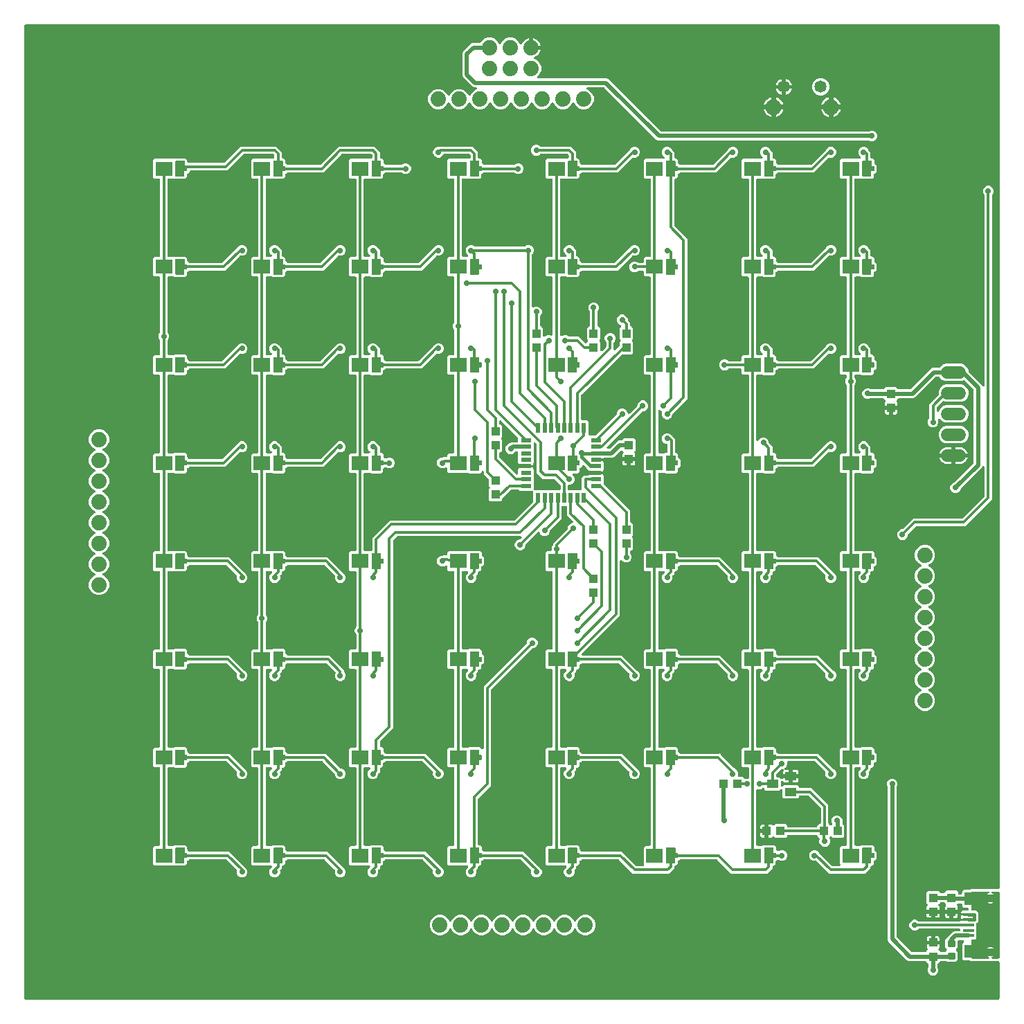
<source format=gbr>
G04 EAGLE Gerber RS-274X export*
G75*
%MOMM*%
%FSLAX34Y34*%
%LPD*%
%INTop Copper*%
%IPPOS*%
%AMOC8*
5,1,8,0,0,1.08239X$1,22.5*%
G01*
%ADD10R,1.270000X0.558800*%
%ADD11R,0.558800X1.270000*%
%ADD12R,2.060000X1.800000*%
%ADD13R,0.990000X1.800000*%
%ADD14R,1.000000X1.100000*%
%ADD15C,1.485000*%
%ADD16C,1.950000*%
%ADD17R,1.350000X0.400000*%
%ADD18R,1.400000X1.600000*%
%ADD19R,1.900000X1.900000*%
%ADD20C,0.900000*%
%ADD21R,1.100000X1.000000*%
%ADD22C,0.222250*%
%ADD23C,1.524000*%
%ADD24C,1.879600*%
%ADD25R,1.400000X1.000000*%
%ADD26C,0.400000*%
%ADD27C,0.705600*%
%ADD28C,0.500000*%
%ADD29C,0.300000*%
%ADD30C,1.000000*%

G36*
X1194725Y3815D02*
X1194725Y3815D01*
X1194761Y3812D01*
X1194897Y3835D01*
X1195033Y3851D01*
X1195067Y3863D01*
X1195102Y3868D01*
X1195229Y3921D01*
X1195359Y3968D01*
X1195388Y3987D01*
X1195421Y4001D01*
X1195533Y4082D01*
X1195648Y4157D01*
X1195673Y4183D01*
X1195701Y4203D01*
X1195792Y4307D01*
X1195887Y4407D01*
X1195905Y4438D01*
X1195928Y4464D01*
X1195992Y4587D01*
X1196062Y4705D01*
X1196072Y4739D01*
X1196089Y4771D01*
X1196123Y4904D01*
X1196164Y5036D01*
X1196166Y5071D01*
X1196175Y5105D01*
X1196189Y5310D01*
X1196189Y49500D01*
X1196185Y49535D01*
X1196188Y49571D01*
X1196165Y49707D01*
X1196149Y49843D01*
X1196137Y49877D01*
X1196132Y49912D01*
X1196079Y50039D01*
X1196032Y50169D01*
X1196013Y50198D01*
X1195999Y50231D01*
X1195918Y50343D01*
X1195843Y50458D01*
X1195817Y50483D01*
X1195797Y50511D01*
X1195693Y50602D01*
X1195593Y50697D01*
X1195562Y50715D01*
X1195536Y50738D01*
X1195413Y50802D01*
X1195295Y50872D01*
X1195261Y50882D01*
X1195229Y50899D01*
X1195096Y50933D01*
X1194964Y50974D01*
X1194929Y50976D01*
X1194895Y50985D01*
X1194690Y50999D01*
X1160843Y50999D01*
X1160282Y51560D01*
X1160173Y51647D01*
X1160067Y51738D01*
X1160037Y51754D01*
X1160011Y51775D01*
X1159885Y51834D01*
X1159761Y51899D01*
X1159729Y51907D01*
X1159698Y51922D01*
X1159562Y51950D01*
X1159427Y51985D01*
X1159381Y51988D01*
X1159360Y51993D01*
X1159326Y51992D01*
X1159222Y51999D01*
X1152257Y51999D01*
X1150499Y53757D01*
X1150499Y72243D01*
X1152196Y73940D01*
X1152261Y74022D01*
X1152333Y74097D01*
X1152368Y74157D01*
X1152411Y74211D01*
X1152455Y74305D01*
X1152508Y74395D01*
X1152528Y74461D01*
X1152558Y74524D01*
X1152579Y74626D01*
X1152610Y74726D01*
X1152615Y74795D01*
X1152629Y74862D01*
X1152627Y74966D01*
X1152634Y75071D01*
X1152623Y75139D01*
X1152621Y75208D01*
X1152595Y75309D01*
X1152578Y75412D01*
X1152551Y75476D01*
X1152534Y75542D01*
X1152485Y75635D01*
X1152445Y75731D01*
X1152405Y75787D01*
X1152372Y75848D01*
X1152304Y75927D01*
X1152243Y76011D01*
X1152191Y76057D01*
X1152145Y76109D01*
X1152061Y76170D01*
X1151982Y76238D01*
X1151920Y76270D01*
X1151864Y76311D01*
X1151768Y76350D01*
X1151676Y76399D01*
X1151608Y76416D01*
X1151545Y76442D01*
X1151442Y76459D01*
X1151341Y76485D01*
X1151237Y76492D01*
X1151203Y76498D01*
X1151181Y76496D01*
X1151136Y76499D01*
X1146445Y76499D01*
X1146410Y76495D01*
X1146374Y76498D01*
X1146238Y76475D01*
X1146102Y76459D01*
X1146068Y76447D01*
X1146033Y76442D01*
X1145906Y76389D01*
X1145776Y76342D01*
X1145747Y76323D01*
X1145714Y76309D01*
X1145602Y76228D01*
X1145487Y76153D01*
X1145462Y76127D01*
X1145434Y76107D01*
X1145343Y76003D01*
X1145248Y75903D01*
X1145230Y75872D01*
X1145207Y75846D01*
X1145143Y75723D01*
X1145073Y75605D01*
X1145063Y75571D01*
X1145046Y75539D01*
X1145012Y75406D01*
X1144971Y75274D01*
X1144969Y75239D01*
X1144960Y75205D01*
X1144946Y75000D01*
X1144946Y67583D01*
X1143423Y66060D01*
X1143401Y66032D01*
X1143374Y66009D01*
X1143294Y65897D01*
X1143208Y65789D01*
X1143193Y65757D01*
X1143172Y65728D01*
X1143120Y65601D01*
X1143061Y65476D01*
X1143054Y65441D01*
X1143040Y65409D01*
X1143018Y65272D01*
X1142990Y65138D01*
X1142991Y65102D01*
X1142985Y65067D01*
X1142995Y64930D01*
X1142998Y64792D01*
X1143007Y64758D01*
X1143010Y64722D01*
X1143051Y64591D01*
X1143085Y64458D01*
X1143102Y64426D01*
X1143112Y64392D01*
X1143182Y64274D01*
X1143247Y64152D01*
X1143270Y64125D01*
X1143288Y64095D01*
X1143423Y63940D01*
X1144946Y62417D01*
X1144946Y52343D01*
X1142537Y49934D01*
X1132463Y49934D01*
X1131837Y50560D01*
X1131728Y50647D01*
X1131623Y50738D01*
X1131593Y50754D01*
X1131566Y50775D01*
X1131440Y50834D01*
X1131316Y50899D01*
X1131284Y50907D01*
X1131253Y50922D01*
X1131117Y50950D01*
X1130982Y50985D01*
X1130937Y50988D01*
X1130915Y50993D01*
X1130881Y50992D01*
X1130777Y50999D01*
X1124500Y50999D01*
X1124465Y50995D01*
X1124429Y50998D01*
X1124293Y50975D01*
X1124157Y50959D01*
X1124123Y50947D01*
X1124088Y50942D01*
X1123961Y50889D01*
X1123831Y50842D01*
X1123802Y50823D01*
X1123769Y50809D01*
X1123657Y50728D01*
X1123542Y50653D01*
X1123517Y50627D01*
X1123489Y50607D01*
X1123398Y50503D01*
X1123303Y50403D01*
X1123285Y50372D01*
X1123262Y50346D01*
X1123198Y50223D01*
X1123128Y50105D01*
X1123118Y50071D01*
X1123101Y50039D01*
X1123067Y49906D01*
X1123030Y49786D01*
X1120940Y47696D01*
X1120853Y47587D01*
X1120762Y47482D01*
X1120746Y47452D01*
X1120725Y47425D01*
X1120666Y47299D01*
X1120601Y47176D01*
X1120593Y47143D01*
X1120578Y47112D01*
X1120550Y46976D01*
X1120515Y46841D01*
X1120512Y46796D01*
X1120507Y46774D01*
X1120508Y46740D01*
X1120501Y46636D01*
X1120501Y44079D01*
X1120503Y44060D01*
X1120501Y44042D01*
X1120523Y43889D01*
X1120541Y43735D01*
X1120547Y43718D01*
X1120550Y43699D01*
X1120615Y43505D01*
X1121529Y41299D01*
X1121529Y38701D01*
X1120535Y36302D01*
X1118698Y34465D01*
X1116299Y33471D01*
X1113701Y33471D01*
X1111302Y34465D01*
X1109465Y36302D01*
X1108471Y38701D01*
X1108471Y41299D01*
X1109385Y43505D01*
X1109390Y43523D01*
X1109399Y43539D01*
X1109438Y43689D01*
X1109480Y43837D01*
X1109481Y43856D01*
X1109485Y43874D01*
X1109499Y44079D01*
X1109499Y46636D01*
X1109483Y46774D01*
X1109473Y46914D01*
X1109463Y46946D01*
X1109459Y46979D01*
X1109412Y47110D01*
X1109371Y47244D01*
X1109353Y47273D01*
X1109342Y47305D01*
X1109266Y47421D01*
X1109195Y47542D01*
X1109165Y47576D01*
X1109153Y47594D01*
X1109129Y47618D01*
X1109060Y47696D01*
X1106966Y49791D01*
X1106959Y49843D01*
X1106947Y49877D01*
X1106942Y49912D01*
X1106889Y50039D01*
X1106842Y50169D01*
X1106823Y50198D01*
X1106809Y50231D01*
X1106728Y50343D01*
X1106653Y50458D01*
X1106627Y50483D01*
X1106607Y50511D01*
X1106503Y50602D01*
X1106403Y50697D01*
X1106372Y50715D01*
X1106346Y50738D01*
X1106223Y50802D01*
X1106105Y50872D01*
X1106071Y50882D01*
X1106039Y50899D01*
X1105906Y50933D01*
X1105774Y50974D01*
X1105739Y50976D01*
X1105705Y50985D01*
X1105500Y50999D01*
X1085406Y50999D01*
X1083384Y51837D01*
X1060337Y74884D01*
X1059499Y76906D01*
X1059499Y263421D01*
X1059497Y263440D01*
X1059499Y263458D01*
X1059477Y263611D01*
X1059459Y263765D01*
X1059453Y263782D01*
X1059450Y263801D01*
X1059385Y263995D01*
X1058471Y266201D01*
X1058471Y268799D01*
X1059465Y271198D01*
X1061302Y273035D01*
X1063701Y274029D01*
X1066299Y274029D01*
X1068698Y273035D01*
X1070535Y271198D01*
X1071529Y268799D01*
X1071529Y266201D01*
X1070615Y263995D01*
X1070610Y263977D01*
X1070601Y263961D01*
X1070562Y263811D01*
X1070520Y263663D01*
X1070519Y263644D01*
X1070515Y263626D01*
X1070501Y263421D01*
X1070501Y80899D01*
X1070517Y80761D01*
X1070527Y80622D01*
X1070537Y80590D01*
X1070541Y80556D01*
X1070588Y80425D01*
X1070629Y80292D01*
X1070647Y80263D01*
X1070658Y80231D01*
X1070734Y80114D01*
X1070805Y79994D01*
X1070835Y79960D01*
X1070847Y79941D01*
X1070871Y79918D01*
X1070940Y79839D01*
X1088339Y62440D01*
X1088448Y62353D01*
X1088554Y62262D01*
X1088584Y62246D01*
X1088610Y62225D01*
X1088736Y62166D01*
X1088860Y62101D01*
X1088893Y62093D01*
X1088923Y62078D01*
X1089060Y62050D01*
X1089195Y62015D01*
X1089240Y62012D01*
X1089262Y62007D01*
X1089295Y62008D01*
X1089399Y62001D01*
X1105500Y62001D01*
X1105535Y62005D01*
X1105571Y62002D01*
X1105707Y62025D01*
X1105843Y62041D01*
X1105877Y62053D01*
X1105912Y62058D01*
X1106039Y62111D01*
X1106169Y62158D01*
X1106198Y62177D01*
X1106231Y62191D01*
X1106343Y62272D01*
X1106458Y62347D01*
X1106483Y62373D01*
X1106511Y62393D01*
X1106602Y62497D01*
X1106697Y62597D01*
X1106715Y62628D01*
X1106738Y62654D01*
X1106802Y62777D01*
X1106872Y62895D01*
X1106882Y62929D01*
X1106899Y62961D01*
X1106933Y63094D01*
X1106970Y63214D01*
X1108021Y64265D01*
X1108044Y64293D01*
X1108070Y64316D01*
X1108151Y64428D01*
X1108236Y64536D01*
X1108251Y64568D01*
X1108272Y64597D01*
X1108324Y64724D01*
X1108383Y64849D01*
X1108390Y64884D01*
X1108404Y64917D01*
X1108426Y65053D01*
X1108454Y65187D01*
X1108453Y65223D01*
X1108459Y65258D01*
X1108449Y65395D01*
X1108446Y65533D01*
X1108437Y65568D01*
X1108435Y65603D01*
X1108394Y65734D01*
X1108359Y65868D01*
X1108342Y65899D01*
X1108332Y65933D01*
X1108262Y66052D01*
X1108198Y66173D01*
X1108174Y66200D01*
X1108156Y66231D01*
X1108021Y66385D01*
X1107967Y66440D01*
X1107632Y67019D01*
X1107459Y67665D01*
X1107459Y71001D01*
X1114000Y71001D01*
X1114035Y71005D01*
X1114070Y71002D01*
X1114206Y71025D01*
X1114343Y71041D01*
X1114377Y71053D01*
X1114412Y71058D01*
X1114539Y71111D01*
X1114668Y71158D01*
X1114698Y71177D01*
X1114731Y71191D01*
X1114843Y71272D01*
X1114958Y71347D01*
X1114982Y71373D01*
X1115006Y71390D01*
X1115097Y71303D01*
X1115128Y71285D01*
X1115155Y71262D01*
X1115277Y71198D01*
X1115395Y71128D01*
X1115429Y71118D01*
X1115461Y71101D01*
X1115594Y71067D01*
X1115726Y71026D01*
X1115761Y71024D01*
X1115796Y71015D01*
X1116000Y71001D01*
X1122541Y71001D01*
X1122541Y67665D01*
X1122368Y67019D01*
X1122033Y66440D01*
X1121979Y66385D01*
X1121957Y66358D01*
X1121930Y66334D01*
X1121849Y66222D01*
X1121764Y66114D01*
X1121749Y66082D01*
X1121728Y66053D01*
X1121676Y65926D01*
X1121617Y65801D01*
X1121610Y65767D01*
X1121596Y65734D01*
X1121574Y65598D01*
X1121546Y65463D01*
X1121547Y65428D01*
X1121541Y65393D01*
X1121551Y65255D01*
X1121554Y65117D01*
X1121563Y65083D01*
X1121565Y65048D01*
X1121606Y64916D01*
X1121641Y64783D01*
X1121658Y64751D01*
X1121668Y64718D01*
X1121738Y64599D01*
X1121802Y64477D01*
X1121826Y64450D01*
X1121844Y64420D01*
X1121979Y64265D01*
X1123035Y63209D01*
X1123041Y63157D01*
X1123053Y63123D01*
X1123058Y63088D01*
X1123111Y62961D01*
X1123158Y62831D01*
X1123177Y62802D01*
X1123191Y62769D01*
X1123272Y62657D01*
X1123347Y62542D01*
X1123373Y62517D01*
X1123393Y62489D01*
X1123497Y62398D01*
X1123597Y62303D01*
X1123628Y62285D01*
X1123654Y62262D01*
X1123777Y62198D01*
X1123895Y62128D01*
X1123929Y62118D01*
X1123961Y62101D01*
X1124094Y62067D01*
X1124226Y62026D01*
X1124261Y62024D01*
X1124295Y62015D01*
X1124500Y62001D01*
X1129017Y62001D01*
X1129155Y62017D01*
X1129295Y62027D01*
X1129327Y62037D01*
X1129360Y62041D01*
X1129492Y62088D01*
X1129625Y62129D01*
X1129654Y62147D01*
X1129686Y62158D01*
X1129802Y62234D01*
X1129923Y62305D01*
X1129957Y62335D01*
X1129975Y62347D01*
X1129998Y62371D01*
X1130077Y62440D01*
X1131577Y63940D01*
X1131599Y63968D01*
X1131626Y63991D01*
X1131706Y64103D01*
X1131792Y64211D01*
X1131807Y64243D01*
X1131828Y64272D01*
X1131880Y64399D01*
X1131939Y64524D01*
X1131946Y64559D01*
X1131960Y64591D01*
X1131982Y64728D01*
X1132010Y64862D01*
X1132009Y64898D01*
X1132015Y64933D01*
X1132005Y65071D01*
X1132002Y65208D01*
X1131993Y65242D01*
X1131990Y65278D01*
X1131949Y65409D01*
X1131915Y65543D01*
X1131898Y65574D01*
X1131888Y65608D01*
X1131818Y65726D01*
X1131753Y65848D01*
X1131730Y65875D01*
X1131712Y65905D01*
X1131577Y66060D01*
X1130054Y67583D01*
X1130054Y77657D01*
X1132502Y80105D01*
X1132509Y80106D01*
X1132640Y80153D01*
X1132773Y80194D01*
X1132802Y80212D01*
X1132834Y80223D01*
X1132951Y80299D01*
X1133071Y80370D01*
X1133105Y80400D01*
X1133124Y80412D01*
X1133147Y80436D01*
X1133226Y80505D01*
X1139384Y86663D01*
X1141406Y87501D01*
X1147000Y87501D01*
X1147035Y87505D01*
X1147071Y87502D01*
X1147207Y87525D01*
X1147343Y87541D01*
X1147377Y87553D01*
X1147412Y87558D01*
X1147539Y87611D01*
X1147669Y87658D01*
X1147698Y87677D01*
X1147731Y87691D01*
X1147843Y87772D01*
X1147958Y87847D01*
X1147983Y87873D01*
X1148011Y87893D01*
X1148102Y87997D01*
X1148197Y88097D01*
X1148215Y88128D01*
X1148238Y88154D01*
X1148302Y88277D01*
X1148372Y88395D01*
X1148382Y88429D01*
X1148399Y88461D01*
X1148433Y88594D01*
X1148474Y88726D01*
X1148476Y88761D01*
X1148485Y88795D01*
X1148499Y89000D01*
X1148495Y89035D01*
X1148498Y89071D01*
X1148475Y89207D01*
X1148459Y89343D01*
X1148447Y89377D01*
X1148442Y89412D01*
X1148389Y89539D01*
X1148342Y89669D01*
X1148323Y89698D01*
X1148309Y89731D01*
X1148228Y89843D01*
X1148153Y89958D01*
X1148127Y89983D01*
X1148107Y90011D01*
X1148003Y90102D01*
X1147903Y90197D01*
X1147872Y90215D01*
X1147846Y90238D01*
X1147723Y90302D01*
X1147605Y90372D01*
X1147571Y90382D01*
X1147539Y90399D01*
X1147406Y90433D01*
X1147274Y90474D01*
X1147239Y90476D01*
X1147205Y90485D01*
X1147000Y90499D01*
X1097853Y90499D01*
X1097715Y90483D01*
X1097576Y90473D01*
X1097543Y90463D01*
X1097510Y90459D01*
X1097379Y90412D01*
X1097246Y90371D01*
X1097216Y90353D01*
X1097185Y90342D01*
X1097068Y90266D01*
X1096948Y90195D01*
X1096914Y90165D01*
X1096895Y90153D01*
X1096872Y90129D01*
X1096793Y90060D01*
X1096198Y89465D01*
X1093799Y88471D01*
X1091201Y88471D01*
X1088802Y89465D01*
X1086965Y91302D01*
X1085971Y93701D01*
X1085971Y96299D01*
X1086965Y98698D01*
X1088802Y100535D01*
X1091201Y101529D01*
X1093799Y101529D01*
X1096198Y100535D01*
X1096793Y99940D01*
X1096902Y99853D01*
X1097008Y99762D01*
X1097038Y99746D01*
X1097064Y99725D01*
X1097190Y99666D01*
X1097314Y99601D01*
X1097347Y99593D01*
X1097377Y99578D01*
X1097513Y99550D01*
X1097649Y99515D01*
X1097694Y99512D01*
X1097716Y99507D01*
X1097749Y99508D01*
X1097853Y99501D01*
X1147460Y99501D01*
X1147495Y99505D01*
X1147531Y99502D01*
X1147667Y99525D01*
X1147803Y99541D01*
X1147837Y99553D01*
X1147872Y99558D01*
X1147999Y99611D01*
X1148129Y99658D01*
X1148158Y99677D01*
X1148191Y99691D01*
X1148303Y99772D01*
X1148418Y99847D01*
X1148443Y99873D01*
X1148472Y99893D01*
X1148562Y99997D01*
X1148565Y100001D01*
X1149636Y100001D01*
X1149637Y100001D01*
X1157000Y100001D01*
X1157035Y100005D01*
X1157071Y100002D01*
X1157207Y100025D01*
X1157343Y100041D01*
X1157377Y100053D01*
X1157412Y100058D01*
X1157539Y100111D01*
X1157669Y100158D01*
X1157698Y100177D01*
X1157731Y100191D01*
X1157843Y100272D01*
X1157958Y100347D01*
X1157983Y100373D01*
X1158011Y100393D01*
X1158102Y100497D01*
X1158197Y100597D01*
X1158215Y100628D01*
X1158238Y100654D01*
X1158302Y100777D01*
X1158372Y100895D01*
X1158382Y100929D01*
X1158399Y100961D01*
X1158433Y101094D01*
X1158474Y101226D01*
X1158476Y101261D01*
X1158485Y101295D01*
X1158499Y101500D01*
X1158495Y101535D01*
X1158498Y101571D01*
X1158475Y101707D01*
X1158459Y101844D01*
X1158447Y101877D01*
X1158442Y101912D01*
X1158389Y102039D01*
X1158342Y102169D01*
X1158323Y102199D01*
X1158309Y102231D01*
X1158228Y102343D01*
X1158153Y102458D01*
X1158127Y102483D01*
X1158107Y102512D01*
X1158003Y102602D01*
X1157903Y102697D01*
X1157872Y102715D01*
X1157846Y102738D01*
X1157723Y102802D01*
X1157605Y102872D01*
X1157571Y102882D01*
X1157539Y102899D01*
X1157406Y102933D01*
X1157274Y102974D01*
X1157239Y102977D01*
X1157205Y102985D01*
X1157000Y102999D01*
X1148959Y102999D01*
X1148959Y103834D01*
X1149101Y104362D01*
X1149118Y104477D01*
X1149143Y104591D01*
X1149143Y104648D01*
X1149151Y104704D01*
X1149141Y104820D01*
X1149140Y104937D01*
X1149124Y105016D01*
X1149122Y105048D01*
X1149113Y105076D01*
X1149101Y105138D01*
X1148959Y105666D01*
X1148959Y106501D01*
X1157000Y106501D01*
X1157035Y106505D01*
X1157071Y106502D01*
X1157207Y106525D01*
X1157343Y106540D01*
X1157377Y106552D01*
X1157412Y106558D01*
X1157539Y106611D01*
X1157669Y106658D01*
X1157698Y106677D01*
X1157731Y106691D01*
X1157843Y106771D01*
X1157958Y106847D01*
X1157983Y106872D01*
X1158011Y106893D01*
X1158102Y106997D01*
X1158197Y107097D01*
X1158215Y107127D01*
X1158238Y107154D01*
X1158302Y107277D01*
X1158372Y107395D01*
X1158382Y107429D01*
X1158399Y107460D01*
X1158433Y107594D01*
X1158474Y107725D01*
X1158476Y107761D01*
X1158485Y107795D01*
X1158499Y108000D01*
X1158495Y108035D01*
X1158498Y108070D01*
X1158498Y108071D01*
X1158475Y108207D01*
X1158459Y108344D01*
X1158447Y108377D01*
X1158442Y108412D01*
X1158389Y108539D01*
X1158342Y108669D01*
X1158323Y108699D01*
X1158309Y108731D01*
X1158228Y108843D01*
X1158153Y108958D01*
X1158127Y108983D01*
X1158107Y109012D01*
X1158003Y109102D01*
X1157903Y109197D01*
X1157872Y109215D01*
X1157846Y109238D01*
X1157723Y109302D01*
X1157605Y109372D01*
X1157571Y109382D01*
X1157539Y109399D01*
X1157406Y109433D01*
X1157274Y109474D01*
X1157239Y109477D01*
X1157205Y109485D01*
X1157000Y109499D01*
X1148959Y109499D01*
X1148959Y110335D01*
X1149132Y110981D01*
X1149467Y111560D01*
X1149940Y112033D01*
X1150519Y112368D01*
X1151165Y112541D01*
X1157000Y112541D01*
X1157035Y112545D01*
X1157071Y112542D01*
X1157207Y112565D01*
X1157343Y112581D01*
X1157377Y112593D01*
X1157412Y112598D01*
X1157539Y112651D01*
X1157669Y112698D01*
X1157698Y112717D01*
X1157731Y112731D01*
X1157843Y112812D01*
X1157958Y112887D01*
X1157983Y112913D01*
X1158011Y112933D01*
X1158102Y113037D01*
X1158197Y113137D01*
X1158215Y113168D01*
X1158238Y113194D01*
X1158302Y113317D01*
X1158372Y113435D01*
X1158382Y113469D01*
X1158399Y113501D01*
X1158433Y113634D01*
X1158474Y113766D01*
X1158476Y113801D01*
X1158485Y113835D01*
X1158499Y114040D01*
X1158499Y114500D01*
X1158495Y114535D01*
X1158498Y114571D01*
X1158475Y114707D01*
X1158459Y114843D01*
X1158447Y114877D01*
X1158442Y114912D01*
X1158389Y115039D01*
X1158342Y115169D01*
X1158323Y115198D01*
X1158309Y115231D01*
X1158228Y115343D01*
X1158153Y115458D01*
X1158127Y115483D01*
X1158107Y115511D01*
X1158003Y115602D01*
X1157903Y115697D01*
X1157872Y115715D01*
X1157846Y115738D01*
X1157723Y115802D01*
X1157605Y115872D01*
X1157571Y115882D01*
X1157539Y115899D01*
X1157406Y115933D01*
X1157274Y115974D01*
X1157239Y115976D01*
X1157205Y115985D01*
X1157000Y115999D01*
X1152257Y115999D01*
X1150499Y117757D01*
X1150499Y120000D01*
X1150495Y120035D01*
X1150498Y120071D01*
X1150475Y120207D01*
X1150459Y120343D01*
X1150447Y120377D01*
X1150442Y120412D01*
X1150389Y120539D01*
X1150342Y120669D01*
X1150323Y120698D01*
X1150309Y120731D01*
X1150228Y120843D01*
X1150153Y120958D01*
X1150127Y120983D01*
X1150107Y121011D01*
X1150003Y121102D01*
X1149903Y121197D01*
X1149872Y121215D01*
X1149846Y121238D01*
X1149723Y121302D01*
X1149605Y121372D01*
X1149571Y121382D01*
X1149539Y121399D01*
X1149406Y121433D01*
X1149274Y121474D01*
X1149239Y121476D01*
X1149205Y121485D01*
X1149000Y121499D01*
X1145864Y121499D01*
X1145725Y121483D01*
X1145586Y121473D01*
X1145554Y121463D01*
X1145521Y121459D01*
X1145390Y121412D01*
X1145256Y121371D01*
X1145227Y121353D01*
X1145195Y121342D01*
X1145078Y121266D01*
X1144959Y121195D01*
X1144924Y121165D01*
X1144906Y121153D01*
X1144882Y121129D01*
X1144804Y121060D01*
X1144479Y120735D01*
X1144456Y120707D01*
X1144430Y120684D01*
X1144350Y120572D01*
X1144264Y120464D01*
X1144249Y120432D01*
X1144228Y120403D01*
X1144176Y120276D01*
X1144117Y120151D01*
X1144110Y120116D01*
X1144096Y120083D01*
X1144074Y119947D01*
X1144046Y119813D01*
X1144047Y119777D01*
X1144041Y119742D01*
X1144051Y119605D01*
X1144054Y119467D01*
X1144063Y119433D01*
X1144065Y119397D01*
X1144106Y119266D01*
X1144141Y119132D01*
X1144158Y119101D01*
X1144168Y119067D01*
X1144238Y118948D01*
X1144302Y118827D01*
X1144326Y118800D01*
X1144344Y118769D01*
X1144479Y118615D01*
X1144533Y118560D01*
X1144868Y117981D01*
X1145041Y117335D01*
X1145041Y113999D01*
X1138500Y113999D01*
X1138465Y113995D01*
X1138430Y113998D01*
X1138294Y113975D01*
X1138157Y113959D01*
X1138123Y113947D01*
X1138088Y113942D01*
X1137961Y113889D01*
X1137832Y113842D01*
X1137802Y113823D01*
X1137769Y113809D01*
X1137657Y113728D01*
X1137542Y113653D01*
X1137518Y113627D01*
X1137494Y113610D01*
X1137403Y113697D01*
X1137372Y113715D01*
X1137345Y113738D01*
X1137223Y113802D01*
X1137105Y113872D01*
X1137071Y113882D01*
X1137039Y113899D01*
X1136906Y113933D01*
X1136774Y113974D01*
X1136739Y113976D01*
X1136704Y113985D01*
X1136500Y113999D01*
X1129959Y113999D01*
X1129959Y117335D01*
X1130132Y117981D01*
X1130467Y118560D01*
X1130521Y118615D01*
X1130543Y118642D01*
X1130570Y118666D01*
X1130651Y118778D01*
X1130736Y118886D01*
X1130751Y118918D01*
X1130772Y118947D01*
X1130824Y119074D01*
X1130883Y119199D01*
X1130890Y119233D01*
X1130904Y119266D01*
X1130926Y119402D01*
X1130954Y119537D01*
X1130953Y119572D01*
X1130959Y119607D01*
X1130949Y119745D01*
X1130946Y119883D01*
X1130937Y119917D01*
X1130935Y119952D01*
X1130894Y120084D01*
X1130859Y120217D01*
X1130842Y120249D01*
X1130832Y120282D01*
X1130762Y120401D01*
X1130698Y120523D01*
X1130674Y120550D01*
X1130656Y120580D01*
X1130521Y120735D01*
X1129465Y121791D01*
X1129459Y121843D01*
X1129447Y121877D01*
X1129442Y121912D01*
X1129389Y122039D01*
X1129342Y122169D01*
X1129323Y122198D01*
X1129309Y122231D01*
X1129228Y122343D01*
X1129153Y122458D01*
X1129127Y122483D01*
X1129107Y122511D01*
X1129003Y122602D01*
X1128903Y122697D01*
X1128872Y122715D01*
X1128846Y122738D01*
X1128723Y122802D01*
X1128605Y122872D01*
X1128571Y122882D01*
X1128539Y122899D01*
X1128406Y122933D01*
X1128274Y122974D01*
X1128239Y122976D01*
X1128205Y122985D01*
X1128000Y122999D01*
X1124864Y122999D01*
X1124726Y122983D01*
X1124586Y122973D01*
X1124554Y122963D01*
X1124521Y122959D01*
X1124390Y122912D01*
X1124256Y122871D01*
X1124227Y122853D01*
X1124195Y122842D01*
X1124079Y122766D01*
X1123958Y122695D01*
X1123924Y122665D01*
X1123906Y122653D01*
X1123882Y122629D01*
X1123804Y122560D01*
X1121979Y120735D01*
X1121957Y120707D01*
X1121930Y120684D01*
X1121849Y120572D01*
X1121764Y120464D01*
X1121749Y120432D01*
X1121728Y120403D01*
X1121675Y120275D01*
X1121617Y120151D01*
X1121610Y120116D01*
X1121596Y120083D01*
X1121574Y119947D01*
X1121546Y119812D01*
X1121547Y119777D01*
X1121541Y119742D01*
X1121551Y119605D01*
X1121554Y119467D01*
X1121563Y119433D01*
X1121565Y119397D01*
X1121606Y119265D01*
X1121641Y119132D01*
X1121658Y119101D01*
X1121668Y119067D01*
X1121738Y118948D01*
X1121802Y118827D01*
X1121826Y118800D01*
X1121844Y118769D01*
X1121979Y118615D01*
X1122533Y118060D01*
X1122868Y117481D01*
X1123041Y116835D01*
X1123041Y113999D01*
X1116000Y113999D01*
X1115965Y113995D01*
X1115930Y113998D01*
X1115794Y113975D01*
X1115657Y113959D01*
X1115623Y113947D01*
X1115588Y113942D01*
X1115461Y113889D01*
X1115332Y113842D01*
X1115302Y113823D01*
X1115269Y113809D01*
X1115157Y113728D01*
X1115042Y113653D01*
X1115018Y113627D01*
X1114994Y113610D01*
X1114903Y113697D01*
X1114872Y113715D01*
X1114845Y113738D01*
X1114723Y113802D01*
X1114605Y113872D01*
X1114571Y113882D01*
X1114539Y113899D01*
X1114406Y113933D01*
X1114274Y113974D01*
X1114239Y113976D01*
X1114204Y113985D01*
X1114000Y113999D01*
X1106959Y113999D01*
X1106959Y116835D01*
X1107132Y117481D01*
X1107467Y118060D01*
X1108021Y118615D01*
X1108043Y118642D01*
X1108070Y118666D01*
X1108151Y118778D01*
X1108236Y118886D01*
X1108251Y118918D01*
X1108272Y118947D01*
X1108325Y119074D01*
X1108383Y119199D01*
X1108390Y119233D01*
X1108404Y119266D01*
X1108426Y119402D01*
X1108454Y119537D01*
X1108453Y119572D01*
X1108459Y119607D01*
X1108449Y119745D01*
X1108446Y119883D01*
X1108437Y119917D01*
X1108435Y119952D01*
X1108394Y120084D01*
X1108359Y120217D01*
X1108342Y120248D01*
X1108332Y120282D01*
X1108262Y120401D01*
X1108198Y120523D01*
X1108174Y120550D01*
X1108156Y120580D01*
X1108021Y120735D01*
X1106499Y122257D01*
X1106499Y134743D01*
X1108257Y136501D01*
X1121743Y136501D01*
X1123804Y134440D01*
X1123913Y134353D01*
X1124018Y134262D01*
X1124048Y134246D01*
X1124075Y134225D01*
X1124201Y134166D01*
X1124324Y134101D01*
X1124357Y134093D01*
X1124388Y134078D01*
X1124524Y134050D01*
X1124659Y134015D01*
X1124704Y134012D01*
X1124726Y134007D01*
X1124760Y134008D01*
X1124864Y134001D01*
X1128000Y134001D01*
X1128035Y134005D01*
X1128071Y134002D01*
X1128207Y134025D01*
X1128343Y134041D01*
X1128377Y134053D01*
X1128412Y134058D01*
X1128539Y134111D01*
X1128669Y134158D01*
X1128698Y134177D01*
X1128731Y134191D01*
X1128843Y134272D01*
X1128958Y134347D01*
X1128983Y134373D01*
X1129011Y134393D01*
X1129102Y134497D01*
X1129197Y134597D01*
X1129215Y134628D01*
X1129238Y134654D01*
X1129302Y134777D01*
X1129372Y134895D01*
X1129382Y134929D01*
X1129399Y134961D01*
X1129433Y135094D01*
X1129470Y135214D01*
X1131257Y137001D01*
X1143743Y137001D01*
X1145501Y135243D01*
X1145501Y134000D01*
X1145505Y133965D01*
X1145502Y133929D01*
X1145525Y133793D01*
X1145541Y133657D01*
X1145553Y133623D01*
X1145558Y133588D01*
X1145611Y133461D01*
X1145658Y133331D01*
X1145677Y133302D01*
X1145691Y133269D01*
X1145772Y133157D01*
X1145847Y133042D01*
X1145873Y133017D01*
X1145893Y132989D01*
X1145997Y132898D01*
X1146097Y132803D01*
X1146128Y132785D01*
X1146154Y132762D01*
X1146277Y132698D01*
X1146395Y132628D01*
X1146429Y132618D01*
X1146461Y132601D01*
X1146594Y132567D01*
X1146726Y132526D01*
X1146761Y132524D01*
X1146795Y132515D01*
X1147000Y132501D01*
X1149000Y132501D01*
X1149035Y132505D01*
X1149071Y132502D01*
X1149207Y132525D01*
X1149343Y132541D01*
X1149377Y132553D01*
X1149412Y132558D01*
X1149539Y132611D01*
X1149669Y132658D01*
X1149698Y132677D01*
X1149731Y132691D01*
X1149843Y132772D01*
X1149958Y132847D01*
X1149983Y132873D01*
X1150011Y132893D01*
X1150102Y132997D01*
X1150197Y133097D01*
X1150215Y133128D01*
X1150238Y133154D01*
X1150302Y133277D01*
X1150372Y133395D01*
X1150382Y133429D01*
X1150399Y133461D01*
X1150433Y133594D01*
X1150474Y133726D01*
X1150476Y133761D01*
X1150485Y133795D01*
X1150499Y134000D01*
X1150499Y136243D01*
X1152257Y138001D01*
X1159222Y138001D01*
X1159360Y138017D01*
X1159499Y138027D01*
X1159532Y138037D01*
X1159565Y138041D01*
X1159696Y138088D01*
X1159829Y138129D01*
X1159859Y138147D01*
X1159890Y138158D01*
X1160007Y138234D01*
X1160127Y138305D01*
X1160161Y138335D01*
X1160180Y138347D01*
X1160203Y138371D01*
X1160282Y138440D01*
X1160843Y139001D01*
X1194690Y139001D01*
X1194725Y139005D01*
X1194761Y139002D01*
X1194897Y139025D01*
X1195033Y139041D01*
X1195067Y139053D01*
X1195102Y139058D01*
X1195229Y139111D01*
X1195359Y139158D01*
X1195388Y139177D01*
X1195421Y139191D01*
X1195533Y139272D01*
X1195648Y139347D01*
X1195673Y139373D01*
X1195701Y139393D01*
X1195792Y139497D01*
X1195887Y139597D01*
X1195905Y139628D01*
X1195928Y139654D01*
X1195992Y139777D01*
X1196062Y139895D01*
X1196072Y139929D01*
X1196089Y139961D01*
X1196123Y140094D01*
X1196164Y140226D01*
X1196166Y140261D01*
X1196175Y140295D01*
X1196189Y140500D01*
X1196189Y1194690D01*
X1196185Y1194725D01*
X1196188Y1194761D01*
X1196165Y1194897D01*
X1196149Y1195033D01*
X1196137Y1195067D01*
X1196132Y1195102D01*
X1196079Y1195229D01*
X1196032Y1195359D01*
X1196013Y1195388D01*
X1195999Y1195421D01*
X1195918Y1195533D01*
X1195843Y1195648D01*
X1195817Y1195673D01*
X1195797Y1195701D01*
X1195693Y1195792D01*
X1195593Y1195887D01*
X1195562Y1195905D01*
X1195536Y1195928D01*
X1195413Y1195992D01*
X1195295Y1196062D01*
X1195261Y1196072D01*
X1195229Y1196089D01*
X1195096Y1196123D01*
X1194964Y1196164D01*
X1194929Y1196166D01*
X1194895Y1196175D01*
X1194690Y1196189D01*
X5310Y1196189D01*
X5275Y1196185D01*
X5239Y1196188D01*
X5103Y1196165D01*
X4967Y1196149D01*
X4933Y1196137D01*
X4898Y1196132D01*
X4771Y1196079D01*
X4641Y1196032D01*
X4612Y1196013D01*
X4579Y1195999D01*
X4467Y1195918D01*
X4352Y1195843D01*
X4327Y1195817D01*
X4299Y1195797D01*
X4208Y1195693D01*
X4113Y1195593D01*
X4095Y1195562D01*
X4072Y1195536D01*
X4008Y1195413D01*
X3938Y1195295D01*
X3928Y1195261D01*
X3911Y1195229D01*
X3877Y1195096D01*
X3836Y1194964D01*
X3834Y1194929D01*
X3825Y1194895D01*
X3811Y1194690D01*
X3811Y5310D01*
X3815Y5275D01*
X3812Y5239D01*
X3835Y5103D01*
X3851Y4967D01*
X3863Y4933D01*
X3868Y4898D01*
X3921Y4771D01*
X3968Y4641D01*
X3987Y4612D01*
X4001Y4579D01*
X4082Y4467D01*
X4157Y4352D01*
X4183Y4327D01*
X4203Y4299D01*
X4307Y4208D01*
X4407Y4113D01*
X4438Y4095D01*
X4464Y4072D01*
X4587Y4008D01*
X4705Y3938D01*
X4739Y3928D01*
X4771Y3911D01*
X4904Y3877D01*
X5036Y3836D01*
X5071Y3834D01*
X5105Y3825D01*
X5310Y3811D01*
X1194690Y3811D01*
X1194725Y3815D01*
G37*
%LPC*%
G36*
X268701Y153471D02*
X268701Y153471D01*
X266302Y154465D01*
X264465Y156302D01*
X263471Y158701D01*
X263471Y161299D01*
X263488Y161338D01*
X263512Y161422D01*
X263545Y161504D01*
X263559Y161588D01*
X263582Y161671D01*
X263586Y161758D01*
X263600Y161845D01*
X263594Y161931D01*
X263598Y162016D01*
X263582Y162102D01*
X263576Y162190D01*
X263550Y162272D01*
X263535Y162356D01*
X263499Y162436D01*
X263473Y162520D01*
X263430Y162594D01*
X263395Y162672D01*
X263342Y162742D01*
X263298Y162818D01*
X263203Y162926D01*
X263186Y162948D01*
X263177Y162956D01*
X263163Y162972D01*
X251075Y175060D01*
X250966Y175147D01*
X250860Y175238D01*
X250830Y175254D01*
X250804Y175275D01*
X250678Y175334D01*
X250554Y175399D01*
X250521Y175407D01*
X250491Y175422D01*
X250355Y175450D01*
X250219Y175485D01*
X250174Y175488D01*
X250152Y175493D01*
X250119Y175492D01*
X250015Y175499D01*
X206082Y175499D01*
X205944Y175483D01*
X205805Y175473D01*
X205772Y175463D01*
X205739Y175459D01*
X205608Y175412D01*
X205475Y175371D01*
X205446Y175353D01*
X205414Y175342D01*
X205297Y175266D01*
X205177Y175195D01*
X205143Y175165D01*
X205124Y175153D01*
X205101Y175129D01*
X205022Y175060D01*
X203951Y173989D01*
X203937Y173990D01*
X203801Y173967D01*
X203665Y173951D01*
X203631Y173939D01*
X203596Y173934D01*
X203469Y173881D01*
X203339Y173834D01*
X203310Y173815D01*
X203277Y173801D01*
X203165Y173720D01*
X203050Y173645D01*
X203025Y173619D01*
X202997Y173599D01*
X202906Y173495D01*
X202811Y173395D01*
X202793Y173364D01*
X202770Y173338D01*
X202706Y173215D01*
X202636Y173097D01*
X202626Y173063D01*
X202609Y173031D01*
X202575Y172898D01*
X202534Y172766D01*
X202532Y172731D01*
X202523Y172697D01*
X202509Y172492D01*
X202509Y169547D01*
X200453Y167491D01*
X187547Y167491D01*
X187478Y167560D01*
X187369Y167647D01*
X187263Y167738D01*
X187233Y167754D01*
X187207Y167775D01*
X187081Y167834D01*
X186957Y167899D01*
X186924Y167907D01*
X186894Y167922D01*
X186757Y167950D01*
X186622Y167985D01*
X186577Y167988D01*
X186555Y167993D01*
X186522Y167992D01*
X186418Y167999D01*
X162757Y167999D01*
X160999Y169757D01*
X160999Y190243D01*
X162757Y192001D01*
X168300Y192001D01*
X168335Y192005D01*
X168371Y192002D01*
X168507Y192025D01*
X168643Y192041D01*
X168677Y192053D01*
X168712Y192058D01*
X168839Y192111D01*
X168969Y192158D01*
X168998Y192177D01*
X169031Y192191D01*
X169143Y192272D01*
X169258Y192347D01*
X169283Y192373D01*
X169311Y192393D01*
X169402Y192497D01*
X169497Y192597D01*
X169515Y192628D01*
X169538Y192654D01*
X169602Y192777D01*
X169672Y192895D01*
X169682Y192929D01*
X169699Y192961D01*
X169733Y193094D01*
X169774Y193226D01*
X169776Y193261D01*
X169785Y193295D01*
X169799Y193500D01*
X169799Y286500D01*
X169795Y286535D01*
X169798Y286571D01*
X169775Y286707D01*
X169759Y286843D01*
X169747Y286877D01*
X169742Y286912D01*
X169689Y287039D01*
X169642Y287169D01*
X169623Y287198D01*
X169609Y287231D01*
X169528Y287343D01*
X169453Y287458D01*
X169427Y287483D01*
X169407Y287511D01*
X169303Y287602D01*
X169203Y287697D01*
X169172Y287715D01*
X169146Y287738D01*
X169023Y287802D01*
X168905Y287872D01*
X168871Y287882D01*
X168839Y287899D01*
X168706Y287933D01*
X168574Y287974D01*
X168539Y287976D01*
X168505Y287985D01*
X168300Y287999D01*
X162757Y287999D01*
X160999Y289757D01*
X160999Y310243D01*
X162757Y312001D01*
X168300Y312001D01*
X168335Y312005D01*
X168371Y312002D01*
X168507Y312025D01*
X168643Y312041D01*
X168677Y312053D01*
X168712Y312058D01*
X168839Y312111D01*
X168969Y312158D01*
X168998Y312177D01*
X169031Y312191D01*
X169143Y312272D01*
X169258Y312347D01*
X169283Y312373D01*
X169311Y312393D01*
X169402Y312497D01*
X169497Y312597D01*
X169515Y312628D01*
X169538Y312654D01*
X169602Y312777D01*
X169672Y312895D01*
X169682Y312929D01*
X169699Y312961D01*
X169733Y313094D01*
X169774Y313226D01*
X169776Y313261D01*
X169785Y313295D01*
X169799Y313500D01*
X169799Y406500D01*
X169795Y406535D01*
X169798Y406571D01*
X169775Y406707D01*
X169759Y406843D01*
X169747Y406877D01*
X169742Y406912D01*
X169689Y407039D01*
X169642Y407169D01*
X169623Y407198D01*
X169609Y407231D01*
X169528Y407343D01*
X169453Y407458D01*
X169427Y407483D01*
X169407Y407511D01*
X169303Y407602D01*
X169203Y407697D01*
X169172Y407715D01*
X169146Y407738D01*
X169023Y407802D01*
X168905Y407872D01*
X168871Y407882D01*
X168839Y407899D01*
X168706Y407933D01*
X168574Y407974D01*
X168539Y407976D01*
X168505Y407985D01*
X168300Y407999D01*
X162757Y407999D01*
X160999Y409757D01*
X160999Y430243D01*
X162757Y432001D01*
X168300Y432001D01*
X168335Y432005D01*
X168371Y432002D01*
X168507Y432025D01*
X168643Y432041D01*
X168677Y432053D01*
X168712Y432058D01*
X168839Y432111D01*
X168969Y432158D01*
X168998Y432177D01*
X169031Y432191D01*
X169143Y432272D01*
X169258Y432347D01*
X169283Y432373D01*
X169311Y432393D01*
X169402Y432497D01*
X169497Y432597D01*
X169515Y432628D01*
X169538Y432654D01*
X169602Y432777D01*
X169672Y432895D01*
X169682Y432929D01*
X169699Y432961D01*
X169733Y433094D01*
X169774Y433226D01*
X169776Y433261D01*
X169785Y433295D01*
X169799Y433500D01*
X169799Y526500D01*
X169795Y526535D01*
X169798Y526571D01*
X169775Y526707D01*
X169759Y526843D01*
X169747Y526877D01*
X169742Y526912D01*
X169689Y527039D01*
X169642Y527169D01*
X169623Y527198D01*
X169609Y527231D01*
X169528Y527343D01*
X169453Y527458D01*
X169427Y527483D01*
X169407Y527511D01*
X169303Y527602D01*
X169203Y527697D01*
X169172Y527715D01*
X169146Y527738D01*
X169023Y527802D01*
X168905Y527872D01*
X168871Y527882D01*
X168839Y527899D01*
X168706Y527933D01*
X168574Y527974D01*
X168539Y527976D01*
X168505Y527985D01*
X168300Y527999D01*
X162757Y527999D01*
X160999Y529757D01*
X160999Y550243D01*
X162757Y552001D01*
X168300Y552001D01*
X168335Y552005D01*
X168371Y552002D01*
X168507Y552025D01*
X168643Y552041D01*
X168677Y552053D01*
X168712Y552058D01*
X168839Y552111D01*
X168969Y552158D01*
X168998Y552177D01*
X169031Y552191D01*
X169143Y552272D01*
X169258Y552347D01*
X169283Y552373D01*
X169311Y552393D01*
X169402Y552497D01*
X169497Y552597D01*
X169515Y552628D01*
X169538Y552654D01*
X169602Y552777D01*
X169672Y552895D01*
X169682Y552929D01*
X169699Y552961D01*
X169733Y553094D01*
X169774Y553226D01*
X169776Y553261D01*
X169785Y553295D01*
X169799Y553500D01*
X169799Y646500D01*
X169795Y646535D01*
X169798Y646571D01*
X169775Y646707D01*
X169759Y646843D01*
X169747Y646877D01*
X169742Y646912D01*
X169689Y647039D01*
X169642Y647169D01*
X169623Y647198D01*
X169609Y647231D01*
X169528Y647343D01*
X169453Y647458D01*
X169427Y647483D01*
X169407Y647511D01*
X169303Y647602D01*
X169203Y647697D01*
X169172Y647715D01*
X169146Y647738D01*
X169023Y647802D01*
X168905Y647872D01*
X168871Y647882D01*
X168839Y647899D01*
X168706Y647933D01*
X168574Y647974D01*
X168539Y647976D01*
X168505Y647985D01*
X168300Y647999D01*
X162757Y647999D01*
X160999Y649757D01*
X160999Y670243D01*
X162757Y672001D01*
X168300Y672001D01*
X168335Y672005D01*
X168371Y672002D01*
X168507Y672025D01*
X168643Y672041D01*
X168677Y672053D01*
X168712Y672058D01*
X168839Y672111D01*
X168969Y672158D01*
X168998Y672177D01*
X169031Y672191D01*
X169143Y672272D01*
X169258Y672347D01*
X169283Y672373D01*
X169311Y672393D01*
X169402Y672497D01*
X169497Y672597D01*
X169515Y672628D01*
X169538Y672654D01*
X169602Y672777D01*
X169672Y672895D01*
X169682Y672929D01*
X169699Y672961D01*
X169733Y673094D01*
X169774Y673226D01*
X169776Y673261D01*
X169785Y673295D01*
X169799Y673500D01*
X169799Y766500D01*
X169795Y766535D01*
X169798Y766571D01*
X169775Y766707D01*
X169759Y766843D01*
X169747Y766877D01*
X169742Y766912D01*
X169689Y767039D01*
X169642Y767169D01*
X169623Y767198D01*
X169609Y767231D01*
X169528Y767343D01*
X169453Y767458D01*
X169427Y767483D01*
X169407Y767511D01*
X169303Y767602D01*
X169203Y767697D01*
X169172Y767715D01*
X169146Y767738D01*
X169023Y767802D01*
X168905Y767872D01*
X168871Y767882D01*
X168839Y767899D01*
X168706Y767933D01*
X168574Y767974D01*
X168539Y767976D01*
X168505Y767985D01*
X168300Y767999D01*
X162757Y767999D01*
X160999Y769757D01*
X160999Y790243D01*
X162757Y792001D01*
X168300Y792001D01*
X168335Y792005D01*
X168371Y792002D01*
X168507Y792025D01*
X168643Y792041D01*
X168677Y792053D01*
X168712Y792058D01*
X168839Y792111D01*
X168969Y792158D01*
X168998Y792177D01*
X169031Y792191D01*
X169143Y792272D01*
X169258Y792347D01*
X169283Y792373D01*
X169311Y792393D01*
X169402Y792497D01*
X169497Y792597D01*
X169515Y792628D01*
X169538Y792654D01*
X169602Y792777D01*
X169672Y792895D01*
X169682Y792929D01*
X169699Y792961D01*
X169733Y793094D01*
X169774Y793226D01*
X169776Y793261D01*
X169785Y793295D01*
X169799Y793500D01*
X169799Y809647D01*
X169783Y809785D01*
X169773Y809924D01*
X169763Y809957D01*
X169759Y809990D01*
X169712Y810121D01*
X169671Y810254D01*
X169653Y810283D01*
X169642Y810315D01*
X169566Y810432D01*
X169495Y810552D01*
X169465Y810586D01*
X169453Y810605D01*
X169429Y810628D01*
X169360Y810707D01*
X168765Y811302D01*
X167771Y813701D01*
X167771Y816299D01*
X168765Y818698D01*
X169360Y819293D01*
X169447Y819402D01*
X169538Y819508D01*
X169554Y819538D01*
X169575Y819564D01*
X169634Y819690D01*
X169699Y819814D01*
X169707Y819847D01*
X169722Y819877D01*
X169750Y820014D01*
X169785Y820149D01*
X169788Y820194D01*
X169793Y820215D01*
X169792Y820249D01*
X169799Y820353D01*
X169799Y886500D01*
X169795Y886535D01*
X169798Y886571D01*
X169775Y886707D01*
X169759Y886843D01*
X169747Y886877D01*
X169742Y886912D01*
X169689Y887039D01*
X169642Y887169D01*
X169623Y887198D01*
X169609Y887231D01*
X169528Y887343D01*
X169453Y887458D01*
X169427Y887483D01*
X169407Y887511D01*
X169303Y887602D01*
X169203Y887697D01*
X169172Y887715D01*
X169146Y887738D01*
X169023Y887802D01*
X168905Y887872D01*
X168871Y887882D01*
X168839Y887899D01*
X168706Y887933D01*
X168574Y887974D01*
X168539Y887976D01*
X168505Y887985D01*
X168300Y887999D01*
X162757Y887999D01*
X160999Y889757D01*
X160999Y910243D01*
X162757Y912001D01*
X168300Y912001D01*
X168335Y912005D01*
X168371Y912002D01*
X168507Y912025D01*
X168643Y912041D01*
X168677Y912053D01*
X168712Y912058D01*
X168839Y912111D01*
X168969Y912158D01*
X168998Y912177D01*
X169031Y912191D01*
X169143Y912272D01*
X169258Y912347D01*
X169283Y912373D01*
X169311Y912393D01*
X169402Y912497D01*
X169497Y912597D01*
X169515Y912628D01*
X169538Y912654D01*
X169602Y912777D01*
X169672Y912895D01*
X169682Y912929D01*
X169699Y912961D01*
X169733Y913094D01*
X169774Y913226D01*
X169776Y913261D01*
X169785Y913295D01*
X169799Y913500D01*
X169799Y1006500D01*
X169795Y1006535D01*
X169798Y1006571D01*
X169775Y1006707D01*
X169759Y1006843D01*
X169747Y1006877D01*
X169742Y1006912D01*
X169689Y1007039D01*
X169642Y1007169D01*
X169623Y1007198D01*
X169609Y1007231D01*
X169528Y1007343D01*
X169453Y1007458D01*
X169427Y1007483D01*
X169407Y1007511D01*
X169303Y1007602D01*
X169203Y1007697D01*
X169172Y1007715D01*
X169146Y1007738D01*
X169023Y1007802D01*
X168905Y1007872D01*
X168871Y1007882D01*
X168839Y1007899D01*
X168706Y1007933D01*
X168574Y1007974D01*
X168539Y1007976D01*
X168505Y1007985D01*
X168300Y1007999D01*
X162757Y1007999D01*
X160999Y1009757D01*
X160999Y1030243D01*
X162757Y1032001D01*
X186418Y1032001D01*
X186556Y1032017D01*
X186695Y1032027D01*
X186728Y1032037D01*
X186761Y1032041D01*
X186892Y1032088D01*
X187025Y1032129D01*
X187054Y1032147D01*
X187086Y1032158D01*
X187203Y1032234D01*
X187323Y1032305D01*
X187357Y1032335D01*
X187376Y1032347D01*
X187399Y1032371D01*
X187478Y1032440D01*
X187547Y1032509D01*
X200953Y1032509D01*
X203009Y1030453D01*
X203009Y1028500D01*
X203013Y1028465D01*
X203010Y1028429D01*
X203033Y1028293D01*
X203049Y1028157D01*
X203061Y1028123D01*
X203066Y1028088D01*
X203119Y1027961D01*
X203166Y1027831D01*
X203185Y1027802D01*
X203199Y1027769D01*
X203280Y1027657D01*
X203355Y1027542D01*
X203381Y1027517D01*
X203401Y1027489D01*
X203505Y1027398D01*
X203605Y1027303D01*
X203636Y1027285D01*
X203662Y1027262D01*
X203785Y1027198D01*
X203903Y1027128D01*
X203937Y1027118D01*
X203969Y1027101D01*
X204102Y1027067D01*
X204234Y1027026D01*
X204269Y1027024D01*
X204303Y1027015D01*
X204508Y1027001D01*
X247515Y1027001D01*
X247653Y1027017D01*
X247792Y1027027D01*
X247825Y1027037D01*
X247858Y1027041D01*
X247989Y1027088D01*
X248122Y1027129D01*
X248152Y1027147D01*
X248183Y1027158D01*
X248300Y1027234D01*
X248420Y1027305D01*
X248454Y1027335D01*
X248473Y1027347D01*
X248496Y1027371D01*
X248575Y1027440D01*
X268136Y1047001D01*
X311864Y1047001D01*
X318551Y1040314D01*
X318551Y1034008D01*
X318555Y1033973D01*
X318552Y1033937D01*
X318575Y1033801D01*
X318591Y1033665D01*
X318603Y1033631D01*
X318608Y1033596D01*
X318661Y1033469D01*
X318708Y1033339D01*
X318727Y1033310D01*
X318741Y1033277D01*
X318822Y1033165D01*
X318897Y1033050D01*
X318923Y1033025D01*
X318943Y1032997D01*
X319047Y1032906D01*
X319147Y1032811D01*
X319178Y1032793D01*
X319204Y1032770D01*
X319327Y1032706D01*
X319445Y1032636D01*
X319479Y1032626D01*
X319511Y1032609D01*
X319644Y1032575D01*
X319776Y1032534D01*
X319811Y1032532D01*
X319845Y1032523D01*
X320050Y1032509D01*
X320953Y1032509D01*
X323009Y1030453D01*
X323009Y1027508D01*
X323013Y1027473D01*
X323010Y1027437D01*
X323033Y1027301D01*
X323049Y1027165D01*
X323061Y1027131D01*
X323066Y1027096D01*
X323119Y1026969D01*
X323166Y1026839D01*
X323185Y1026810D01*
X323199Y1026777D01*
X323280Y1026665D01*
X323355Y1026550D01*
X323381Y1026525D01*
X323401Y1026497D01*
X323505Y1026406D01*
X323605Y1026311D01*
X323636Y1026293D01*
X323662Y1026270D01*
X323725Y1026237D01*
X325022Y1024940D01*
X325131Y1024853D01*
X325237Y1024762D01*
X325267Y1024746D01*
X325293Y1024725D01*
X325419Y1024666D01*
X325543Y1024601D01*
X325576Y1024593D01*
X325606Y1024578D01*
X325743Y1024550D01*
X325878Y1024515D01*
X325923Y1024512D01*
X325945Y1024507D01*
X325978Y1024508D01*
X326082Y1024501D01*
X365015Y1024501D01*
X365153Y1024517D01*
X365292Y1024527D01*
X365325Y1024537D01*
X365358Y1024541D01*
X365489Y1024588D01*
X365622Y1024629D01*
X365652Y1024647D01*
X365683Y1024658D01*
X365800Y1024734D01*
X365920Y1024805D01*
X365954Y1024835D01*
X365973Y1024847D01*
X365996Y1024871D01*
X366075Y1024940D01*
X388136Y1047001D01*
X431864Y1047001D01*
X438551Y1040314D01*
X438551Y1034008D01*
X438555Y1033973D01*
X438552Y1033937D01*
X438575Y1033801D01*
X438591Y1033665D01*
X438603Y1033631D01*
X438608Y1033596D01*
X438661Y1033469D01*
X438708Y1033339D01*
X438727Y1033310D01*
X438741Y1033277D01*
X438822Y1033165D01*
X438897Y1033050D01*
X438923Y1033025D01*
X438943Y1032997D01*
X439047Y1032906D01*
X439147Y1032811D01*
X439178Y1032793D01*
X439204Y1032770D01*
X439327Y1032706D01*
X439445Y1032636D01*
X439479Y1032626D01*
X439511Y1032609D01*
X439644Y1032575D01*
X439776Y1032534D01*
X439811Y1032532D01*
X439845Y1032523D01*
X440050Y1032509D01*
X440953Y1032509D01*
X443009Y1030453D01*
X443009Y1027508D01*
X443013Y1027473D01*
X443010Y1027437D01*
X443033Y1027301D01*
X443049Y1027165D01*
X443061Y1027131D01*
X443066Y1027096D01*
X443119Y1026969D01*
X443166Y1026839D01*
X443185Y1026810D01*
X443199Y1026777D01*
X443280Y1026665D01*
X443355Y1026550D01*
X443381Y1026525D01*
X443401Y1026497D01*
X443505Y1026406D01*
X443605Y1026311D01*
X443636Y1026293D01*
X443662Y1026270D01*
X443725Y1026237D01*
X445022Y1024940D01*
X445131Y1024853D01*
X445237Y1024762D01*
X445267Y1024746D01*
X445293Y1024725D01*
X445419Y1024666D01*
X445543Y1024601D01*
X445576Y1024593D01*
X445606Y1024578D01*
X445743Y1024550D01*
X445878Y1024515D01*
X445923Y1024512D01*
X445945Y1024507D01*
X445978Y1024508D01*
X446082Y1024501D01*
X464647Y1024501D01*
X464785Y1024517D01*
X464924Y1024527D01*
X464957Y1024537D01*
X464990Y1024541D01*
X465121Y1024588D01*
X465254Y1024629D01*
X465283Y1024647D01*
X465315Y1024658D01*
X465432Y1024734D01*
X465552Y1024805D01*
X465586Y1024835D01*
X465605Y1024847D01*
X465628Y1024871D01*
X465707Y1024940D01*
X466302Y1025535D01*
X468701Y1026529D01*
X471299Y1026529D01*
X473698Y1025535D01*
X475535Y1023698D01*
X476529Y1021299D01*
X476529Y1018701D01*
X475535Y1016302D01*
X473698Y1014465D01*
X471299Y1013471D01*
X468701Y1013471D01*
X466302Y1014465D01*
X465707Y1015060D01*
X465598Y1015147D01*
X465492Y1015238D01*
X465462Y1015254D01*
X465436Y1015275D01*
X465310Y1015334D01*
X465186Y1015399D01*
X465153Y1015407D01*
X465123Y1015422D01*
X464986Y1015450D01*
X464851Y1015485D01*
X464806Y1015488D01*
X464785Y1015493D01*
X464751Y1015492D01*
X464647Y1015499D01*
X446082Y1015499D01*
X445944Y1015483D01*
X445805Y1015473D01*
X445772Y1015463D01*
X445739Y1015459D01*
X445608Y1015412D01*
X445475Y1015371D01*
X445446Y1015353D01*
X445414Y1015342D01*
X445297Y1015266D01*
X445177Y1015195D01*
X445143Y1015165D01*
X445124Y1015153D01*
X445101Y1015129D01*
X445022Y1015060D01*
X443951Y1013989D01*
X443937Y1013990D01*
X443801Y1013967D01*
X443665Y1013951D01*
X443631Y1013939D01*
X443596Y1013934D01*
X443469Y1013881D01*
X443339Y1013834D01*
X443310Y1013815D01*
X443277Y1013801D01*
X443165Y1013720D01*
X443050Y1013645D01*
X443025Y1013619D01*
X442997Y1013599D01*
X442906Y1013495D01*
X442811Y1013395D01*
X442793Y1013364D01*
X442770Y1013338D01*
X442706Y1013215D01*
X442636Y1013097D01*
X442626Y1013063D01*
X442609Y1013031D01*
X442575Y1012898D01*
X442534Y1012766D01*
X442532Y1012731D01*
X442523Y1012697D01*
X442509Y1012492D01*
X442509Y1009547D01*
X440453Y1007491D01*
X427547Y1007491D01*
X427478Y1007560D01*
X427369Y1007647D01*
X427263Y1007738D01*
X427233Y1007754D01*
X427207Y1007775D01*
X427081Y1007834D01*
X426957Y1007899D01*
X426924Y1007907D01*
X426894Y1007922D01*
X426757Y1007950D01*
X426622Y1007985D01*
X426577Y1007988D01*
X426555Y1007993D01*
X426522Y1007992D01*
X426418Y1007999D01*
X420300Y1007999D01*
X420265Y1007995D01*
X420229Y1007998D01*
X420093Y1007975D01*
X419957Y1007959D01*
X419923Y1007947D01*
X419888Y1007942D01*
X419761Y1007889D01*
X419631Y1007842D01*
X419602Y1007823D01*
X419569Y1007809D01*
X419457Y1007728D01*
X419342Y1007653D01*
X419317Y1007627D01*
X419289Y1007607D01*
X419198Y1007503D01*
X419103Y1007403D01*
X419085Y1007372D01*
X419062Y1007346D01*
X418998Y1007223D01*
X418928Y1007105D01*
X418918Y1007071D01*
X418901Y1007039D01*
X418867Y1006906D01*
X418826Y1006774D01*
X418824Y1006739D01*
X418815Y1006705D01*
X418801Y1006500D01*
X418801Y913500D01*
X418805Y913465D01*
X418802Y913429D01*
X418825Y913293D01*
X418841Y913157D01*
X418853Y913123D01*
X418858Y913088D01*
X418911Y912961D01*
X418958Y912831D01*
X418977Y912802D01*
X418991Y912769D01*
X419072Y912657D01*
X419147Y912542D01*
X419173Y912517D01*
X419193Y912489D01*
X419297Y912398D01*
X419397Y912303D01*
X419428Y912285D01*
X419454Y912262D01*
X419577Y912198D01*
X419695Y912128D01*
X419729Y912118D01*
X419761Y912101D01*
X419894Y912067D01*
X420026Y912026D01*
X420061Y912024D01*
X420095Y912015D01*
X420300Y912001D01*
X425147Y912001D01*
X425250Y912013D01*
X425355Y912015D01*
X425422Y912033D01*
X425490Y912041D01*
X425588Y912076D01*
X425689Y912102D01*
X425750Y912135D01*
X425815Y912158D01*
X425903Y912215D01*
X425995Y912264D01*
X426047Y912309D01*
X426105Y912347D01*
X426177Y912422D01*
X426256Y912491D01*
X426296Y912547D01*
X426344Y912597D01*
X426396Y912687D01*
X426457Y912772D01*
X426484Y912836D01*
X426519Y912895D01*
X426549Y912995D01*
X426589Y913091D01*
X426600Y913160D01*
X426621Y913226D01*
X426628Y913330D01*
X426645Y913433D01*
X426640Y913502D01*
X426644Y913571D01*
X426627Y913673D01*
X426620Y913778D01*
X426600Y913844D01*
X426588Y913912D01*
X426548Y914008D01*
X426517Y914108D01*
X426482Y914167D01*
X426456Y914231D01*
X426395Y914316D01*
X426342Y914405D01*
X426273Y914484D01*
X426253Y914511D01*
X426237Y914526D01*
X426207Y914560D01*
X424465Y916302D01*
X423471Y918701D01*
X423471Y921299D01*
X424465Y923698D01*
X426302Y925535D01*
X428701Y926529D01*
X431299Y926529D01*
X433698Y925535D01*
X435535Y923698D01*
X435681Y923346D01*
X435690Y923329D01*
X435695Y923312D01*
X435774Y923179D01*
X435849Y923044D01*
X435862Y923030D01*
X435871Y923014D01*
X436006Y922859D01*
X438551Y920314D01*
X438551Y914008D01*
X438555Y913973D01*
X438552Y913937D01*
X438575Y913801D01*
X438591Y913665D01*
X438603Y913631D01*
X438608Y913596D01*
X438661Y913469D01*
X438708Y913339D01*
X438727Y913310D01*
X438741Y913277D01*
X438822Y913165D01*
X438897Y913050D01*
X438923Y913025D01*
X438943Y912997D01*
X439047Y912906D01*
X439147Y912811D01*
X439178Y912793D01*
X439204Y912770D01*
X439327Y912706D01*
X439445Y912636D01*
X439479Y912626D01*
X439511Y912609D01*
X439644Y912575D01*
X439776Y912534D01*
X439811Y912532D01*
X439845Y912523D01*
X440050Y912509D01*
X440953Y912509D01*
X443009Y910453D01*
X443009Y907508D01*
X443013Y907473D01*
X443010Y907437D01*
X443033Y907301D01*
X443049Y907165D01*
X443061Y907131D01*
X443066Y907096D01*
X443119Y906969D01*
X443166Y906839D01*
X443185Y906810D01*
X443199Y906777D01*
X443280Y906665D01*
X443355Y906550D01*
X443381Y906525D01*
X443401Y906497D01*
X443505Y906406D01*
X443605Y906311D01*
X443636Y906293D01*
X443662Y906270D01*
X443725Y906237D01*
X445022Y904940D01*
X445132Y904853D01*
X445237Y904762D01*
X445267Y904746D01*
X445293Y904725D01*
X445419Y904666D01*
X445543Y904601D01*
X445576Y904593D01*
X445606Y904578D01*
X445743Y904550D01*
X445878Y904515D01*
X445923Y904512D01*
X445945Y904507D01*
X445978Y904508D01*
X446082Y904501D01*
X485015Y904501D01*
X485153Y904517D01*
X485292Y904527D01*
X485325Y904537D01*
X485358Y904541D01*
X485489Y904588D01*
X485622Y904629D01*
X485652Y904647D01*
X485683Y904658D01*
X485800Y904734D01*
X485920Y904805D01*
X485954Y904835D01*
X485973Y904847D01*
X485996Y904871D01*
X486075Y904940D01*
X503994Y922859D01*
X504006Y922874D01*
X504020Y922886D01*
X504113Y923009D01*
X504209Y923130D01*
X504217Y923147D01*
X504228Y923162D01*
X504319Y923346D01*
X504465Y923698D01*
X506302Y925535D01*
X508701Y926529D01*
X511299Y926529D01*
X513698Y925535D01*
X515535Y923698D01*
X516529Y921299D01*
X516529Y918701D01*
X515535Y916302D01*
X513698Y914465D01*
X511299Y913471D01*
X508701Y913471D01*
X508662Y913488D01*
X508578Y913512D01*
X508496Y913545D01*
X508412Y913559D01*
X508329Y913582D01*
X508242Y913586D01*
X508155Y913600D01*
X508069Y913594D01*
X507984Y913598D01*
X507898Y913582D01*
X507810Y913576D01*
X507728Y913550D01*
X507644Y913535D01*
X507564Y913499D01*
X507480Y913473D01*
X507406Y913430D01*
X507328Y913395D01*
X507258Y913342D01*
X507182Y913298D01*
X507074Y913203D01*
X507052Y913186D01*
X507044Y913177D01*
X507028Y913163D01*
X489364Y895499D01*
X446082Y895499D01*
X445944Y895483D01*
X445805Y895473D01*
X445772Y895463D01*
X445739Y895459D01*
X445608Y895412D01*
X445475Y895371D01*
X445446Y895353D01*
X445414Y895342D01*
X445297Y895266D01*
X445177Y895195D01*
X445143Y895165D01*
X445124Y895153D01*
X445101Y895129D01*
X445022Y895060D01*
X443951Y893989D01*
X443937Y893990D01*
X443801Y893967D01*
X443665Y893951D01*
X443631Y893939D01*
X443596Y893934D01*
X443469Y893881D01*
X443339Y893834D01*
X443310Y893815D01*
X443277Y893801D01*
X443165Y893720D01*
X443050Y893645D01*
X443025Y893619D01*
X442997Y893599D01*
X442906Y893495D01*
X442811Y893395D01*
X442793Y893364D01*
X442770Y893338D01*
X442706Y893215D01*
X442636Y893097D01*
X442626Y893063D01*
X442609Y893031D01*
X442575Y892898D01*
X442534Y892766D01*
X442532Y892731D01*
X442523Y892697D01*
X442509Y892492D01*
X442509Y889547D01*
X440453Y887491D01*
X427547Y887491D01*
X427478Y887560D01*
X427369Y887647D01*
X427263Y887738D01*
X427233Y887754D01*
X427207Y887775D01*
X427081Y887834D01*
X426957Y887899D01*
X426924Y887907D01*
X426894Y887922D01*
X426757Y887950D01*
X426622Y887985D01*
X426577Y887988D01*
X426555Y887993D01*
X426522Y887992D01*
X426418Y887999D01*
X420300Y887999D01*
X420265Y887995D01*
X420229Y887998D01*
X420093Y887975D01*
X419957Y887959D01*
X419923Y887947D01*
X419888Y887942D01*
X419761Y887889D01*
X419631Y887842D01*
X419602Y887823D01*
X419569Y887809D01*
X419457Y887728D01*
X419342Y887653D01*
X419317Y887627D01*
X419289Y887607D01*
X419198Y887503D01*
X419103Y887403D01*
X419085Y887372D01*
X419062Y887346D01*
X418998Y887223D01*
X418928Y887105D01*
X418918Y887071D01*
X418901Y887039D01*
X418867Y886906D01*
X418826Y886774D01*
X418824Y886739D01*
X418815Y886705D01*
X418801Y886500D01*
X418801Y793500D01*
X418805Y793465D01*
X418802Y793429D01*
X418825Y793293D01*
X418841Y793157D01*
X418853Y793123D01*
X418858Y793088D01*
X418911Y792961D01*
X418958Y792831D01*
X418977Y792802D01*
X418991Y792769D01*
X419072Y792657D01*
X419147Y792542D01*
X419173Y792517D01*
X419193Y792489D01*
X419297Y792398D01*
X419397Y792303D01*
X419428Y792285D01*
X419454Y792262D01*
X419577Y792198D01*
X419695Y792128D01*
X419729Y792118D01*
X419761Y792101D01*
X419894Y792067D01*
X420026Y792026D01*
X420061Y792024D01*
X420095Y792015D01*
X420300Y792001D01*
X425147Y792001D01*
X425250Y792013D01*
X425355Y792015D01*
X425422Y792033D01*
X425490Y792041D01*
X425588Y792076D01*
X425689Y792102D01*
X425750Y792135D01*
X425815Y792158D01*
X425903Y792215D01*
X425995Y792264D01*
X426047Y792309D01*
X426105Y792347D01*
X426177Y792422D01*
X426256Y792491D01*
X426296Y792547D01*
X426344Y792597D01*
X426396Y792687D01*
X426457Y792772D01*
X426484Y792836D01*
X426519Y792895D01*
X426549Y792995D01*
X426589Y793091D01*
X426600Y793160D01*
X426621Y793226D01*
X426628Y793330D01*
X426645Y793433D01*
X426640Y793502D01*
X426644Y793571D01*
X426627Y793673D01*
X426620Y793778D01*
X426600Y793844D01*
X426588Y793912D01*
X426548Y794008D01*
X426517Y794108D01*
X426482Y794167D01*
X426456Y794231D01*
X426395Y794316D01*
X426342Y794405D01*
X426273Y794484D01*
X426253Y794511D01*
X426237Y794526D01*
X426207Y794560D01*
X424465Y796302D01*
X423471Y798701D01*
X423471Y801299D01*
X424465Y803698D01*
X426302Y805535D01*
X428701Y806529D01*
X431299Y806529D01*
X433698Y805535D01*
X435535Y803698D01*
X435681Y803346D01*
X435690Y803329D01*
X435695Y803312D01*
X435774Y803178D01*
X435849Y803044D01*
X435862Y803030D01*
X435871Y803014D01*
X436006Y802859D01*
X437440Y801425D01*
X438551Y800314D01*
X438551Y794008D01*
X438555Y793973D01*
X438552Y793937D01*
X438575Y793801D01*
X438591Y793665D01*
X438603Y793631D01*
X438608Y793596D01*
X438661Y793469D01*
X438708Y793339D01*
X438727Y793310D01*
X438741Y793277D01*
X438822Y793165D01*
X438897Y793050D01*
X438923Y793025D01*
X438943Y792997D01*
X439047Y792906D01*
X439147Y792811D01*
X439178Y792793D01*
X439204Y792770D01*
X439327Y792706D01*
X439445Y792636D01*
X439479Y792626D01*
X439511Y792609D01*
X439644Y792575D01*
X439776Y792534D01*
X439811Y792532D01*
X439845Y792523D01*
X440050Y792509D01*
X440953Y792509D01*
X443009Y790453D01*
X443009Y787508D01*
X443013Y787473D01*
X443010Y787437D01*
X443033Y787301D01*
X443049Y787165D01*
X443061Y787131D01*
X443066Y787096D01*
X443119Y786969D01*
X443166Y786839D01*
X443185Y786810D01*
X443199Y786777D01*
X443280Y786665D01*
X443355Y786550D01*
X443381Y786525D01*
X443401Y786497D01*
X443505Y786406D01*
X443605Y786311D01*
X443636Y786293D01*
X443662Y786270D01*
X443725Y786237D01*
X445022Y784940D01*
X445131Y784853D01*
X445237Y784762D01*
X445267Y784746D01*
X445293Y784725D01*
X445419Y784666D01*
X445543Y784601D01*
X445576Y784593D01*
X445606Y784578D01*
X445743Y784550D01*
X445878Y784515D01*
X445923Y784512D01*
X445945Y784507D01*
X445978Y784508D01*
X446082Y784501D01*
X485015Y784501D01*
X485153Y784517D01*
X485292Y784527D01*
X485325Y784537D01*
X485358Y784541D01*
X485489Y784588D01*
X485622Y784629D01*
X485652Y784647D01*
X485683Y784658D01*
X485800Y784734D01*
X485920Y784805D01*
X485954Y784835D01*
X485973Y784847D01*
X485996Y784871D01*
X486075Y784940D01*
X502560Y801425D01*
X503994Y802859D01*
X504006Y802874D01*
X504020Y802886D01*
X504113Y803009D01*
X504209Y803130D01*
X504217Y803147D01*
X504228Y803162D01*
X504319Y803346D01*
X504465Y803698D01*
X506302Y805535D01*
X508701Y806529D01*
X511299Y806529D01*
X513698Y805535D01*
X515535Y803698D01*
X516529Y801299D01*
X516529Y798701D01*
X515535Y796302D01*
X513698Y794465D01*
X511299Y793471D01*
X508701Y793471D01*
X508662Y793488D01*
X508578Y793512D01*
X508496Y793545D01*
X508412Y793559D01*
X508329Y793582D01*
X508242Y793586D01*
X508155Y793600D01*
X508069Y793594D01*
X507984Y793598D01*
X507898Y793582D01*
X507810Y793576D01*
X507728Y793550D01*
X507644Y793535D01*
X507564Y793499D01*
X507480Y793473D01*
X507406Y793430D01*
X507328Y793395D01*
X507258Y793342D01*
X507182Y793298D01*
X507074Y793203D01*
X507052Y793186D01*
X507044Y793177D01*
X507028Y793163D01*
X489364Y775499D01*
X446082Y775499D01*
X445944Y775483D01*
X445805Y775473D01*
X445772Y775463D01*
X445739Y775459D01*
X445608Y775412D01*
X445475Y775371D01*
X445446Y775353D01*
X445414Y775342D01*
X445297Y775266D01*
X445177Y775195D01*
X445143Y775165D01*
X445124Y775153D01*
X445101Y775129D01*
X445022Y775060D01*
X443951Y773989D01*
X443937Y773990D01*
X443801Y773967D01*
X443665Y773951D01*
X443631Y773939D01*
X443596Y773934D01*
X443469Y773881D01*
X443339Y773834D01*
X443310Y773815D01*
X443277Y773801D01*
X443165Y773720D01*
X443050Y773645D01*
X443025Y773619D01*
X442997Y773599D01*
X442906Y773495D01*
X442811Y773395D01*
X442793Y773364D01*
X442770Y773338D01*
X442706Y773215D01*
X442636Y773097D01*
X442626Y773063D01*
X442609Y773031D01*
X442575Y772898D01*
X442534Y772766D01*
X442532Y772731D01*
X442523Y772697D01*
X442509Y772492D01*
X442509Y769547D01*
X440453Y767491D01*
X427547Y767491D01*
X427478Y767560D01*
X427369Y767647D01*
X427263Y767738D01*
X427233Y767754D01*
X427207Y767775D01*
X427081Y767834D01*
X426957Y767899D01*
X426924Y767907D01*
X426894Y767922D01*
X426757Y767950D01*
X426622Y767985D01*
X426577Y767988D01*
X426555Y767993D01*
X426522Y767992D01*
X426418Y767999D01*
X420300Y767999D01*
X420265Y767995D01*
X420229Y767998D01*
X420093Y767975D01*
X419957Y767959D01*
X419923Y767947D01*
X419888Y767942D01*
X419761Y767889D01*
X419631Y767842D01*
X419602Y767823D01*
X419569Y767809D01*
X419457Y767728D01*
X419342Y767653D01*
X419317Y767627D01*
X419289Y767607D01*
X419198Y767503D01*
X419103Y767403D01*
X419085Y767372D01*
X419062Y767346D01*
X418998Y767223D01*
X418928Y767105D01*
X418918Y767071D01*
X418901Y767039D01*
X418867Y766906D01*
X418826Y766774D01*
X418824Y766739D01*
X418815Y766705D01*
X418801Y766500D01*
X418801Y673500D01*
X418805Y673465D01*
X418802Y673429D01*
X418825Y673293D01*
X418841Y673157D01*
X418853Y673123D01*
X418858Y673088D01*
X418911Y672961D01*
X418958Y672831D01*
X418977Y672802D01*
X418991Y672769D01*
X419072Y672657D01*
X419147Y672542D01*
X419173Y672517D01*
X419193Y672489D01*
X419297Y672398D01*
X419397Y672303D01*
X419428Y672285D01*
X419454Y672262D01*
X419577Y672198D01*
X419695Y672128D01*
X419729Y672118D01*
X419761Y672101D01*
X419894Y672067D01*
X420026Y672026D01*
X420061Y672024D01*
X420095Y672015D01*
X420300Y672001D01*
X425147Y672001D01*
X425250Y672013D01*
X425355Y672015D01*
X425422Y672033D01*
X425490Y672041D01*
X425588Y672076D01*
X425689Y672102D01*
X425750Y672135D01*
X425815Y672158D01*
X425903Y672215D01*
X425995Y672264D01*
X426047Y672309D01*
X426105Y672347D01*
X426177Y672422D01*
X426256Y672491D01*
X426296Y672547D01*
X426344Y672597D01*
X426396Y672687D01*
X426457Y672772D01*
X426484Y672836D01*
X426519Y672895D01*
X426549Y672995D01*
X426589Y673091D01*
X426600Y673160D01*
X426621Y673226D01*
X426628Y673330D01*
X426645Y673433D01*
X426640Y673502D01*
X426644Y673571D01*
X426627Y673673D01*
X426620Y673778D01*
X426600Y673844D01*
X426588Y673912D01*
X426548Y674008D01*
X426517Y674108D01*
X426482Y674167D01*
X426456Y674231D01*
X426395Y674316D01*
X426342Y674405D01*
X426273Y674484D01*
X426253Y674511D01*
X426237Y674526D01*
X426207Y674560D01*
X424465Y676302D01*
X423471Y678701D01*
X423471Y681299D01*
X424465Y683698D01*
X426302Y685535D01*
X428701Y686529D01*
X431299Y686529D01*
X433698Y685535D01*
X435535Y683698D01*
X435681Y683346D01*
X435690Y683329D01*
X435695Y683312D01*
X435774Y683178D01*
X435849Y683044D01*
X435862Y683030D01*
X435871Y683014D01*
X436006Y682859D01*
X437440Y681425D01*
X438551Y680314D01*
X438551Y674008D01*
X438555Y673973D01*
X438552Y673937D01*
X438575Y673801D01*
X438591Y673665D01*
X438603Y673631D01*
X438608Y673596D01*
X438661Y673469D01*
X438708Y673339D01*
X438727Y673310D01*
X438741Y673277D01*
X438822Y673165D01*
X438897Y673050D01*
X438923Y673025D01*
X438943Y672997D01*
X439047Y672906D01*
X439147Y672811D01*
X439178Y672793D01*
X439204Y672770D01*
X439327Y672706D01*
X439445Y672636D01*
X439479Y672626D01*
X439511Y672609D01*
X439644Y672575D01*
X439776Y672534D01*
X439811Y672532D01*
X439845Y672523D01*
X440050Y672509D01*
X440953Y672509D01*
X443009Y670453D01*
X443009Y667508D01*
X443013Y667473D01*
X443010Y667437D01*
X443033Y667301D01*
X443049Y667165D01*
X443061Y667131D01*
X443066Y667096D01*
X443119Y666969D01*
X443166Y666839D01*
X443185Y666810D01*
X443199Y666777D01*
X443280Y666665D01*
X443355Y666550D01*
X443381Y666525D01*
X443401Y666497D01*
X443505Y666406D01*
X443605Y666311D01*
X443636Y666293D01*
X443662Y666270D01*
X443725Y666237D01*
X444304Y665658D01*
X444332Y665636D01*
X444356Y665609D01*
X444467Y665529D01*
X444575Y665443D01*
X444608Y665428D01*
X444637Y665407D01*
X444764Y665355D01*
X444888Y665296D01*
X444923Y665289D01*
X444956Y665275D01*
X445092Y665253D01*
X445227Y665225D01*
X445262Y665226D01*
X445297Y665220D01*
X445435Y665230D01*
X445572Y665233D01*
X445607Y665242D01*
X445642Y665245D01*
X445774Y665285D01*
X445907Y665320D01*
X445939Y665337D01*
X445972Y665347D01*
X446091Y665417D01*
X446213Y665482D01*
X446240Y665505D01*
X446263Y665519D01*
X448701Y666529D01*
X451299Y666529D01*
X453698Y665535D01*
X455535Y663698D01*
X456529Y661299D01*
X456529Y658701D01*
X455535Y656302D01*
X453698Y654465D01*
X451299Y653471D01*
X448701Y653471D01*
X446234Y654493D01*
X446154Y654557D01*
X446122Y654572D01*
X446093Y654593D01*
X445965Y654645D01*
X445841Y654704D01*
X445806Y654711D01*
X445773Y654725D01*
X445637Y654747D01*
X445503Y654775D01*
X445467Y654774D01*
X445432Y654780D01*
X445294Y654770D01*
X445157Y654767D01*
X445123Y654758D01*
X445087Y654756D01*
X444955Y654715D01*
X444822Y654680D01*
X444791Y654663D01*
X444757Y654653D01*
X444638Y654583D01*
X444517Y654519D01*
X444490Y654495D01*
X444459Y654477D01*
X444304Y654342D01*
X443951Y653989D01*
X443937Y653990D01*
X443801Y653967D01*
X443665Y653951D01*
X443631Y653939D01*
X443596Y653934D01*
X443469Y653881D01*
X443339Y653834D01*
X443310Y653815D01*
X443277Y653801D01*
X443165Y653720D01*
X443050Y653645D01*
X443025Y653619D01*
X442997Y653599D01*
X442906Y653495D01*
X442811Y653395D01*
X442793Y653364D01*
X442770Y653338D01*
X442706Y653215D01*
X442636Y653097D01*
X442626Y653063D01*
X442609Y653031D01*
X442575Y652898D01*
X442534Y652766D01*
X442532Y652731D01*
X442523Y652697D01*
X442509Y652492D01*
X442509Y649547D01*
X440453Y647491D01*
X427547Y647491D01*
X427478Y647560D01*
X427369Y647647D01*
X427263Y647738D01*
X427233Y647754D01*
X427207Y647775D01*
X427081Y647834D01*
X426957Y647899D01*
X426924Y647907D01*
X426894Y647922D01*
X426757Y647950D01*
X426622Y647985D01*
X426577Y647988D01*
X426555Y647993D01*
X426522Y647992D01*
X426418Y647999D01*
X420300Y647999D01*
X420265Y647995D01*
X420229Y647998D01*
X420093Y647975D01*
X419957Y647959D01*
X419923Y647947D01*
X419888Y647942D01*
X419761Y647889D01*
X419631Y647842D01*
X419602Y647823D01*
X419569Y647809D01*
X419457Y647728D01*
X419342Y647653D01*
X419317Y647627D01*
X419289Y647607D01*
X419198Y647503D01*
X419103Y647403D01*
X419085Y647372D01*
X419062Y647346D01*
X418998Y647223D01*
X418928Y647105D01*
X418918Y647071D01*
X418901Y647039D01*
X418867Y646906D01*
X418826Y646774D01*
X418824Y646739D01*
X418815Y646705D01*
X418801Y646500D01*
X418801Y553500D01*
X418805Y553465D01*
X418802Y553429D01*
X418825Y553293D01*
X418841Y553157D01*
X418853Y553123D01*
X418858Y553088D01*
X418911Y552961D01*
X418958Y552831D01*
X418977Y552802D01*
X418991Y552769D01*
X419072Y552657D01*
X419147Y552542D01*
X419173Y552517D01*
X419193Y552489D01*
X419297Y552398D01*
X419397Y552303D01*
X419428Y552285D01*
X419454Y552262D01*
X419577Y552198D01*
X419695Y552128D01*
X419729Y552118D01*
X419761Y552101D01*
X419894Y552067D01*
X420026Y552026D01*
X420061Y552024D01*
X420095Y552015D01*
X420300Y552001D01*
X426418Y552001D01*
X426556Y552017D01*
X426695Y552027D01*
X426728Y552037D01*
X426761Y552041D01*
X426892Y552088D01*
X427025Y552129D01*
X427054Y552147D01*
X427086Y552158D01*
X427203Y552234D01*
X427323Y552305D01*
X427357Y552335D01*
X427376Y552347D01*
X427399Y552371D01*
X427478Y552440D01*
X427547Y552509D01*
X428050Y552509D01*
X428085Y552513D01*
X428121Y552510D01*
X428257Y552533D01*
X428393Y552549D01*
X428427Y552561D01*
X428462Y552566D01*
X428589Y552619D01*
X428719Y552666D01*
X428748Y552685D01*
X428781Y552699D01*
X428893Y552780D01*
X429008Y552855D01*
X429033Y552881D01*
X429061Y552901D01*
X429152Y553005D01*
X429247Y553105D01*
X429265Y553136D01*
X429288Y553162D01*
X429352Y553285D01*
X429422Y553403D01*
X429432Y553437D01*
X429449Y553469D01*
X429483Y553602D01*
X429524Y553734D01*
X429526Y553769D01*
X429535Y553803D01*
X429549Y554008D01*
X429549Y568414D01*
X450636Y589501D01*
X602515Y589501D01*
X602653Y589517D01*
X602792Y589527D01*
X602825Y589537D01*
X602858Y589541D01*
X602989Y589588D01*
X603122Y589629D01*
X603152Y589647D01*
X603183Y589658D01*
X603300Y589734D01*
X603420Y589805D01*
X603454Y589835D01*
X603473Y589847D01*
X603496Y589871D01*
X603575Y589940D01*
X625766Y612131D01*
X625853Y612240D01*
X625944Y612346D01*
X625960Y612376D01*
X625981Y612402D01*
X626040Y612528D01*
X626105Y612652D01*
X626113Y612685D01*
X626128Y612715D01*
X626156Y612851D01*
X626191Y612987D01*
X626194Y613032D01*
X626199Y613054D01*
X626198Y613087D01*
X626205Y613191D01*
X626205Y624706D01*
X626201Y624741D01*
X626204Y624777D01*
X626181Y624913D01*
X626165Y625049D01*
X626153Y625083D01*
X626148Y625118D01*
X626095Y625245D01*
X626048Y625375D01*
X626029Y625404D01*
X626015Y625437D01*
X625934Y625549D01*
X625859Y625664D01*
X625833Y625689D01*
X625813Y625717D01*
X625709Y625808D01*
X625609Y625903D01*
X625578Y625921D01*
X625552Y625944D01*
X625429Y626008D01*
X625311Y626078D01*
X625277Y626088D01*
X625245Y626105D01*
X625112Y626139D01*
X624980Y626180D01*
X624945Y626182D01*
X624911Y626191D01*
X624706Y626205D01*
X609481Y626205D01*
X608626Y627060D01*
X608517Y627147D01*
X608412Y627238D01*
X608382Y627254D01*
X608355Y627275D01*
X608229Y627334D01*
X608106Y627399D01*
X608073Y627407D01*
X608042Y627422D01*
X607906Y627450D01*
X607771Y627485D01*
X607726Y627488D01*
X607704Y627493D01*
X607670Y627492D01*
X607566Y627499D01*
X599485Y627499D01*
X599347Y627483D01*
X599208Y627473D01*
X599175Y627463D01*
X599142Y627459D01*
X599011Y627412D01*
X598878Y627371D01*
X598848Y627353D01*
X598817Y627342D01*
X598700Y627266D01*
X598580Y627195D01*
X598546Y627165D01*
X598527Y627153D01*
X598504Y627129D01*
X598425Y627060D01*
X588440Y617075D01*
X588353Y616966D01*
X588262Y616860D01*
X588246Y616830D01*
X588225Y616804D01*
X588166Y616678D01*
X588101Y616554D01*
X588093Y616521D01*
X588078Y616491D01*
X588050Y616355D01*
X588015Y616219D01*
X588012Y616174D01*
X588007Y616152D01*
X588008Y616119D01*
X588001Y616015D01*
X588001Y614757D01*
X586243Y612999D01*
X573757Y612999D01*
X571999Y614757D01*
X571999Y628243D01*
X572696Y628940D01*
X572718Y628968D01*
X572745Y628991D01*
X572825Y629103D01*
X572911Y629211D01*
X572926Y629243D01*
X572947Y629272D01*
X572999Y629399D01*
X573058Y629524D01*
X573065Y629559D01*
X573079Y629591D01*
X573101Y629728D01*
X573129Y629862D01*
X573128Y629898D01*
X573134Y629933D01*
X573124Y630070D01*
X573121Y630208D01*
X573112Y630242D01*
X573109Y630278D01*
X573069Y630409D01*
X573034Y630542D01*
X573017Y630574D01*
X573007Y630608D01*
X572937Y630726D01*
X572872Y630848D01*
X572849Y630875D01*
X572831Y630905D01*
X572696Y631060D01*
X571999Y631757D01*
X571999Y639515D01*
X571996Y639542D01*
X571998Y639563D01*
X571984Y639646D01*
X571983Y639653D01*
X571973Y639792D01*
X571963Y639825D01*
X571959Y639858D01*
X571912Y639989D01*
X571871Y640122D01*
X571853Y640152D01*
X571842Y640183D01*
X571766Y640300D01*
X571695Y640420D01*
X571665Y640454D01*
X571653Y640473D01*
X571629Y640496D01*
X571560Y640575D01*
X565499Y646636D01*
X565499Y648918D01*
X565487Y649021D01*
X565485Y649126D01*
X565467Y649193D01*
X565459Y649261D01*
X565424Y649359D01*
X565398Y649460D01*
X565365Y649521D01*
X565342Y649586D01*
X565285Y649674D01*
X565236Y649766D01*
X565191Y649818D01*
X565153Y649876D01*
X565078Y649948D01*
X565009Y650027D01*
X564953Y650067D01*
X564903Y650115D01*
X564813Y650167D01*
X564728Y650228D01*
X564664Y650255D01*
X564605Y650290D01*
X564505Y650320D01*
X564409Y650360D01*
X564340Y650371D01*
X564274Y650392D01*
X564170Y650399D01*
X564067Y650415D01*
X563998Y650411D01*
X563929Y650415D01*
X563827Y650398D01*
X563722Y650391D01*
X563656Y650370D01*
X563588Y650359D01*
X563492Y650319D01*
X563392Y650288D01*
X563333Y650253D01*
X563269Y650227D01*
X563184Y650166D01*
X563095Y650113D01*
X563016Y650044D01*
X562989Y650024D01*
X562974Y650007D01*
X562940Y649978D01*
X560453Y647491D01*
X547547Y647491D01*
X547478Y647560D01*
X547369Y647647D01*
X547263Y647738D01*
X547233Y647754D01*
X547207Y647775D01*
X547081Y647834D01*
X546957Y647899D01*
X546924Y647907D01*
X546894Y647922D01*
X546757Y647950D01*
X546622Y647985D01*
X546577Y647988D01*
X546555Y647993D01*
X546522Y647992D01*
X546418Y647999D01*
X522757Y647999D01*
X520999Y649757D01*
X520999Y653175D01*
X520981Y653330D01*
X520967Y653485D01*
X520961Y653501D01*
X520959Y653518D01*
X520906Y653665D01*
X520857Y653813D01*
X520848Y653827D01*
X520842Y653843D01*
X520756Y653974D01*
X520674Y654107D01*
X520662Y654119D01*
X520653Y654133D01*
X520540Y654240D01*
X520430Y654351D01*
X520415Y654360D01*
X520403Y654371D01*
X520268Y654450D01*
X520135Y654533D01*
X520119Y654538D01*
X520105Y654546D01*
X519956Y654593D01*
X519807Y654642D01*
X519791Y654644D01*
X519774Y654649D01*
X519618Y654659D01*
X519463Y654673D01*
X519446Y654671D01*
X519429Y654672D01*
X519275Y654647D01*
X519121Y654625D01*
X519100Y654618D01*
X519088Y654616D01*
X519063Y654606D01*
X518926Y654560D01*
X516299Y653471D01*
X513701Y653471D01*
X511302Y654465D01*
X509465Y656302D01*
X508471Y658701D01*
X508471Y661299D01*
X509465Y663698D01*
X511302Y665535D01*
X513701Y666529D01*
X514543Y666529D01*
X514681Y666545D01*
X514820Y666555D01*
X514853Y666565D01*
X514886Y666569D01*
X515017Y666616D01*
X515150Y666657D01*
X515180Y666675D01*
X515211Y666686D01*
X515328Y666762D01*
X515448Y666833D01*
X515482Y666863D01*
X515501Y666875D01*
X515524Y666899D01*
X515603Y666968D01*
X515636Y667001D01*
X519500Y667001D01*
X519535Y667005D01*
X519571Y667002D01*
X519707Y667025D01*
X519843Y667041D01*
X519877Y667053D01*
X519912Y667058D01*
X520039Y667111D01*
X520169Y667158D01*
X520198Y667177D01*
X520231Y667191D01*
X520343Y667272D01*
X520458Y667347D01*
X520483Y667373D01*
X520511Y667393D01*
X520602Y667497D01*
X520697Y667597D01*
X520715Y667628D01*
X520738Y667654D01*
X520802Y667777D01*
X520872Y667895D01*
X520882Y667929D01*
X520899Y667961D01*
X520933Y668094D01*
X520974Y668226D01*
X520976Y668261D01*
X520985Y668295D01*
X520999Y668500D01*
X520999Y670243D01*
X522757Y672001D01*
X528300Y672001D01*
X528335Y672005D01*
X528371Y672002D01*
X528507Y672025D01*
X528643Y672041D01*
X528677Y672053D01*
X528712Y672058D01*
X528839Y672111D01*
X528969Y672158D01*
X528998Y672177D01*
X529031Y672191D01*
X529143Y672272D01*
X529258Y672347D01*
X529283Y672373D01*
X529311Y672393D01*
X529402Y672497D01*
X529497Y672597D01*
X529515Y672628D01*
X529538Y672654D01*
X529602Y672777D01*
X529672Y672895D01*
X529682Y672929D01*
X529699Y672961D01*
X529733Y673094D01*
X529774Y673226D01*
X529776Y673261D01*
X529785Y673295D01*
X529799Y673500D01*
X529799Y766500D01*
X529795Y766535D01*
X529798Y766571D01*
X529775Y766707D01*
X529759Y766843D01*
X529747Y766877D01*
X529742Y766912D01*
X529689Y767039D01*
X529642Y767169D01*
X529623Y767198D01*
X529609Y767231D01*
X529528Y767343D01*
X529453Y767458D01*
X529427Y767483D01*
X529407Y767511D01*
X529303Y767602D01*
X529203Y767697D01*
X529172Y767715D01*
X529146Y767738D01*
X529023Y767802D01*
X528905Y767872D01*
X528871Y767882D01*
X528839Y767899D01*
X528706Y767933D01*
X528574Y767974D01*
X528539Y767976D01*
X528505Y767985D01*
X528300Y767999D01*
X522757Y767999D01*
X520999Y769757D01*
X520999Y790243D01*
X522757Y792001D01*
X528300Y792001D01*
X528335Y792005D01*
X528371Y792002D01*
X528507Y792025D01*
X528643Y792041D01*
X528677Y792053D01*
X528712Y792058D01*
X528839Y792111D01*
X528969Y792158D01*
X528998Y792177D01*
X529031Y792191D01*
X529143Y792272D01*
X529258Y792347D01*
X529283Y792373D01*
X529311Y792393D01*
X529402Y792497D01*
X529497Y792597D01*
X529515Y792628D01*
X529538Y792654D01*
X529602Y792777D01*
X529672Y792895D01*
X529682Y792929D01*
X529699Y792961D01*
X529733Y793094D01*
X529774Y793226D01*
X529776Y793261D01*
X529785Y793295D01*
X529799Y793500D01*
X529799Y822147D01*
X529783Y822285D01*
X529773Y822424D01*
X529763Y822457D01*
X529759Y822490D01*
X529712Y822621D01*
X529671Y822754D01*
X529653Y822784D01*
X529642Y822815D01*
X529566Y822932D01*
X529495Y823052D01*
X529465Y823086D01*
X529453Y823105D01*
X529429Y823128D01*
X529360Y823207D01*
X528765Y823802D01*
X527771Y826201D01*
X527771Y828799D01*
X528765Y831198D01*
X529360Y831793D01*
X529447Y831902D01*
X529538Y832008D01*
X529554Y832038D01*
X529575Y832064D01*
X529634Y832190D01*
X529699Y832314D01*
X529707Y832347D01*
X529722Y832377D01*
X529750Y832514D01*
X529785Y832649D01*
X529788Y832694D01*
X529793Y832715D01*
X529792Y832749D01*
X529799Y832853D01*
X529799Y886500D01*
X529795Y886535D01*
X529798Y886571D01*
X529775Y886707D01*
X529759Y886843D01*
X529747Y886877D01*
X529742Y886912D01*
X529689Y887039D01*
X529642Y887169D01*
X529623Y887198D01*
X529609Y887231D01*
X529528Y887343D01*
X529453Y887458D01*
X529427Y887483D01*
X529407Y887511D01*
X529303Y887602D01*
X529203Y887697D01*
X529172Y887715D01*
X529146Y887738D01*
X529023Y887802D01*
X528905Y887872D01*
X528871Y887882D01*
X528839Y887899D01*
X528706Y887933D01*
X528574Y887974D01*
X528539Y887976D01*
X528505Y887985D01*
X528300Y887999D01*
X522757Y887999D01*
X520999Y889757D01*
X520999Y910243D01*
X522757Y912001D01*
X528300Y912001D01*
X528335Y912005D01*
X528371Y912002D01*
X528507Y912025D01*
X528643Y912041D01*
X528677Y912053D01*
X528712Y912058D01*
X528839Y912111D01*
X528969Y912158D01*
X528998Y912177D01*
X529031Y912191D01*
X529143Y912272D01*
X529258Y912347D01*
X529283Y912373D01*
X529311Y912393D01*
X529402Y912497D01*
X529497Y912597D01*
X529515Y912628D01*
X529538Y912654D01*
X529602Y912777D01*
X529672Y912895D01*
X529682Y912929D01*
X529699Y912961D01*
X529733Y913094D01*
X529774Y913226D01*
X529776Y913261D01*
X529785Y913295D01*
X529799Y913500D01*
X529799Y1006500D01*
X529795Y1006535D01*
X529798Y1006571D01*
X529775Y1006707D01*
X529759Y1006843D01*
X529747Y1006877D01*
X529742Y1006912D01*
X529689Y1007039D01*
X529642Y1007169D01*
X529623Y1007198D01*
X529609Y1007231D01*
X529528Y1007343D01*
X529453Y1007458D01*
X529427Y1007483D01*
X529407Y1007511D01*
X529303Y1007602D01*
X529203Y1007697D01*
X529172Y1007715D01*
X529146Y1007738D01*
X529023Y1007802D01*
X528905Y1007872D01*
X528871Y1007882D01*
X528839Y1007899D01*
X528706Y1007933D01*
X528574Y1007974D01*
X528539Y1007976D01*
X528505Y1007985D01*
X528300Y1007999D01*
X522757Y1007999D01*
X520999Y1009757D01*
X520999Y1030243D01*
X522757Y1032001D01*
X546418Y1032001D01*
X546556Y1032017D01*
X546695Y1032027D01*
X546727Y1032037D01*
X546761Y1032041D01*
X546892Y1032088D01*
X547025Y1032129D01*
X547054Y1032147D01*
X547086Y1032158D01*
X547203Y1032234D01*
X547323Y1032305D01*
X547357Y1032335D01*
X547376Y1032347D01*
X547399Y1032371D01*
X547478Y1032440D01*
X547547Y1032509D01*
X548050Y1032509D01*
X548085Y1032513D01*
X548121Y1032510D01*
X548257Y1032533D01*
X548393Y1032549D01*
X548427Y1032561D01*
X548462Y1032566D01*
X548589Y1032619D01*
X548719Y1032666D01*
X548748Y1032685D01*
X548781Y1032699D01*
X548893Y1032780D01*
X549008Y1032855D01*
X549033Y1032881D01*
X549061Y1032901D01*
X549152Y1033005D01*
X549247Y1033105D01*
X549265Y1033136D01*
X549288Y1033162D01*
X549352Y1033285D01*
X549422Y1033403D01*
X549432Y1033437D01*
X549449Y1033469D01*
X549483Y1033602D01*
X549524Y1033734D01*
X549526Y1033769D01*
X549535Y1033803D01*
X549549Y1034008D01*
X549549Y1035965D01*
X549533Y1036103D01*
X549523Y1036242D01*
X549513Y1036275D01*
X549509Y1036308D01*
X549462Y1036439D01*
X549421Y1036572D01*
X549403Y1036602D01*
X549392Y1036633D01*
X549316Y1036750D01*
X549245Y1036870D01*
X549215Y1036904D01*
X549203Y1036923D01*
X549179Y1036946D01*
X549110Y1037025D01*
X548575Y1037560D01*
X548466Y1037647D01*
X548360Y1037738D01*
X548330Y1037754D01*
X548304Y1037775D01*
X548178Y1037834D01*
X548054Y1037899D01*
X548021Y1037907D01*
X547991Y1037922D01*
X547855Y1037950D01*
X547719Y1037985D01*
X547674Y1037988D01*
X547652Y1037993D01*
X547619Y1037992D01*
X547515Y1037999D01*
X517240Y1037999D01*
X517153Y1037989D01*
X517065Y1037989D01*
X516981Y1037969D01*
X516896Y1037959D01*
X516814Y1037930D01*
X516729Y1037910D01*
X516652Y1037871D01*
X516571Y1037842D01*
X516498Y1037794D01*
X516419Y1037755D01*
X516353Y1037700D01*
X516281Y1037653D01*
X516221Y1037590D01*
X516154Y1037534D01*
X516102Y1037465D01*
X516043Y1037403D01*
X515998Y1037327D01*
X515946Y1037257D01*
X515882Y1037129D01*
X515868Y1037105D01*
X515864Y1037093D01*
X515855Y1037074D01*
X515535Y1036302D01*
X513698Y1034465D01*
X511299Y1033471D01*
X508701Y1033471D01*
X506302Y1034465D01*
X504465Y1036302D01*
X503471Y1038701D01*
X503471Y1041299D01*
X504465Y1043698D01*
X506302Y1045535D01*
X508701Y1046529D01*
X509543Y1046529D01*
X509681Y1046545D01*
X509820Y1046555D01*
X509853Y1046565D01*
X509886Y1046569D01*
X510017Y1046616D01*
X510150Y1046657D01*
X510180Y1046675D01*
X510211Y1046686D01*
X510328Y1046762D01*
X510448Y1046833D01*
X510482Y1046863D01*
X510501Y1046875D01*
X510524Y1046899D01*
X510603Y1046968D01*
X510636Y1047001D01*
X551864Y1047001D01*
X558551Y1040314D01*
X558551Y1034008D01*
X558555Y1033973D01*
X558552Y1033937D01*
X558575Y1033801D01*
X558591Y1033665D01*
X558603Y1033631D01*
X558608Y1033596D01*
X558661Y1033469D01*
X558708Y1033339D01*
X558727Y1033310D01*
X558741Y1033277D01*
X558822Y1033165D01*
X558897Y1033050D01*
X558923Y1033025D01*
X558943Y1032997D01*
X559047Y1032906D01*
X559147Y1032811D01*
X559178Y1032793D01*
X559204Y1032770D01*
X559327Y1032706D01*
X559445Y1032636D01*
X559479Y1032626D01*
X559511Y1032609D01*
X559644Y1032575D01*
X559776Y1032534D01*
X559811Y1032532D01*
X559845Y1032523D01*
X560050Y1032509D01*
X560953Y1032509D01*
X563009Y1030453D01*
X563009Y1027508D01*
X563013Y1027473D01*
X563010Y1027437D01*
X563033Y1027301D01*
X563049Y1027165D01*
X563061Y1027131D01*
X563066Y1027096D01*
X563119Y1026969D01*
X563166Y1026839D01*
X563185Y1026810D01*
X563199Y1026777D01*
X563280Y1026665D01*
X563355Y1026550D01*
X563381Y1026525D01*
X563401Y1026497D01*
X563505Y1026406D01*
X563605Y1026311D01*
X563636Y1026293D01*
X563662Y1026270D01*
X563725Y1026237D01*
X565022Y1024940D01*
X565132Y1024853D01*
X565237Y1024762D01*
X565267Y1024746D01*
X565293Y1024725D01*
X565419Y1024666D01*
X565543Y1024601D01*
X565576Y1024593D01*
X565606Y1024578D01*
X565743Y1024550D01*
X565878Y1024515D01*
X565923Y1024512D01*
X565945Y1024507D01*
X565978Y1024508D01*
X566082Y1024501D01*
X602147Y1024501D01*
X602285Y1024517D01*
X602424Y1024527D01*
X602457Y1024537D01*
X602490Y1024541D01*
X602621Y1024588D01*
X602754Y1024629D01*
X602783Y1024647D01*
X602815Y1024658D01*
X602932Y1024734D01*
X603052Y1024805D01*
X603086Y1024835D01*
X603105Y1024847D01*
X603128Y1024871D01*
X603207Y1024940D01*
X603802Y1025535D01*
X606201Y1026529D01*
X608799Y1026529D01*
X611198Y1025535D01*
X613035Y1023698D01*
X614029Y1021299D01*
X614029Y1018701D01*
X613035Y1016302D01*
X611198Y1014465D01*
X608799Y1013471D01*
X606201Y1013471D01*
X603802Y1014465D01*
X603207Y1015060D01*
X603098Y1015147D01*
X602992Y1015238D01*
X602962Y1015254D01*
X602936Y1015275D01*
X602810Y1015334D01*
X602686Y1015399D01*
X602653Y1015407D01*
X602623Y1015422D01*
X602486Y1015450D01*
X602351Y1015485D01*
X602306Y1015488D01*
X602285Y1015493D01*
X602251Y1015492D01*
X602147Y1015499D01*
X566082Y1015499D01*
X565944Y1015483D01*
X565805Y1015473D01*
X565772Y1015463D01*
X565739Y1015459D01*
X565608Y1015412D01*
X565475Y1015371D01*
X565446Y1015353D01*
X565414Y1015342D01*
X565297Y1015266D01*
X565177Y1015195D01*
X565143Y1015165D01*
X565124Y1015153D01*
X565101Y1015129D01*
X565022Y1015060D01*
X563951Y1013989D01*
X563937Y1013990D01*
X563801Y1013967D01*
X563665Y1013951D01*
X563631Y1013939D01*
X563596Y1013934D01*
X563469Y1013881D01*
X563339Y1013834D01*
X563310Y1013815D01*
X563277Y1013801D01*
X563165Y1013720D01*
X563050Y1013645D01*
X563025Y1013619D01*
X562997Y1013599D01*
X562906Y1013495D01*
X562811Y1013395D01*
X562793Y1013364D01*
X562770Y1013338D01*
X562706Y1013215D01*
X562636Y1013097D01*
X562626Y1013063D01*
X562609Y1013031D01*
X562575Y1012898D01*
X562534Y1012766D01*
X562532Y1012731D01*
X562523Y1012697D01*
X562509Y1012492D01*
X562509Y1009547D01*
X560453Y1007491D01*
X547547Y1007491D01*
X547478Y1007560D01*
X547369Y1007646D01*
X547263Y1007738D01*
X547233Y1007754D01*
X547207Y1007775D01*
X547081Y1007834D01*
X546957Y1007899D01*
X546924Y1007907D01*
X546894Y1007922D01*
X546758Y1007950D01*
X546622Y1007985D01*
X546577Y1007988D01*
X546555Y1007993D01*
X546522Y1007992D01*
X546418Y1007999D01*
X540300Y1007999D01*
X540265Y1007995D01*
X540229Y1007998D01*
X540093Y1007975D01*
X539957Y1007959D01*
X539923Y1007947D01*
X539888Y1007942D01*
X539761Y1007889D01*
X539631Y1007842D01*
X539602Y1007823D01*
X539569Y1007809D01*
X539457Y1007728D01*
X539342Y1007653D01*
X539317Y1007627D01*
X539289Y1007607D01*
X539198Y1007503D01*
X539103Y1007403D01*
X539085Y1007372D01*
X539062Y1007346D01*
X538998Y1007223D01*
X538928Y1007105D01*
X538918Y1007071D01*
X538901Y1007039D01*
X538867Y1006906D01*
X538826Y1006774D01*
X538824Y1006739D01*
X538815Y1006705D01*
X538801Y1006500D01*
X538801Y913500D01*
X538805Y913465D01*
X538802Y913429D01*
X538825Y913293D01*
X538841Y913157D01*
X538853Y913123D01*
X538858Y913088D01*
X538911Y912961D01*
X538958Y912831D01*
X538977Y912802D01*
X538991Y912769D01*
X539072Y912657D01*
X539147Y912542D01*
X539173Y912517D01*
X539193Y912489D01*
X539297Y912398D01*
X539397Y912303D01*
X539428Y912285D01*
X539454Y912262D01*
X539577Y912198D01*
X539695Y912128D01*
X539729Y912118D01*
X539761Y912101D01*
X539894Y912067D01*
X540026Y912026D01*
X540061Y912024D01*
X540095Y912015D01*
X540300Y912001D01*
X545147Y912001D01*
X545250Y912013D01*
X545355Y912015D01*
X545422Y912033D01*
X545490Y912041D01*
X545588Y912076D01*
X545689Y912102D01*
X545750Y912135D01*
X545815Y912158D01*
X545903Y912215D01*
X545995Y912264D01*
X546047Y912309D01*
X546105Y912347D01*
X546177Y912422D01*
X546256Y912491D01*
X546296Y912547D01*
X546344Y912597D01*
X546396Y912687D01*
X546457Y912772D01*
X546484Y912836D01*
X546519Y912895D01*
X546549Y912995D01*
X546589Y913091D01*
X546600Y913160D01*
X546621Y913226D01*
X546628Y913330D01*
X546645Y913433D01*
X546640Y913502D01*
X546644Y913571D01*
X546627Y913673D01*
X546620Y913778D01*
X546600Y913844D01*
X546588Y913912D01*
X546548Y914008D01*
X546517Y914108D01*
X546482Y914167D01*
X546456Y914231D01*
X546395Y914316D01*
X546342Y914405D01*
X546273Y914484D01*
X546253Y914511D01*
X546237Y914526D01*
X546207Y914560D01*
X544465Y916302D01*
X543471Y918701D01*
X543471Y921299D01*
X544465Y923698D01*
X546302Y925535D01*
X548701Y926529D01*
X551299Y926529D01*
X553698Y925535D01*
X554293Y924940D01*
X554402Y924853D01*
X554508Y924762D01*
X554538Y924746D01*
X554564Y924725D01*
X554690Y924666D01*
X554814Y924601D01*
X554847Y924593D01*
X554877Y924578D01*
X555013Y924550D01*
X555149Y924515D01*
X555194Y924512D01*
X555216Y924507D01*
X555249Y924508D01*
X555353Y924501D01*
X614647Y924501D01*
X614785Y924517D01*
X614924Y924527D01*
X614957Y924537D01*
X614990Y924541D01*
X615121Y924588D01*
X615254Y924629D01*
X615283Y924647D01*
X615315Y924658D01*
X615432Y924734D01*
X615552Y924805D01*
X615586Y924835D01*
X615605Y924847D01*
X615628Y924871D01*
X615707Y924940D01*
X616302Y925535D01*
X618701Y926529D01*
X621299Y926529D01*
X623698Y925535D01*
X625535Y923698D01*
X626529Y921299D01*
X626529Y918701D01*
X625535Y916302D01*
X624940Y915707D01*
X624853Y915598D01*
X624762Y915492D01*
X624746Y915462D01*
X624725Y915436D01*
X624666Y915310D01*
X624601Y915186D01*
X624593Y915153D01*
X624578Y915123D01*
X624550Y914986D01*
X624515Y914851D01*
X624512Y914806D01*
X624507Y914785D01*
X624508Y914751D01*
X624501Y914647D01*
X624501Y852033D01*
X624519Y851878D01*
X624533Y851722D01*
X624539Y851706D01*
X624541Y851689D01*
X624594Y851542D01*
X624643Y851394D01*
X624652Y851380D01*
X624658Y851364D01*
X624744Y851233D01*
X624826Y851100D01*
X624838Y851089D01*
X624847Y851074D01*
X624960Y850966D01*
X625070Y850856D01*
X625085Y850847D01*
X625097Y850836D01*
X625232Y850757D01*
X625365Y850675D01*
X625381Y850669D01*
X625395Y850661D01*
X625544Y850615D01*
X625693Y850565D01*
X625709Y850564D01*
X625726Y850559D01*
X625882Y850548D01*
X626037Y850534D01*
X626054Y850536D01*
X626071Y850535D01*
X626225Y850560D01*
X626379Y850582D01*
X626400Y850589D01*
X626412Y850591D01*
X626437Y850602D01*
X626574Y850647D01*
X628701Y851529D01*
X631299Y851529D01*
X633698Y850535D01*
X635535Y848698D01*
X636529Y846299D01*
X636529Y843701D01*
X635535Y841302D01*
X634940Y840707D01*
X634853Y840598D01*
X634762Y840492D01*
X634746Y840462D01*
X634725Y840436D01*
X634666Y840310D01*
X634601Y840186D01*
X634593Y840153D01*
X634578Y840123D01*
X634550Y839987D01*
X634515Y839851D01*
X634512Y839806D01*
X634507Y839784D01*
X634508Y839751D01*
X634501Y839647D01*
X634501Y828500D01*
X634505Y828465D01*
X634502Y828429D01*
X634525Y828293D01*
X634541Y828157D01*
X634553Y828123D01*
X634558Y828088D01*
X634611Y827961D01*
X634658Y827831D01*
X634677Y827802D01*
X634691Y827769D01*
X634772Y827657D01*
X634847Y827542D01*
X634873Y827517D01*
X634893Y827489D01*
X634997Y827398D01*
X635097Y827303D01*
X635128Y827285D01*
X635154Y827262D01*
X635277Y827198D01*
X635395Y827128D01*
X635429Y827118D01*
X635461Y827101D01*
X635594Y827067D01*
X635726Y827026D01*
X635761Y827024D01*
X635795Y827015D01*
X636000Y827001D01*
X636243Y827001D01*
X638001Y825243D01*
X638001Y815853D01*
X638013Y815750D01*
X638015Y815645D01*
X638033Y815578D01*
X638041Y815510D01*
X638076Y815412D01*
X638102Y815311D01*
X638135Y815250D01*
X638158Y815185D01*
X638215Y815097D01*
X638264Y815005D01*
X638309Y814953D01*
X638347Y814895D01*
X638422Y814823D01*
X638491Y814744D01*
X638547Y814704D01*
X638597Y814656D01*
X638687Y814604D01*
X638772Y814543D01*
X638836Y814516D01*
X638895Y814481D01*
X638995Y814451D01*
X639091Y814411D01*
X639160Y814400D01*
X639226Y814379D01*
X639330Y814372D01*
X639433Y814355D01*
X639502Y814360D01*
X639571Y814356D01*
X639673Y814373D01*
X639778Y814380D01*
X639844Y814400D01*
X639912Y814412D01*
X640008Y814452D01*
X640108Y814483D01*
X640167Y814518D01*
X640231Y814544D01*
X640316Y814605D01*
X640405Y814658D01*
X640484Y814727D01*
X640511Y814747D01*
X640526Y814763D01*
X640560Y814793D01*
X641302Y815535D01*
X643701Y816529D01*
X646299Y816529D01*
X647726Y815937D01*
X647877Y815895D01*
X648026Y815849D01*
X648043Y815847D01*
X648059Y815843D01*
X648214Y815836D01*
X648371Y815825D01*
X648387Y815828D01*
X648404Y815827D01*
X648558Y815856D01*
X648712Y815881D01*
X648727Y815887D01*
X648744Y815890D01*
X648887Y815954D01*
X649031Y816014D01*
X649045Y816023D01*
X649060Y816030D01*
X649185Y816124D01*
X649311Y816216D01*
X649323Y816229D01*
X649336Y816239D01*
X649436Y816359D01*
X649538Y816477D01*
X649546Y816492D01*
X649557Y816505D01*
X649626Y816644D01*
X649699Y816783D01*
X649703Y816799D01*
X649711Y816815D01*
X649746Y816966D01*
X649785Y817118D01*
X649787Y817140D01*
X649789Y817151D01*
X649789Y817179D01*
X649799Y817322D01*
X649799Y886500D01*
X649795Y886535D01*
X649798Y886571D01*
X649775Y886707D01*
X649759Y886843D01*
X649747Y886877D01*
X649742Y886912D01*
X649689Y887039D01*
X649642Y887169D01*
X649623Y887198D01*
X649609Y887231D01*
X649528Y887343D01*
X649453Y887458D01*
X649427Y887483D01*
X649407Y887511D01*
X649303Y887602D01*
X649203Y887697D01*
X649172Y887715D01*
X649146Y887738D01*
X649023Y887802D01*
X648905Y887872D01*
X648871Y887882D01*
X648839Y887899D01*
X648706Y887933D01*
X648574Y887974D01*
X648539Y887976D01*
X648505Y887985D01*
X648300Y887999D01*
X642757Y887999D01*
X640999Y889757D01*
X640999Y910243D01*
X642757Y912001D01*
X648300Y912001D01*
X648335Y912005D01*
X648371Y912002D01*
X648507Y912025D01*
X648643Y912041D01*
X648677Y912053D01*
X648712Y912058D01*
X648839Y912111D01*
X648969Y912158D01*
X648998Y912177D01*
X649031Y912191D01*
X649143Y912272D01*
X649258Y912347D01*
X649283Y912373D01*
X649311Y912393D01*
X649402Y912497D01*
X649497Y912597D01*
X649515Y912628D01*
X649538Y912654D01*
X649602Y912777D01*
X649672Y912895D01*
X649682Y912929D01*
X649699Y912961D01*
X649733Y913094D01*
X649774Y913226D01*
X649776Y913261D01*
X649785Y913295D01*
X649799Y913500D01*
X649799Y1006500D01*
X649795Y1006535D01*
X649798Y1006571D01*
X649775Y1006707D01*
X649759Y1006843D01*
X649747Y1006877D01*
X649742Y1006912D01*
X649689Y1007039D01*
X649642Y1007169D01*
X649623Y1007198D01*
X649609Y1007231D01*
X649528Y1007343D01*
X649453Y1007458D01*
X649427Y1007483D01*
X649407Y1007511D01*
X649303Y1007602D01*
X649203Y1007697D01*
X649172Y1007715D01*
X649146Y1007738D01*
X649023Y1007802D01*
X648905Y1007872D01*
X648871Y1007882D01*
X648839Y1007899D01*
X648706Y1007933D01*
X648574Y1007974D01*
X648539Y1007976D01*
X648505Y1007985D01*
X648300Y1007999D01*
X642757Y1007999D01*
X640999Y1009757D01*
X640999Y1030243D01*
X642757Y1032001D01*
X666418Y1032001D01*
X666556Y1032017D01*
X666695Y1032027D01*
X666728Y1032037D01*
X666761Y1032041D01*
X666892Y1032088D01*
X667025Y1032129D01*
X667054Y1032147D01*
X667086Y1032158D01*
X667203Y1032234D01*
X667323Y1032305D01*
X667357Y1032335D01*
X667376Y1032347D01*
X667399Y1032371D01*
X667478Y1032440D01*
X667547Y1032509D01*
X668050Y1032509D01*
X668085Y1032513D01*
X668121Y1032510D01*
X668257Y1032533D01*
X668393Y1032549D01*
X668427Y1032561D01*
X668462Y1032566D01*
X668589Y1032619D01*
X668719Y1032666D01*
X668748Y1032685D01*
X668781Y1032699D01*
X668893Y1032780D01*
X669008Y1032855D01*
X669033Y1032881D01*
X669061Y1032901D01*
X669152Y1033005D01*
X669247Y1033105D01*
X669265Y1033136D01*
X669288Y1033162D01*
X669352Y1033285D01*
X669422Y1033403D01*
X669432Y1033437D01*
X669449Y1033469D01*
X669483Y1033602D01*
X669524Y1033734D01*
X669526Y1033769D01*
X669535Y1033803D01*
X669549Y1034008D01*
X669549Y1035965D01*
X669533Y1036103D01*
X669523Y1036242D01*
X669513Y1036275D01*
X669509Y1036308D01*
X669462Y1036439D01*
X669421Y1036572D01*
X669403Y1036602D01*
X669392Y1036633D01*
X669316Y1036750D01*
X669245Y1036870D01*
X669215Y1036904D01*
X669203Y1036923D01*
X669179Y1036946D01*
X669110Y1037025D01*
X668575Y1037560D01*
X668466Y1037647D01*
X668360Y1037738D01*
X668330Y1037754D01*
X668304Y1037775D01*
X668178Y1037834D01*
X668054Y1037899D01*
X668021Y1037907D01*
X667991Y1037922D01*
X667855Y1037950D01*
X667719Y1037985D01*
X667674Y1037988D01*
X667652Y1037993D01*
X667619Y1037992D01*
X667515Y1037999D01*
X635353Y1037999D01*
X635215Y1037983D01*
X635076Y1037973D01*
X635043Y1037963D01*
X635010Y1037959D01*
X634879Y1037912D01*
X634746Y1037871D01*
X634717Y1037853D01*
X634685Y1037842D01*
X634568Y1037766D01*
X634448Y1037695D01*
X634414Y1037665D01*
X634395Y1037653D01*
X634372Y1037629D01*
X634293Y1037560D01*
X633698Y1036965D01*
X631299Y1035971D01*
X628701Y1035971D01*
X626302Y1036965D01*
X624465Y1038802D01*
X623471Y1041201D01*
X623471Y1043799D01*
X624465Y1046198D01*
X626302Y1048035D01*
X628701Y1049029D01*
X631299Y1049029D01*
X633698Y1048035D01*
X634293Y1047440D01*
X634402Y1047353D01*
X634508Y1047262D01*
X634538Y1047246D01*
X634564Y1047225D01*
X634690Y1047166D01*
X634814Y1047101D01*
X634847Y1047093D01*
X634877Y1047078D01*
X635014Y1047050D01*
X635149Y1047015D01*
X635194Y1047012D01*
X635215Y1047007D01*
X635249Y1047008D01*
X635353Y1047001D01*
X671864Y1047001D01*
X674940Y1043925D01*
X675475Y1043390D01*
X678551Y1040314D01*
X678551Y1034008D01*
X678555Y1033973D01*
X678552Y1033937D01*
X678575Y1033801D01*
X678591Y1033665D01*
X678603Y1033631D01*
X678608Y1033596D01*
X678661Y1033469D01*
X678708Y1033339D01*
X678727Y1033310D01*
X678741Y1033277D01*
X678822Y1033165D01*
X678897Y1033050D01*
X678923Y1033025D01*
X678943Y1032997D01*
X679047Y1032906D01*
X679147Y1032811D01*
X679178Y1032793D01*
X679204Y1032770D01*
X679327Y1032706D01*
X679445Y1032636D01*
X679479Y1032626D01*
X679511Y1032609D01*
X679644Y1032575D01*
X679776Y1032534D01*
X679811Y1032532D01*
X679845Y1032523D01*
X680050Y1032509D01*
X680953Y1032509D01*
X683009Y1030453D01*
X683009Y1027508D01*
X683013Y1027473D01*
X683010Y1027437D01*
X683033Y1027301D01*
X683049Y1027165D01*
X683061Y1027131D01*
X683066Y1027096D01*
X683119Y1026969D01*
X683166Y1026839D01*
X683185Y1026810D01*
X683199Y1026777D01*
X683280Y1026665D01*
X683355Y1026550D01*
X683381Y1026525D01*
X683401Y1026497D01*
X683505Y1026406D01*
X683605Y1026311D01*
X683636Y1026293D01*
X683662Y1026270D01*
X683725Y1026237D01*
X685022Y1024940D01*
X685132Y1024853D01*
X685237Y1024762D01*
X685267Y1024746D01*
X685293Y1024725D01*
X685419Y1024666D01*
X685543Y1024601D01*
X685576Y1024593D01*
X685606Y1024578D01*
X685743Y1024550D01*
X685878Y1024515D01*
X685923Y1024512D01*
X685945Y1024507D01*
X685978Y1024508D01*
X686082Y1024501D01*
X725015Y1024501D01*
X725153Y1024517D01*
X725292Y1024527D01*
X725325Y1024537D01*
X725358Y1024541D01*
X725489Y1024588D01*
X725622Y1024629D01*
X725652Y1024647D01*
X725683Y1024658D01*
X725800Y1024734D01*
X725920Y1024805D01*
X725954Y1024835D01*
X725973Y1024847D01*
X725996Y1024871D01*
X726075Y1024940D01*
X742560Y1041425D01*
X743994Y1042859D01*
X744006Y1042874D01*
X744020Y1042886D01*
X744113Y1043009D01*
X744209Y1043130D01*
X744217Y1043147D01*
X744228Y1043162D01*
X744319Y1043346D01*
X744465Y1043698D01*
X746302Y1045535D01*
X748701Y1046529D01*
X751299Y1046529D01*
X753698Y1045535D01*
X755535Y1043698D01*
X756529Y1041299D01*
X756529Y1038701D01*
X755535Y1036302D01*
X753698Y1034465D01*
X751299Y1033471D01*
X748701Y1033471D01*
X748662Y1033488D01*
X748578Y1033512D01*
X748497Y1033545D01*
X748412Y1033559D01*
X748329Y1033582D01*
X748242Y1033586D01*
X748155Y1033600D01*
X748069Y1033594D01*
X747984Y1033598D01*
X747898Y1033582D01*
X747810Y1033576D01*
X747728Y1033550D01*
X747644Y1033535D01*
X747564Y1033499D01*
X747480Y1033473D01*
X747406Y1033430D01*
X747328Y1033395D01*
X747258Y1033342D01*
X747182Y1033298D01*
X747074Y1033203D01*
X747052Y1033186D01*
X747044Y1033177D01*
X747028Y1033163D01*
X732440Y1018575D01*
X729364Y1015499D01*
X686082Y1015499D01*
X685944Y1015483D01*
X685805Y1015473D01*
X685772Y1015463D01*
X685739Y1015459D01*
X685608Y1015412D01*
X685475Y1015371D01*
X685446Y1015353D01*
X685414Y1015342D01*
X685297Y1015266D01*
X685177Y1015195D01*
X685143Y1015165D01*
X685124Y1015153D01*
X685101Y1015129D01*
X685022Y1015060D01*
X683951Y1013989D01*
X683937Y1013990D01*
X683801Y1013967D01*
X683665Y1013951D01*
X683631Y1013939D01*
X683596Y1013934D01*
X683469Y1013881D01*
X683339Y1013834D01*
X683310Y1013815D01*
X683277Y1013801D01*
X683165Y1013720D01*
X683050Y1013645D01*
X683025Y1013619D01*
X682997Y1013599D01*
X682906Y1013495D01*
X682811Y1013395D01*
X682793Y1013364D01*
X682770Y1013338D01*
X682706Y1013215D01*
X682636Y1013097D01*
X682626Y1013063D01*
X682609Y1013031D01*
X682575Y1012898D01*
X682534Y1012766D01*
X682532Y1012731D01*
X682523Y1012697D01*
X682509Y1012492D01*
X682509Y1009547D01*
X680453Y1007491D01*
X667547Y1007491D01*
X667478Y1007560D01*
X667369Y1007647D01*
X667263Y1007738D01*
X667233Y1007754D01*
X667207Y1007775D01*
X667081Y1007834D01*
X666957Y1007899D01*
X666924Y1007907D01*
X666894Y1007922D01*
X666757Y1007950D01*
X666622Y1007985D01*
X666577Y1007988D01*
X666555Y1007993D01*
X666522Y1007992D01*
X666418Y1007999D01*
X660300Y1007999D01*
X660265Y1007995D01*
X660229Y1007998D01*
X660093Y1007975D01*
X659957Y1007959D01*
X659923Y1007947D01*
X659888Y1007942D01*
X659761Y1007889D01*
X659631Y1007842D01*
X659602Y1007823D01*
X659569Y1007809D01*
X659457Y1007728D01*
X659342Y1007653D01*
X659317Y1007627D01*
X659289Y1007607D01*
X659198Y1007503D01*
X659103Y1007403D01*
X659085Y1007372D01*
X659062Y1007346D01*
X658998Y1007223D01*
X658928Y1007105D01*
X658918Y1007071D01*
X658901Y1007039D01*
X658867Y1006906D01*
X658826Y1006774D01*
X658824Y1006739D01*
X658815Y1006705D01*
X658801Y1006500D01*
X658801Y913500D01*
X658805Y913465D01*
X658802Y913429D01*
X658825Y913293D01*
X658841Y913157D01*
X658853Y913123D01*
X658858Y913088D01*
X658911Y912961D01*
X658958Y912831D01*
X658977Y912802D01*
X658991Y912769D01*
X659072Y912657D01*
X659147Y912542D01*
X659173Y912517D01*
X659193Y912489D01*
X659297Y912398D01*
X659397Y912303D01*
X659428Y912285D01*
X659454Y912262D01*
X659577Y912198D01*
X659695Y912128D01*
X659729Y912118D01*
X659761Y912101D01*
X659894Y912067D01*
X660026Y912026D01*
X660061Y912024D01*
X660095Y912015D01*
X660300Y912001D01*
X665147Y912001D01*
X665250Y912013D01*
X665355Y912015D01*
X665422Y912033D01*
X665490Y912041D01*
X665588Y912076D01*
X665689Y912102D01*
X665750Y912135D01*
X665815Y912158D01*
X665903Y912215D01*
X665995Y912264D01*
X666047Y912309D01*
X666105Y912347D01*
X666177Y912422D01*
X666256Y912491D01*
X666296Y912547D01*
X666344Y912597D01*
X666396Y912687D01*
X666457Y912772D01*
X666484Y912836D01*
X666519Y912895D01*
X666549Y912995D01*
X666589Y913091D01*
X666600Y913160D01*
X666621Y913226D01*
X666628Y913330D01*
X666645Y913433D01*
X666640Y913502D01*
X666644Y913571D01*
X666627Y913673D01*
X666620Y913778D01*
X666600Y913844D01*
X666588Y913912D01*
X666548Y914008D01*
X666517Y914108D01*
X666482Y914167D01*
X666456Y914231D01*
X666395Y914316D01*
X666342Y914405D01*
X666273Y914484D01*
X666253Y914511D01*
X666237Y914526D01*
X666207Y914560D01*
X664465Y916302D01*
X663471Y918701D01*
X663471Y921299D01*
X664465Y923698D01*
X666302Y925535D01*
X668701Y926529D01*
X671299Y926529D01*
X673698Y925535D01*
X675535Y923698D01*
X675681Y923346D01*
X675690Y923329D01*
X675695Y923312D01*
X675774Y923178D01*
X675849Y923044D01*
X675862Y923030D01*
X675871Y923014D01*
X676006Y922859D01*
X677440Y921425D01*
X678551Y920314D01*
X678551Y914008D01*
X678555Y913973D01*
X678552Y913937D01*
X678575Y913801D01*
X678591Y913665D01*
X678603Y913631D01*
X678608Y913596D01*
X678661Y913469D01*
X678708Y913339D01*
X678727Y913310D01*
X678741Y913277D01*
X678822Y913165D01*
X678897Y913050D01*
X678923Y913025D01*
X678943Y912997D01*
X679047Y912906D01*
X679147Y912811D01*
X679178Y912793D01*
X679204Y912770D01*
X679327Y912706D01*
X679445Y912636D01*
X679479Y912626D01*
X679511Y912609D01*
X679644Y912575D01*
X679776Y912534D01*
X679811Y912532D01*
X679845Y912523D01*
X680050Y912509D01*
X680953Y912509D01*
X683009Y910453D01*
X683009Y907508D01*
X683013Y907473D01*
X683010Y907437D01*
X683033Y907301D01*
X683049Y907165D01*
X683061Y907131D01*
X683066Y907096D01*
X683119Y906969D01*
X683166Y906839D01*
X683185Y906810D01*
X683199Y906777D01*
X683280Y906665D01*
X683355Y906550D01*
X683381Y906525D01*
X683401Y906497D01*
X683505Y906406D01*
X683605Y906311D01*
X683636Y906293D01*
X683662Y906270D01*
X683725Y906237D01*
X685022Y904940D01*
X685131Y904853D01*
X685237Y904762D01*
X685267Y904746D01*
X685293Y904725D01*
X685419Y904666D01*
X685543Y904601D01*
X685576Y904593D01*
X685606Y904578D01*
X685743Y904550D01*
X685878Y904515D01*
X685923Y904512D01*
X685945Y904507D01*
X685978Y904508D01*
X686082Y904501D01*
X725015Y904501D01*
X725153Y904517D01*
X725292Y904527D01*
X725325Y904537D01*
X725358Y904541D01*
X725489Y904588D01*
X725622Y904629D01*
X725652Y904647D01*
X725683Y904658D01*
X725800Y904734D01*
X725920Y904805D01*
X725954Y904835D01*
X725973Y904847D01*
X725996Y904871D01*
X726075Y904940D01*
X743994Y922859D01*
X744006Y922874D01*
X744020Y922886D01*
X744113Y923009D01*
X744209Y923130D01*
X744217Y923147D01*
X744228Y923162D01*
X744319Y923346D01*
X744465Y923698D01*
X746302Y925535D01*
X748701Y926529D01*
X751299Y926529D01*
X753698Y925535D01*
X755535Y923698D01*
X756529Y921299D01*
X756529Y918701D01*
X755535Y916302D01*
X753698Y914465D01*
X751299Y913471D01*
X748701Y913471D01*
X748662Y913488D01*
X748578Y913512D01*
X748496Y913545D01*
X748412Y913559D01*
X748329Y913582D01*
X748242Y913586D01*
X748155Y913600D01*
X748069Y913594D01*
X747984Y913598D01*
X747898Y913582D01*
X747810Y913576D01*
X747728Y913550D01*
X747644Y913535D01*
X747564Y913499D01*
X747480Y913473D01*
X747406Y913430D01*
X747328Y913395D01*
X747258Y913342D01*
X747182Y913298D01*
X747074Y913203D01*
X747052Y913186D01*
X747044Y913177D01*
X747028Y913163D01*
X729364Y895499D01*
X686082Y895499D01*
X685944Y895483D01*
X685805Y895473D01*
X685772Y895463D01*
X685739Y895459D01*
X685608Y895412D01*
X685475Y895371D01*
X685446Y895353D01*
X685414Y895342D01*
X685297Y895266D01*
X685177Y895195D01*
X685143Y895165D01*
X685124Y895153D01*
X685101Y895129D01*
X685022Y895060D01*
X683951Y893989D01*
X683937Y893990D01*
X683801Y893967D01*
X683665Y893951D01*
X683631Y893939D01*
X683596Y893934D01*
X683469Y893881D01*
X683339Y893834D01*
X683310Y893815D01*
X683277Y893801D01*
X683165Y893720D01*
X683050Y893645D01*
X683025Y893619D01*
X682997Y893599D01*
X682906Y893495D01*
X682811Y893395D01*
X682793Y893364D01*
X682770Y893338D01*
X682706Y893215D01*
X682636Y893097D01*
X682626Y893063D01*
X682609Y893031D01*
X682575Y892898D01*
X682534Y892766D01*
X682532Y892731D01*
X682523Y892697D01*
X682509Y892492D01*
X682509Y889547D01*
X680453Y887491D01*
X667547Y887491D01*
X667478Y887560D01*
X667369Y887647D01*
X667263Y887738D01*
X667233Y887754D01*
X667207Y887775D01*
X667081Y887834D01*
X666957Y887899D01*
X666924Y887907D01*
X666894Y887922D01*
X666757Y887950D01*
X666622Y887985D01*
X666577Y887988D01*
X666555Y887993D01*
X666522Y887992D01*
X666418Y887999D01*
X660300Y887999D01*
X660265Y887995D01*
X660229Y887998D01*
X660093Y887975D01*
X659957Y887959D01*
X659923Y887947D01*
X659888Y887942D01*
X659761Y887889D01*
X659631Y887842D01*
X659602Y887823D01*
X659569Y887809D01*
X659457Y887728D01*
X659342Y887653D01*
X659317Y887627D01*
X659289Y887607D01*
X659198Y887503D01*
X659103Y887403D01*
X659085Y887372D01*
X659062Y887346D01*
X658998Y887223D01*
X658928Y887105D01*
X658918Y887071D01*
X658901Y887039D01*
X658867Y886906D01*
X658826Y886774D01*
X658824Y886739D01*
X658815Y886705D01*
X658801Y886500D01*
X658801Y816653D01*
X658813Y816550D01*
X658815Y816445D01*
X658833Y816378D01*
X658841Y816310D01*
X658876Y816212D01*
X658902Y816111D01*
X658935Y816050D01*
X658958Y815985D01*
X659015Y815897D01*
X659064Y815805D01*
X659109Y815753D01*
X659147Y815695D01*
X659222Y815623D01*
X659291Y815544D01*
X659347Y815504D01*
X659397Y815456D01*
X659487Y815404D01*
X659572Y815343D01*
X659636Y815316D01*
X659695Y815281D01*
X659795Y815251D01*
X659891Y815211D01*
X659960Y815200D01*
X660026Y815179D01*
X660130Y815172D01*
X660233Y815155D01*
X660302Y815160D01*
X660371Y815156D01*
X660474Y815173D01*
X660578Y815180D01*
X660644Y815200D01*
X660712Y815212D01*
X660808Y815252D01*
X660908Y815283D01*
X660967Y815318D01*
X661031Y815344D01*
X661116Y815405D01*
X661206Y815458D01*
X661284Y815527D01*
X661286Y815528D01*
X663701Y816529D01*
X666299Y816529D01*
X668698Y815535D01*
X669293Y814940D01*
X669402Y814853D01*
X669508Y814762D01*
X669538Y814746D01*
X669564Y814725D01*
X669690Y814666D01*
X669814Y814601D01*
X669847Y814593D01*
X669877Y814578D01*
X670013Y814550D01*
X670149Y814515D01*
X670194Y814512D01*
X670216Y814507D01*
X670249Y814508D01*
X670353Y814501D01*
X681864Y814501D01*
X689440Y806925D01*
X689522Y806860D01*
X689597Y806788D01*
X689657Y806753D01*
X689711Y806710D01*
X689805Y806666D01*
X689895Y806613D01*
X689961Y806593D01*
X690024Y806564D01*
X690126Y806542D01*
X690226Y806511D01*
X690295Y806507D01*
X690362Y806492D01*
X690466Y806495D01*
X690571Y806488D01*
X690639Y806499D01*
X690708Y806500D01*
X690809Y806527D01*
X690912Y806544D01*
X690976Y806570D01*
X691042Y806588D01*
X691135Y806636D01*
X691231Y806676D01*
X691287Y806717D01*
X691348Y806749D01*
X691427Y806817D01*
X691511Y806879D01*
X691557Y806931D01*
X691609Y806976D01*
X691670Y807061D01*
X691738Y807140D01*
X691770Y807201D01*
X691811Y807257D01*
X691850Y807353D01*
X691899Y807446D01*
X691916Y807513D01*
X691942Y807577D01*
X691959Y807679D01*
X691985Y807781D01*
X691992Y807885D01*
X691998Y807918D01*
X691996Y807940D01*
X691999Y807985D01*
X691999Y808243D01*
X692696Y808940D01*
X692718Y808968D01*
X692745Y808991D01*
X692825Y809103D01*
X692911Y809211D01*
X692926Y809243D01*
X692947Y809272D01*
X692999Y809399D01*
X693058Y809524D01*
X693065Y809559D01*
X693079Y809591D01*
X693101Y809728D01*
X693129Y809862D01*
X693128Y809898D01*
X693134Y809933D01*
X693124Y810070D01*
X693121Y810208D01*
X693112Y810242D01*
X693109Y810278D01*
X693069Y810409D01*
X693034Y810542D01*
X693017Y810574D01*
X693007Y810608D01*
X692937Y810726D01*
X692872Y810848D01*
X692849Y810875D01*
X692831Y810905D01*
X692696Y811060D01*
X691999Y811757D01*
X691999Y825243D01*
X693757Y827001D01*
X694000Y827001D01*
X694035Y827005D01*
X694071Y827002D01*
X694207Y827025D01*
X694343Y827041D01*
X694377Y827053D01*
X694412Y827058D01*
X694539Y827111D01*
X694669Y827158D01*
X694698Y827177D01*
X694731Y827191D01*
X694843Y827272D01*
X694958Y827347D01*
X694983Y827373D01*
X695011Y827393D01*
X695102Y827497D01*
X695197Y827597D01*
X695215Y827628D01*
X695238Y827654D01*
X695302Y827777D01*
X695372Y827895D01*
X695382Y827929D01*
X695399Y827961D01*
X695433Y828094D01*
X695474Y828226D01*
X695476Y828261D01*
X695485Y828295D01*
X695499Y828500D01*
X695499Y844647D01*
X695483Y844784D01*
X695473Y844924D01*
X695463Y844957D01*
X695459Y844990D01*
X695412Y845121D01*
X695371Y845254D01*
X695353Y845284D01*
X695342Y845315D01*
X695266Y845432D01*
X695195Y845552D01*
X695165Y845586D01*
X695153Y845605D01*
X695129Y845628D01*
X695060Y845707D01*
X694465Y846302D01*
X693471Y848701D01*
X693471Y851299D01*
X694465Y853698D01*
X696302Y855535D01*
X698701Y856529D01*
X701299Y856529D01*
X703698Y855535D01*
X705535Y853698D01*
X706529Y851299D01*
X706529Y848701D01*
X705535Y846302D01*
X704940Y845707D01*
X704853Y845598D01*
X704762Y845492D01*
X704746Y845462D01*
X704725Y845436D01*
X704666Y845310D01*
X704601Y845186D01*
X704593Y845153D01*
X704578Y845123D01*
X704550Y844987D01*
X704515Y844851D01*
X704512Y844806D01*
X704507Y844784D01*
X704508Y844751D01*
X704501Y844647D01*
X704501Y828500D01*
X704505Y828465D01*
X704502Y828429D01*
X704525Y828293D01*
X704541Y828157D01*
X704553Y828123D01*
X704558Y828088D01*
X704611Y827961D01*
X704658Y827831D01*
X704677Y827802D01*
X704691Y827769D01*
X704772Y827657D01*
X704847Y827542D01*
X704873Y827517D01*
X704893Y827489D01*
X704997Y827398D01*
X705097Y827303D01*
X705128Y827285D01*
X705154Y827262D01*
X705277Y827198D01*
X705395Y827128D01*
X705429Y827118D01*
X705461Y827101D01*
X705594Y827067D01*
X705726Y827026D01*
X705761Y827024D01*
X705795Y827015D01*
X706000Y827001D01*
X706243Y827001D01*
X708001Y825243D01*
X708001Y811757D01*
X707304Y811060D01*
X707282Y811032D01*
X707255Y811009D01*
X707175Y810897D01*
X707089Y810789D01*
X707074Y810757D01*
X707053Y810728D01*
X707001Y810601D01*
X706942Y810476D01*
X706935Y810441D01*
X706921Y810409D01*
X706899Y810272D01*
X706871Y810138D01*
X706872Y810102D01*
X706866Y810067D01*
X706876Y809930D01*
X706879Y809792D01*
X706888Y809758D01*
X706891Y809722D01*
X706932Y809591D01*
X706966Y809458D01*
X706983Y809426D01*
X706993Y809392D01*
X707063Y809274D01*
X707128Y809152D01*
X707151Y809125D01*
X707169Y809094D01*
X707304Y808940D01*
X708001Y808243D01*
X708001Y797985D01*
X708013Y797882D01*
X708015Y797777D01*
X708033Y797710D01*
X708041Y797642D01*
X708076Y797544D01*
X708102Y797443D01*
X708135Y797382D01*
X708158Y797317D01*
X708215Y797229D01*
X708264Y797137D01*
X708309Y797085D01*
X708347Y797027D01*
X708422Y796955D01*
X708491Y796876D01*
X708547Y796836D01*
X708597Y796788D01*
X708687Y796736D01*
X708772Y796675D01*
X708836Y796648D01*
X708895Y796613D01*
X708995Y796583D01*
X709091Y796543D01*
X709160Y796532D01*
X709226Y796511D01*
X709330Y796504D01*
X709433Y796487D01*
X709502Y796492D01*
X709571Y796488D01*
X709673Y796505D01*
X709778Y796512D01*
X709844Y796532D01*
X709912Y796544D01*
X710008Y796584D01*
X710108Y796615D01*
X710167Y796650D01*
X710231Y796676D01*
X710316Y796737D01*
X710405Y796790D01*
X710484Y796859D01*
X710511Y796879D01*
X710526Y796895D01*
X710560Y796925D01*
X715060Y801425D01*
X715147Y801534D01*
X715238Y801640D01*
X715254Y801670D01*
X715275Y801696D01*
X715334Y801822D01*
X715399Y801946D01*
X715407Y801979D01*
X715422Y802009D01*
X715450Y802145D01*
X715485Y802281D01*
X715488Y802326D01*
X715493Y802348D01*
X715492Y802381D01*
X715499Y802485D01*
X715499Y807147D01*
X715483Y807284D01*
X715473Y807424D01*
X715463Y807457D01*
X715459Y807490D01*
X715412Y807621D01*
X715371Y807754D01*
X715353Y807784D01*
X715342Y807815D01*
X715266Y807932D01*
X715195Y808052D01*
X715165Y808086D01*
X715153Y808105D01*
X715129Y808128D01*
X715060Y808207D01*
X714465Y808802D01*
X713471Y811201D01*
X713471Y813799D01*
X714465Y816198D01*
X716302Y818035D01*
X718701Y819029D01*
X721299Y819029D01*
X723698Y818035D01*
X725535Y816198D01*
X726529Y813799D01*
X726529Y811201D01*
X725535Y808802D01*
X724940Y808207D01*
X724853Y808098D01*
X724762Y807992D01*
X724746Y807962D01*
X724725Y807936D01*
X724666Y807810D01*
X724601Y807686D01*
X724593Y807653D01*
X724578Y807623D01*
X724550Y807487D01*
X724515Y807351D01*
X724512Y807306D01*
X724507Y807284D01*
X724508Y807251D01*
X724501Y807147D01*
X724501Y799485D01*
X724513Y799382D01*
X724515Y799277D01*
X724533Y799210D01*
X724541Y799142D01*
X724576Y799044D01*
X724602Y798943D01*
X724635Y798882D01*
X724658Y798817D01*
X724715Y798729D01*
X724764Y798637D01*
X724809Y798585D01*
X724847Y798527D01*
X724922Y798455D01*
X724991Y798376D01*
X725047Y798336D01*
X725097Y798288D01*
X725187Y798236D01*
X725272Y798175D01*
X725336Y798148D01*
X725395Y798113D01*
X725495Y798083D01*
X725591Y798043D01*
X725660Y798032D01*
X725726Y798011D01*
X725830Y798004D01*
X725933Y797987D01*
X726002Y797992D01*
X726071Y797988D01*
X726173Y798005D01*
X726278Y798012D01*
X726344Y798032D01*
X726412Y798044D01*
X726508Y798084D01*
X726608Y798115D01*
X726667Y798150D01*
X726731Y798176D01*
X726816Y798237D01*
X726905Y798290D01*
X726984Y798359D01*
X727011Y798379D01*
X727026Y798395D01*
X727060Y798425D01*
X731560Y802925D01*
X731647Y803034D01*
X731738Y803140D01*
X731754Y803170D01*
X731775Y803196D01*
X731834Y803322D01*
X731899Y803446D01*
X731907Y803479D01*
X731922Y803509D01*
X731950Y803645D01*
X731985Y803781D01*
X731988Y803826D01*
X731993Y803848D01*
X731992Y803881D01*
X731999Y803985D01*
X731999Y808243D01*
X732696Y808940D01*
X732718Y808968D01*
X732745Y808991D01*
X732825Y809103D01*
X732911Y809211D01*
X732926Y809243D01*
X732947Y809272D01*
X732999Y809399D01*
X733058Y809524D01*
X733065Y809559D01*
X733079Y809591D01*
X733101Y809728D01*
X733129Y809862D01*
X733128Y809898D01*
X733134Y809933D01*
X733124Y810070D01*
X733121Y810208D01*
X733112Y810242D01*
X733109Y810278D01*
X733069Y810409D01*
X733034Y810542D01*
X733017Y810574D01*
X733007Y810608D01*
X732937Y810726D01*
X732872Y810848D01*
X732849Y810875D01*
X732831Y810905D01*
X732696Y811060D01*
X731999Y811757D01*
X731999Y825243D01*
X733194Y826438D01*
X733290Y826559D01*
X733391Y826680D01*
X733398Y826695D01*
X733409Y826709D01*
X733475Y826850D01*
X733544Y826990D01*
X733548Y827006D01*
X733556Y827022D01*
X733588Y827175D01*
X733623Y827326D01*
X733623Y827343D01*
X733627Y827360D01*
X733623Y827516D01*
X733623Y827672D01*
X733619Y827689D01*
X733619Y827706D01*
X733579Y827857D01*
X733543Y828009D01*
X733536Y828024D01*
X733532Y828040D01*
X733459Y828178D01*
X733389Y828318D01*
X733378Y828331D01*
X733370Y828346D01*
X733267Y828464D01*
X733168Y828584D01*
X733154Y828594D01*
X733143Y828607D01*
X733017Y828697D01*
X732891Y828792D01*
X732872Y828801D01*
X732862Y828808D01*
X732837Y828819D01*
X732708Y828883D01*
X731302Y829465D01*
X729465Y831302D01*
X728471Y833701D01*
X728471Y836299D01*
X729465Y838698D01*
X731302Y840535D01*
X733701Y841529D01*
X736299Y841529D01*
X738698Y840535D01*
X740535Y838698D01*
X741529Y836299D01*
X741529Y835457D01*
X741545Y835319D01*
X741555Y835180D01*
X741565Y835147D01*
X741569Y835114D01*
X741616Y834983D01*
X741657Y834850D01*
X741675Y834820D01*
X741686Y834789D01*
X741762Y834672D01*
X741833Y834552D01*
X741863Y834518D01*
X741875Y834499D01*
X741899Y834476D01*
X741968Y834397D01*
X744501Y831864D01*
X744501Y828500D01*
X744505Y828465D01*
X744502Y828429D01*
X744525Y828293D01*
X744541Y828157D01*
X744553Y828123D01*
X744558Y828088D01*
X744611Y827961D01*
X744658Y827831D01*
X744677Y827802D01*
X744691Y827769D01*
X744772Y827657D01*
X744847Y827542D01*
X744873Y827517D01*
X744893Y827489D01*
X744997Y827398D01*
X745097Y827303D01*
X745128Y827285D01*
X745154Y827262D01*
X745277Y827198D01*
X745395Y827128D01*
X745429Y827118D01*
X745461Y827101D01*
X745594Y827067D01*
X745726Y827026D01*
X745761Y827024D01*
X745795Y827015D01*
X746000Y827001D01*
X746243Y827001D01*
X748001Y825243D01*
X748001Y811757D01*
X747304Y811060D01*
X747282Y811032D01*
X747255Y811009D01*
X747175Y810897D01*
X747089Y810789D01*
X747074Y810757D01*
X747053Y810728D01*
X747001Y810601D01*
X746942Y810476D01*
X746935Y810441D01*
X746921Y810409D01*
X746899Y810272D01*
X746871Y810138D01*
X746872Y810102D01*
X746866Y810067D01*
X746876Y809930D01*
X746879Y809792D01*
X746888Y809758D01*
X746891Y809722D01*
X746932Y809591D01*
X746966Y809458D01*
X746983Y809426D01*
X746993Y809392D01*
X747063Y809274D01*
X747128Y809152D01*
X747151Y809125D01*
X747169Y809094D01*
X747304Y808940D01*
X748001Y808243D01*
X748001Y794757D01*
X746243Y792999D01*
X734985Y792999D01*
X734847Y792983D01*
X734708Y792973D01*
X734675Y792963D01*
X734642Y792959D01*
X734511Y792912D01*
X734378Y792871D01*
X734348Y792853D01*
X734317Y792842D01*
X734200Y792766D01*
X734080Y792695D01*
X734046Y792665D01*
X734027Y792653D01*
X734004Y792629D01*
X733925Y792560D01*
X684940Y743575D01*
X684853Y743466D01*
X684762Y743360D01*
X684746Y743330D01*
X684725Y743304D01*
X684666Y743178D01*
X684601Y743054D01*
X684593Y743021D01*
X684578Y742991D01*
X684550Y742855D01*
X684515Y742719D01*
X684512Y742674D01*
X684507Y742652D01*
X684508Y742619D01*
X684501Y742515D01*
X684501Y713776D01*
X684505Y713741D01*
X684502Y713705D01*
X684525Y713569D01*
X684541Y713433D01*
X684553Y713399D01*
X684558Y713364D01*
X684611Y713237D01*
X684658Y713107D01*
X684677Y713078D01*
X684691Y713045D01*
X684772Y712933D01*
X684847Y712818D01*
X684873Y712793D01*
X684893Y712765D01*
X684997Y712674D01*
X685097Y712579D01*
X685128Y712561D01*
X685154Y712538D01*
X685277Y712474D01*
X685395Y712404D01*
X685429Y712394D01*
X685461Y712377D01*
X685594Y712343D01*
X685726Y712302D01*
X685761Y712300D01*
X685795Y712291D01*
X686000Y712277D01*
X692037Y712277D01*
X693795Y710519D01*
X693795Y695294D01*
X693799Y695259D01*
X693796Y695223D01*
X693819Y695087D01*
X693835Y694951D01*
X693847Y694917D01*
X693852Y694882D01*
X693905Y694755D01*
X693952Y694625D01*
X693971Y694596D01*
X693985Y694563D01*
X694066Y694451D01*
X694141Y694336D01*
X694167Y694311D01*
X694187Y694283D01*
X694291Y694192D01*
X694391Y694097D01*
X694422Y694079D01*
X694448Y694056D01*
X694571Y693992D01*
X694689Y693922D01*
X694723Y693912D01*
X694755Y693895D01*
X694888Y693861D01*
X695020Y693820D01*
X695055Y693818D01*
X695089Y693809D01*
X695294Y693795D01*
X701809Y693795D01*
X701947Y693811D01*
X702086Y693821D01*
X702119Y693831D01*
X702152Y693835D01*
X702283Y693882D01*
X702416Y693923D01*
X702446Y693941D01*
X702477Y693952D01*
X702594Y694028D01*
X702714Y694099D01*
X702748Y694129D01*
X702767Y694141D01*
X702790Y694165D01*
X702869Y694234D01*
X728032Y719397D01*
X728098Y719480D01*
X728164Y719549D01*
X728180Y719578D01*
X728210Y719612D01*
X728226Y719642D01*
X728247Y719668D01*
X728299Y719780D01*
X728339Y719848D01*
X728346Y719870D01*
X728371Y719918D01*
X728379Y719951D01*
X728394Y719981D01*
X728422Y720117D01*
X728423Y720120D01*
X728441Y720178D01*
X728442Y720194D01*
X728457Y720253D01*
X728460Y720298D01*
X728465Y720320D01*
X728464Y720353D01*
X728471Y720457D01*
X728471Y721299D01*
X729465Y723698D01*
X731302Y725535D01*
X733701Y726529D01*
X736299Y726529D01*
X738698Y725535D01*
X740535Y723698D01*
X741563Y721215D01*
X741569Y721170D01*
X741604Y721072D01*
X741630Y720971D01*
X741663Y720910D01*
X741686Y720845D01*
X741743Y720757D01*
X741792Y720665D01*
X741837Y720613D01*
X741875Y720555D01*
X741950Y720483D01*
X742019Y720404D01*
X742075Y720364D01*
X742125Y720316D01*
X742215Y720264D01*
X742300Y720203D01*
X742364Y720176D01*
X742423Y720141D01*
X742523Y720111D01*
X742619Y720071D01*
X742688Y720060D01*
X742754Y720039D01*
X742858Y720032D01*
X742961Y720015D01*
X743030Y720020D01*
X743099Y720016D01*
X743201Y720033D01*
X743306Y720040D01*
X743372Y720060D01*
X743440Y720072D01*
X743536Y720112D01*
X743636Y720143D01*
X743695Y720178D01*
X743759Y720204D01*
X743844Y720265D01*
X743933Y720318D01*
X744012Y720387D01*
X744039Y720407D01*
X744054Y720423D01*
X744088Y720453D01*
X753032Y729397D01*
X753119Y729506D01*
X753210Y729612D01*
X753226Y729642D01*
X753247Y729668D01*
X753306Y729794D01*
X753371Y729918D01*
X753379Y729951D01*
X753394Y729981D01*
X753422Y730117D01*
X753457Y730253D01*
X753460Y730298D01*
X753465Y730320D01*
X753464Y730353D01*
X753471Y730457D01*
X753471Y731299D01*
X754465Y733698D01*
X756302Y735535D01*
X758701Y736529D01*
X761299Y736529D01*
X763698Y735535D01*
X765535Y733698D01*
X766529Y731299D01*
X766529Y728701D01*
X765535Y726302D01*
X763698Y724465D01*
X761299Y723471D01*
X760457Y723471D01*
X760319Y723455D01*
X760180Y723445D01*
X760147Y723435D01*
X760114Y723431D01*
X759983Y723384D01*
X759850Y723343D01*
X759820Y723325D01*
X759789Y723314D01*
X759672Y723238D01*
X759552Y723167D01*
X759518Y723137D01*
X759499Y723125D01*
X759481Y723106D01*
X759479Y723105D01*
X759470Y723096D01*
X759397Y723032D01*
X716425Y680060D01*
X716360Y679978D01*
X716288Y679903D01*
X716253Y679843D01*
X716210Y679789D01*
X716166Y679695D01*
X716113Y679605D01*
X716093Y679539D01*
X716064Y679476D01*
X716042Y679374D01*
X716011Y679274D01*
X716007Y679205D01*
X715992Y679138D01*
X715995Y679034D01*
X715988Y678929D01*
X715999Y678861D01*
X716000Y678792D01*
X716027Y678691D01*
X716044Y678588D01*
X716070Y678524D01*
X716088Y678458D01*
X716136Y678365D01*
X716176Y678269D01*
X716217Y678213D01*
X716249Y678152D01*
X716317Y678073D01*
X716379Y677989D01*
X716431Y677943D01*
X716476Y677891D01*
X716561Y677830D01*
X716640Y677762D01*
X716701Y677730D01*
X716757Y677689D01*
X716853Y677650D01*
X716946Y677601D01*
X717013Y677584D01*
X717077Y677557D01*
X717180Y677541D01*
X717281Y677515D01*
X717384Y677508D01*
X717418Y677502D01*
X717440Y677504D01*
X717485Y677501D01*
X719101Y677501D01*
X719239Y677517D01*
X719378Y677527D01*
X719410Y677537D01*
X719444Y677541D01*
X719575Y677588D01*
X719708Y677629D01*
X719737Y677647D01*
X719769Y677658D01*
X719886Y677734D01*
X720006Y677805D01*
X720040Y677835D01*
X720059Y677847D01*
X720082Y677871D01*
X720161Y677940D01*
X728884Y686663D01*
X730906Y687501D01*
X733500Y687501D01*
X733535Y687505D01*
X733571Y687502D01*
X733707Y687525D01*
X733843Y687541D01*
X733877Y687553D01*
X733912Y687558D01*
X734039Y687611D01*
X734169Y687658D01*
X734198Y687677D01*
X734231Y687691D01*
X734343Y687772D01*
X734458Y687847D01*
X734483Y687873D01*
X734511Y687893D01*
X734602Y687997D01*
X734697Y688097D01*
X734715Y688128D01*
X734738Y688154D01*
X734802Y688277D01*
X734872Y688395D01*
X734882Y688429D01*
X734899Y688461D01*
X734933Y688594D01*
X734970Y688714D01*
X736757Y690501D01*
X749243Y690501D01*
X751001Y688743D01*
X751001Y675257D01*
X749979Y674235D01*
X749956Y674207D01*
X749930Y674184D01*
X749849Y674072D01*
X749764Y673964D01*
X749749Y673932D01*
X749728Y673903D01*
X749676Y673776D01*
X749617Y673651D01*
X749610Y673616D01*
X749596Y673583D01*
X749574Y673447D01*
X749546Y673313D01*
X749547Y673277D01*
X749541Y673242D01*
X749551Y673105D01*
X749554Y672967D01*
X749563Y672932D01*
X749565Y672897D01*
X749606Y672766D01*
X749641Y672632D01*
X749658Y672601D01*
X749668Y672567D01*
X749738Y672448D01*
X749802Y672327D01*
X749826Y672300D01*
X749844Y672269D01*
X749979Y672115D01*
X750033Y672060D01*
X750368Y671481D01*
X750541Y670835D01*
X750541Y667499D01*
X744000Y667499D01*
X743965Y667495D01*
X743930Y667498D01*
X743794Y667475D01*
X743657Y667459D01*
X743623Y667447D01*
X743588Y667442D01*
X743461Y667389D01*
X743332Y667342D01*
X743302Y667323D01*
X743269Y667309D01*
X743157Y667228D01*
X743042Y667153D01*
X743018Y667127D01*
X742994Y667110D01*
X742903Y667197D01*
X742872Y667215D01*
X742845Y667238D01*
X742723Y667302D01*
X742605Y667372D01*
X742571Y667382D01*
X742539Y667399D01*
X742406Y667433D01*
X742274Y667474D01*
X742239Y667476D01*
X742204Y667485D01*
X742000Y667499D01*
X735459Y667499D01*
X735459Y670835D01*
X735632Y671481D01*
X735967Y672060D01*
X736021Y672115D01*
X736043Y672142D01*
X736070Y672166D01*
X736151Y672278D01*
X736236Y672386D01*
X736251Y672418D01*
X736272Y672447D01*
X736325Y672574D01*
X736383Y672699D01*
X736390Y672733D01*
X736404Y672766D01*
X736426Y672902D01*
X736454Y673037D01*
X736453Y673072D01*
X736459Y673107D01*
X736449Y673245D01*
X736446Y673383D01*
X736437Y673417D01*
X736435Y673452D01*
X736394Y673584D01*
X736359Y673717D01*
X736342Y673749D01*
X736332Y673782D01*
X736262Y673901D01*
X736198Y674023D01*
X736174Y674050D01*
X736156Y674080D01*
X736021Y674235D01*
X735078Y675178D01*
X735050Y675200D01*
X735027Y675227D01*
X734915Y675308D01*
X734807Y675393D01*
X734775Y675408D01*
X734746Y675429D01*
X734618Y675482D01*
X734494Y675540D01*
X734459Y675547D01*
X734426Y675561D01*
X734290Y675583D01*
X734156Y675611D01*
X734120Y675610D01*
X734085Y675616D01*
X733948Y675606D01*
X733810Y675603D01*
X733776Y675594D01*
X733740Y675592D01*
X733608Y675551D01*
X733475Y675516D01*
X733444Y675499D01*
X733410Y675489D01*
X733291Y675419D01*
X733170Y675355D01*
X733143Y675331D01*
X733112Y675313D01*
X732958Y675178D01*
X725116Y667337D01*
X723094Y666499D01*
X713316Y666499D01*
X713281Y666495D01*
X713245Y666498D01*
X713109Y666475D01*
X712973Y666459D01*
X712939Y666447D01*
X712904Y666442D01*
X712777Y666389D01*
X712647Y666342D01*
X712618Y666323D01*
X712585Y666309D01*
X712473Y666228D01*
X712358Y666153D01*
X712333Y666127D01*
X712305Y666107D01*
X712214Y666003D01*
X712119Y665903D01*
X712101Y665872D01*
X712078Y665846D01*
X712014Y665723D01*
X711944Y665605D01*
X711934Y665571D01*
X711917Y665539D01*
X711907Y665499D01*
X702926Y665499D01*
X702891Y665495D01*
X702856Y665498D01*
X702720Y665475D01*
X702583Y665460D01*
X702550Y665447D01*
X702515Y665442D01*
X702387Y665389D01*
X702258Y665342D01*
X702228Y665323D01*
X702195Y665309D01*
X702084Y665229D01*
X701968Y665153D01*
X701944Y665128D01*
X701915Y665107D01*
X701824Y665003D01*
X701729Y664903D01*
X701712Y664873D01*
X701688Y664846D01*
X701624Y664723D01*
X701554Y664605D01*
X701544Y664571D01*
X701527Y664540D01*
X701493Y664406D01*
X701452Y664275D01*
X701450Y664239D01*
X701441Y664205D01*
X701427Y664000D01*
X701431Y663965D01*
X701429Y663930D01*
X701429Y663929D01*
X701451Y663793D01*
X701467Y663656D01*
X701479Y663623D01*
X701485Y663588D01*
X701538Y663461D01*
X701584Y663331D01*
X701604Y663301D01*
X701617Y663269D01*
X701698Y663157D01*
X701773Y663042D01*
X701799Y663017D01*
X701820Y662988D01*
X701924Y662898D01*
X702023Y662803D01*
X702054Y662785D01*
X702081Y662762D01*
X702203Y662698D01*
X702322Y662628D01*
X702355Y662618D01*
X702387Y662601D01*
X702520Y662567D01*
X702652Y662526D01*
X702687Y662523D01*
X702722Y662515D01*
X702926Y662501D01*
X711817Y662501D01*
X711817Y661118D01*
X711833Y660980D01*
X711843Y660840D01*
X711853Y660808D01*
X711857Y660775D01*
X711904Y660644D01*
X711945Y660510D01*
X711963Y660481D01*
X711974Y660449D01*
X712050Y660333D01*
X712121Y660212D01*
X712151Y660178D01*
X712163Y660160D01*
X712187Y660136D01*
X712256Y660058D01*
X712277Y660037D01*
X712277Y651963D01*
X712256Y651942D01*
X712169Y651833D01*
X712078Y651728D01*
X712062Y651698D01*
X712041Y651671D01*
X711982Y651545D01*
X711917Y651422D01*
X711909Y651389D01*
X711894Y651358D01*
X711866Y651222D01*
X711831Y651087D01*
X711828Y651042D01*
X711823Y651020D01*
X711824Y650986D01*
X711817Y650882D01*
X711817Y649499D01*
X702926Y649499D01*
X694035Y649499D01*
X694035Y650065D01*
X694026Y650148D01*
X694026Y650231D01*
X694012Y650293D01*
X694008Y650343D01*
X694000Y650370D01*
X693995Y650409D01*
X693967Y650487D01*
X693948Y650568D01*
X693921Y650624D01*
X693905Y650673D01*
X693891Y650698D01*
X693878Y650734D01*
X693832Y650804D01*
X693796Y650878D01*
X693757Y650926D01*
X693730Y650971D01*
X693704Y651001D01*
X693689Y651023D01*
X693660Y651051D01*
X693595Y651126D01*
X693577Y651143D01*
X693576Y651145D01*
X693575Y651146D01*
X691837Y652884D01*
X691451Y653816D01*
X691442Y653832D01*
X691436Y653850D01*
X691358Y653983D01*
X691283Y654118D01*
X691270Y654131D01*
X691261Y654147D01*
X691126Y654302D01*
X688568Y656860D01*
X688486Y656925D01*
X688411Y656997D01*
X688351Y657032D01*
X688297Y657074D01*
X688203Y657119D01*
X688113Y657172D01*
X688047Y657192D01*
X687984Y657221D01*
X687882Y657243D01*
X687782Y657274D01*
X687713Y657278D01*
X687646Y657293D01*
X687542Y657290D01*
X687437Y657297D01*
X687369Y657286D01*
X687300Y657284D01*
X687199Y657258D01*
X687096Y657241D01*
X687032Y657215D01*
X686966Y657197D01*
X686873Y657149D01*
X686777Y657109D01*
X686721Y657068D01*
X686660Y657036D01*
X686581Y656967D01*
X686497Y656906D01*
X686451Y656854D01*
X686399Y656809D01*
X686338Y656724D01*
X686270Y656645D01*
X686238Y656584D01*
X686197Y656528D01*
X686158Y656431D01*
X686109Y656339D01*
X686092Y656272D01*
X686065Y656208D01*
X686049Y656105D01*
X686042Y656080D01*
X683951Y653989D01*
X683937Y653990D01*
X683801Y653967D01*
X683665Y653951D01*
X683631Y653939D01*
X683596Y653934D01*
X683469Y653881D01*
X683339Y653834D01*
X683310Y653815D01*
X683277Y653801D01*
X683165Y653720D01*
X683050Y653645D01*
X683025Y653619D01*
X682997Y653599D01*
X682906Y653495D01*
X682811Y653395D01*
X682793Y653364D01*
X682770Y653338D01*
X682706Y653215D01*
X682636Y653097D01*
X682626Y653063D01*
X682609Y653031D01*
X682575Y652898D01*
X682534Y652766D01*
X682532Y652731D01*
X682523Y652697D01*
X682509Y652492D01*
X682509Y649547D01*
X680453Y647491D01*
X675361Y647491D01*
X675258Y647479D01*
X675153Y647477D01*
X675086Y647459D01*
X675018Y647451D01*
X674920Y647416D01*
X674819Y647390D01*
X674758Y647357D01*
X674693Y647334D01*
X674605Y647277D01*
X674513Y647228D01*
X674461Y647183D01*
X674403Y647145D01*
X674331Y647070D01*
X674252Y647001D01*
X674212Y646945D01*
X674164Y646895D01*
X674112Y646805D01*
X674051Y646720D01*
X674024Y646656D01*
X673989Y646597D01*
X673959Y646497D01*
X673919Y646401D01*
X673908Y646332D01*
X673887Y646266D01*
X673880Y646162D01*
X673863Y646059D01*
X673868Y645990D01*
X673864Y645921D01*
X673881Y645819D01*
X673888Y645714D01*
X673908Y645648D01*
X673920Y645580D01*
X673960Y645484D01*
X673991Y645384D01*
X674026Y645325D01*
X674052Y645261D01*
X674113Y645177D01*
X674166Y645087D01*
X674235Y645008D01*
X674255Y644981D01*
X674271Y644966D01*
X674301Y644932D01*
X675535Y643698D01*
X676529Y641299D01*
X676529Y638701D01*
X675535Y636302D01*
X673698Y634465D01*
X671299Y633471D01*
X670000Y633471D01*
X669965Y633467D01*
X669929Y633470D01*
X669793Y633447D01*
X669657Y633431D01*
X669623Y633419D01*
X669588Y633414D01*
X669461Y633361D01*
X669331Y633314D01*
X669302Y633295D01*
X669269Y633281D01*
X669157Y633200D01*
X669042Y633125D01*
X669017Y633099D01*
X668989Y633079D01*
X668898Y632975D01*
X668803Y632875D01*
X668785Y632844D01*
X668762Y632818D01*
X668698Y632695D01*
X668628Y632577D01*
X668618Y632543D01*
X668601Y632511D01*
X668567Y632378D01*
X668526Y632246D01*
X668524Y632211D01*
X668515Y632177D01*
X668501Y631972D01*
X668501Y627924D01*
X668505Y627889D01*
X668502Y627853D01*
X668525Y627717D01*
X668541Y627581D01*
X668553Y627547D01*
X668558Y627512D01*
X668611Y627385D01*
X668658Y627255D01*
X668677Y627226D01*
X668691Y627193D01*
X668772Y627081D01*
X668847Y626966D01*
X668873Y626941D01*
X668893Y626913D01*
X668997Y626822D01*
X669097Y626727D01*
X669128Y626709D01*
X669154Y626686D01*
X669277Y626622D01*
X669395Y626552D01*
X669429Y626542D01*
X669461Y626525D01*
X669594Y626491D01*
X669726Y626450D01*
X669761Y626448D01*
X669795Y626439D01*
X670000Y626425D01*
X684000Y626425D01*
X684035Y626429D01*
X684071Y626426D01*
X684207Y626449D01*
X684343Y626465D01*
X684377Y626477D01*
X684412Y626482D01*
X684539Y626535D01*
X684669Y626582D01*
X684698Y626601D01*
X684731Y626615D01*
X684843Y626696D01*
X684958Y626771D01*
X684983Y626797D01*
X685011Y626817D01*
X685102Y626921D01*
X685197Y627021D01*
X685215Y627052D01*
X685238Y627078D01*
X685302Y627201D01*
X685372Y627319D01*
X685382Y627353D01*
X685399Y627385D01*
X685433Y627518D01*
X685474Y627650D01*
X685476Y627685D01*
X685485Y627719D01*
X685499Y627924D01*
X685499Y641864D01*
X688136Y644501D01*
X692536Y644501D01*
X692571Y644505D01*
X692607Y644502D01*
X692743Y644525D01*
X692879Y644541D01*
X692913Y644553D01*
X692948Y644558D01*
X693075Y644611D01*
X693205Y644658D01*
X693234Y644677D01*
X693267Y644691D01*
X693379Y644772D01*
X693494Y644847D01*
X693519Y644873D01*
X693547Y644893D01*
X693638Y644997D01*
X693733Y645097D01*
X693751Y645128D01*
X693774Y645154D01*
X693838Y645277D01*
X693908Y645395D01*
X693918Y645429D01*
X693935Y645461D01*
X693969Y645594D01*
X694010Y645726D01*
X694012Y645761D01*
X694021Y645795D01*
X694035Y646000D01*
X694035Y646501D01*
X702926Y646501D01*
X711817Y646501D01*
X711817Y645118D01*
X711833Y644979D01*
X711843Y644840D01*
X711853Y644808D01*
X711857Y644774D01*
X711904Y644643D01*
X711945Y644510D01*
X711963Y644481D01*
X711974Y644449D01*
X712050Y644332D01*
X712121Y644212D01*
X712151Y644178D01*
X712163Y644160D01*
X712187Y644136D01*
X712256Y644058D01*
X712277Y644037D01*
X712277Y634709D01*
X712293Y634571D01*
X712303Y634432D01*
X712313Y634399D01*
X712317Y634366D01*
X712364Y634235D01*
X712405Y634102D01*
X712423Y634072D01*
X712434Y634041D01*
X712510Y633924D01*
X712581Y633804D01*
X712611Y633770D01*
X712623Y633751D01*
X712647Y633728D01*
X712716Y633649D01*
X744501Y601864D01*
X744501Y588500D01*
X744504Y588472D01*
X744502Y588448D01*
X744503Y588442D01*
X744502Y588429D01*
X744525Y588293D01*
X744541Y588157D01*
X744553Y588123D01*
X744558Y588088D01*
X744611Y587961D01*
X744658Y587831D01*
X744677Y587802D01*
X744691Y587769D01*
X744772Y587657D01*
X744847Y587542D01*
X744873Y587517D01*
X744893Y587489D01*
X744997Y587398D01*
X745097Y587303D01*
X745128Y587285D01*
X745154Y587262D01*
X745277Y587198D01*
X745395Y587128D01*
X745429Y587118D01*
X745461Y587101D01*
X745594Y587067D01*
X745726Y587026D01*
X745761Y587024D01*
X745795Y587015D01*
X746000Y587001D01*
X746243Y587001D01*
X748001Y585243D01*
X748001Y571757D01*
X747304Y571060D01*
X747282Y571032D01*
X747255Y571009D01*
X747175Y570897D01*
X747089Y570789D01*
X747074Y570757D01*
X747053Y570728D01*
X747001Y570601D01*
X746942Y570476D01*
X746935Y570441D01*
X746921Y570409D01*
X746899Y570272D01*
X746871Y570138D01*
X746872Y570102D01*
X746866Y570067D01*
X746876Y569930D01*
X746879Y569792D01*
X746888Y569758D01*
X746891Y569722D01*
X746931Y569591D01*
X746966Y569458D01*
X746983Y569426D01*
X746993Y569392D01*
X747063Y569274D01*
X747128Y569152D01*
X747151Y569125D01*
X747169Y569095D01*
X747304Y568940D01*
X748001Y568243D01*
X748001Y554757D01*
X746243Y552999D01*
X746000Y552999D01*
X745965Y552995D01*
X745929Y552998D01*
X745793Y552975D01*
X745657Y552959D01*
X745623Y552947D01*
X745588Y552942D01*
X745461Y552889D01*
X745331Y552842D01*
X745302Y552823D01*
X745269Y552809D01*
X745157Y552728D01*
X745042Y552653D01*
X745017Y552627D01*
X744989Y552607D01*
X744898Y552503D01*
X744803Y552403D01*
X744785Y552372D01*
X744762Y552346D01*
X744698Y552223D01*
X744628Y552105D01*
X744618Y552071D01*
X744601Y552039D01*
X744567Y551906D01*
X744526Y551774D01*
X744524Y551739D01*
X744515Y551705D01*
X744501Y551500D01*
X744501Y550353D01*
X744517Y550215D01*
X744527Y550076D01*
X744537Y550043D01*
X744541Y550010D01*
X744588Y549879D01*
X744629Y549746D01*
X744647Y549716D01*
X744658Y549685D01*
X744734Y549568D01*
X744805Y549448D01*
X744835Y549414D01*
X744847Y549395D01*
X744871Y549372D01*
X744940Y549293D01*
X745535Y548698D01*
X746529Y546299D01*
X746529Y543701D01*
X745535Y541302D01*
X743698Y539465D01*
X741299Y538471D01*
X738701Y538471D01*
X736302Y539465D01*
X734560Y541207D01*
X734478Y541272D01*
X734403Y541344D01*
X734343Y541379D01*
X734289Y541422D01*
X734195Y541466D01*
X734105Y541519D01*
X734039Y541539D01*
X733976Y541568D01*
X733874Y541590D01*
X733774Y541621D01*
X733705Y541625D01*
X733638Y541640D01*
X733534Y541637D01*
X733429Y541644D01*
X733361Y541633D01*
X733292Y541632D01*
X733191Y541605D01*
X733088Y541588D01*
X733024Y541562D01*
X732958Y541544D01*
X732865Y541496D01*
X732769Y541456D01*
X732713Y541415D01*
X732652Y541383D01*
X732573Y541314D01*
X732489Y541253D01*
X732443Y541201D01*
X732391Y541156D01*
X732330Y541071D01*
X732262Y540992D01*
X732230Y540931D01*
X732189Y540875D01*
X732150Y540779D01*
X732101Y540686D01*
X732084Y540619D01*
X732058Y540555D01*
X732041Y540453D01*
X732015Y540351D01*
X732008Y540247D01*
X732002Y540214D01*
X732004Y540192D01*
X732001Y540147D01*
X732001Y473136D01*
X685925Y427060D01*
X685860Y426978D01*
X685788Y426903D01*
X685753Y426843D01*
X685710Y426789D01*
X685666Y426695D01*
X685613Y426605D01*
X685593Y426539D01*
X685564Y426476D01*
X685542Y426374D01*
X685511Y426274D01*
X685507Y426205D01*
X685492Y426138D01*
X685495Y426034D01*
X685488Y425929D01*
X685499Y425861D01*
X685500Y425792D01*
X685527Y425691D01*
X685544Y425588D01*
X685570Y425524D01*
X685588Y425458D01*
X685636Y425365D01*
X685676Y425269D01*
X685717Y425213D01*
X685749Y425152D01*
X685817Y425073D01*
X685879Y424989D01*
X685931Y424943D01*
X685976Y424891D01*
X686061Y424830D01*
X686140Y424762D01*
X686201Y424730D01*
X686257Y424689D01*
X686353Y424650D01*
X686446Y424601D01*
X686513Y424584D01*
X686577Y424557D01*
X686680Y424541D01*
X686781Y424515D01*
X686884Y424508D01*
X686918Y424502D01*
X686940Y424504D01*
X686985Y424501D01*
X734364Y424501D01*
X752859Y406006D01*
X752874Y405994D01*
X752886Y405980D01*
X753009Y405887D01*
X753130Y405791D01*
X753147Y405783D01*
X753162Y405772D01*
X753346Y405681D01*
X753698Y405535D01*
X755535Y403698D01*
X756529Y401299D01*
X756529Y398701D01*
X755535Y396302D01*
X753698Y394465D01*
X751299Y393471D01*
X748701Y393471D01*
X746302Y394465D01*
X744465Y396302D01*
X743471Y398701D01*
X743471Y401299D01*
X743488Y401338D01*
X743512Y401422D01*
X743545Y401504D01*
X743559Y401588D01*
X743582Y401671D01*
X743586Y401758D01*
X743600Y401845D01*
X743594Y401931D01*
X743598Y402016D01*
X743582Y402102D01*
X743576Y402190D01*
X743550Y402272D01*
X743535Y402356D01*
X743499Y402436D01*
X743473Y402520D01*
X743430Y402594D01*
X743395Y402672D01*
X743342Y402742D01*
X743298Y402818D01*
X743203Y402926D01*
X743186Y402948D01*
X743177Y402956D01*
X743163Y402972D01*
X731075Y415060D01*
X730966Y415147D01*
X730860Y415238D01*
X730830Y415254D01*
X730804Y415275D01*
X730678Y415334D01*
X730554Y415399D01*
X730521Y415407D01*
X730491Y415422D01*
X730355Y415450D01*
X730219Y415485D01*
X730174Y415488D01*
X730152Y415493D01*
X730119Y415492D01*
X730015Y415499D01*
X686082Y415499D01*
X685944Y415483D01*
X685805Y415473D01*
X685772Y415463D01*
X685739Y415459D01*
X685608Y415412D01*
X685475Y415371D01*
X685446Y415353D01*
X685414Y415342D01*
X685297Y415266D01*
X685177Y415195D01*
X685143Y415165D01*
X685124Y415153D01*
X685101Y415129D01*
X685022Y415060D01*
X683951Y413989D01*
X683937Y413990D01*
X683801Y413967D01*
X683665Y413951D01*
X683631Y413939D01*
X683596Y413934D01*
X683469Y413881D01*
X683339Y413834D01*
X683310Y413815D01*
X683277Y413801D01*
X683165Y413720D01*
X683050Y413645D01*
X683025Y413619D01*
X682997Y413599D01*
X682906Y413495D01*
X682811Y413395D01*
X682793Y413364D01*
X682770Y413338D01*
X682706Y413215D01*
X682636Y413097D01*
X682626Y413063D01*
X682609Y413031D01*
X682575Y412898D01*
X682534Y412766D01*
X682532Y412731D01*
X682523Y412697D01*
X682509Y412492D01*
X682509Y409547D01*
X680453Y407491D01*
X680050Y407491D01*
X680015Y407487D01*
X679979Y407490D01*
X679843Y407467D01*
X679707Y407451D01*
X679673Y407439D01*
X679638Y407434D01*
X679511Y407381D01*
X679381Y407334D01*
X679352Y407315D01*
X679319Y407301D01*
X679207Y407220D01*
X679092Y407145D01*
X679067Y407119D01*
X679039Y407099D01*
X678948Y406995D01*
X678853Y406895D01*
X678835Y406864D01*
X678812Y406838D01*
X678748Y406715D01*
X678678Y406597D01*
X678668Y406563D01*
X678651Y406531D01*
X678617Y406398D01*
X678576Y406266D01*
X678574Y406231D01*
X678565Y406197D01*
X678551Y405992D01*
X678551Y404686D01*
X676837Y402972D01*
X676783Y402904D01*
X676721Y402842D01*
X676676Y402769D01*
X676623Y402701D01*
X676585Y402622D01*
X676539Y402547D01*
X676512Y402466D01*
X676476Y402388D01*
X676458Y402302D01*
X676430Y402219D01*
X676422Y402134D01*
X676404Y402050D01*
X676407Y401962D01*
X676399Y401875D01*
X676411Y401790D01*
X676413Y401704D01*
X676435Y401619D01*
X676447Y401533D01*
X676493Y401397D01*
X676500Y401370D01*
X676505Y401359D01*
X676512Y401338D01*
X676529Y401299D01*
X676529Y398701D01*
X675535Y396302D01*
X673698Y394465D01*
X671299Y393471D01*
X668701Y393471D01*
X666302Y394465D01*
X664465Y396302D01*
X663471Y398701D01*
X663471Y401299D01*
X664465Y403698D01*
X666207Y405440D01*
X666272Y405522D01*
X666344Y405597D01*
X666379Y405657D01*
X666422Y405711D01*
X666466Y405805D01*
X666519Y405895D01*
X666539Y405961D01*
X666568Y406024D01*
X666590Y406126D01*
X666621Y406226D01*
X666625Y406295D01*
X666640Y406362D01*
X666637Y406466D01*
X666644Y406571D01*
X666633Y406639D01*
X666632Y406708D01*
X666605Y406809D01*
X666588Y406912D01*
X666562Y406976D01*
X666544Y407042D01*
X666496Y407135D01*
X666456Y407231D01*
X666415Y407287D01*
X666383Y407348D01*
X666314Y407427D01*
X666253Y407511D01*
X666201Y407557D01*
X666156Y407609D01*
X666071Y407670D01*
X665992Y407738D01*
X665931Y407770D01*
X665875Y407811D01*
X665779Y407850D01*
X665686Y407899D01*
X665619Y407916D01*
X665555Y407942D01*
X665453Y407959D01*
X665351Y407985D01*
X665247Y407992D01*
X665214Y407998D01*
X665192Y407996D01*
X665147Y407999D01*
X660300Y407999D01*
X660265Y407995D01*
X660229Y407998D01*
X660093Y407975D01*
X659957Y407959D01*
X659923Y407947D01*
X659888Y407942D01*
X659761Y407889D01*
X659631Y407842D01*
X659602Y407823D01*
X659569Y407809D01*
X659457Y407728D01*
X659342Y407653D01*
X659317Y407627D01*
X659289Y407607D01*
X659198Y407502D01*
X659103Y407403D01*
X659085Y407372D01*
X659062Y407346D01*
X658998Y407223D01*
X658928Y407105D01*
X658918Y407071D01*
X658901Y407039D01*
X658867Y406906D01*
X658826Y406774D01*
X658824Y406739D01*
X658815Y406705D01*
X658801Y406500D01*
X658801Y313500D01*
X658805Y313465D01*
X658802Y313429D01*
X658825Y313293D01*
X658841Y313157D01*
X658853Y313123D01*
X658858Y313088D01*
X658911Y312961D01*
X658958Y312831D01*
X658977Y312802D01*
X658991Y312769D01*
X659072Y312657D01*
X659147Y312542D01*
X659173Y312517D01*
X659193Y312489D01*
X659297Y312398D01*
X659397Y312303D01*
X659428Y312285D01*
X659454Y312262D01*
X659577Y312198D01*
X659695Y312128D01*
X659729Y312118D01*
X659761Y312101D01*
X659894Y312067D01*
X660026Y312026D01*
X660061Y312024D01*
X660095Y312015D01*
X660300Y312001D01*
X666418Y312001D01*
X666556Y312017D01*
X666695Y312027D01*
X666728Y312037D01*
X666761Y312041D01*
X666892Y312088D01*
X667025Y312129D01*
X667054Y312147D01*
X667086Y312158D01*
X667203Y312234D01*
X667323Y312305D01*
X667357Y312335D01*
X667376Y312347D01*
X667399Y312371D01*
X667478Y312440D01*
X667547Y312509D01*
X680953Y312509D01*
X683009Y310453D01*
X683009Y307508D01*
X683013Y307473D01*
X683010Y307437D01*
X683033Y307301D01*
X683049Y307165D01*
X683061Y307131D01*
X683066Y307096D01*
X683119Y306969D01*
X683166Y306839D01*
X683185Y306810D01*
X683199Y306777D01*
X683280Y306665D01*
X683355Y306550D01*
X683381Y306525D01*
X683401Y306497D01*
X683505Y306406D01*
X683605Y306311D01*
X683636Y306293D01*
X683662Y306270D01*
X683725Y306237D01*
X685022Y304940D01*
X685132Y304853D01*
X685237Y304762D01*
X685267Y304746D01*
X685293Y304725D01*
X685419Y304666D01*
X685543Y304601D01*
X685576Y304593D01*
X685606Y304578D01*
X685743Y304550D01*
X685878Y304515D01*
X685923Y304512D01*
X685945Y304507D01*
X685978Y304508D01*
X686082Y304501D01*
X734364Y304501D01*
X737440Y301425D01*
X751425Y287440D01*
X752859Y286006D01*
X752874Y285994D01*
X752886Y285980D01*
X753009Y285887D01*
X753130Y285791D01*
X753147Y285783D01*
X753162Y285772D01*
X753346Y285681D01*
X753698Y285535D01*
X755535Y283698D01*
X756529Y281299D01*
X756529Y278701D01*
X755535Y276302D01*
X753698Y274465D01*
X751299Y273471D01*
X748701Y273471D01*
X746302Y274465D01*
X744465Y276302D01*
X743471Y278701D01*
X743471Y281299D01*
X743488Y281338D01*
X743512Y281422D01*
X743545Y281503D01*
X743559Y281588D01*
X743582Y281671D01*
X743586Y281758D01*
X743600Y281845D01*
X743594Y281931D01*
X743598Y282016D01*
X743582Y282102D01*
X743576Y282190D01*
X743550Y282272D01*
X743535Y282356D01*
X743499Y282436D01*
X743473Y282520D01*
X743430Y282594D01*
X743395Y282672D01*
X743342Y282742D01*
X743298Y282818D01*
X743203Y282926D01*
X743186Y282948D01*
X743177Y282956D01*
X743163Y282972D01*
X731075Y295060D01*
X730966Y295147D01*
X730860Y295238D01*
X730830Y295254D01*
X730804Y295275D01*
X730678Y295334D01*
X730554Y295399D01*
X730521Y295407D01*
X730491Y295422D01*
X730355Y295450D01*
X730219Y295485D01*
X730174Y295488D01*
X730152Y295493D01*
X730119Y295492D01*
X730015Y295499D01*
X686082Y295499D01*
X685944Y295483D01*
X685805Y295473D01*
X685772Y295463D01*
X685739Y295459D01*
X685608Y295412D01*
X685475Y295371D01*
X685446Y295353D01*
X685414Y295342D01*
X685297Y295266D01*
X685177Y295195D01*
X685143Y295165D01*
X685124Y295153D01*
X685101Y295129D01*
X685022Y295060D01*
X683951Y293989D01*
X683937Y293990D01*
X683801Y293967D01*
X683665Y293951D01*
X683631Y293939D01*
X683596Y293934D01*
X683469Y293881D01*
X683339Y293834D01*
X683310Y293815D01*
X683277Y293801D01*
X683165Y293720D01*
X683050Y293645D01*
X683025Y293619D01*
X682997Y293599D01*
X682906Y293495D01*
X682811Y293395D01*
X682793Y293364D01*
X682770Y293338D01*
X682706Y293215D01*
X682636Y293097D01*
X682626Y293063D01*
X682609Y293031D01*
X682575Y292898D01*
X682534Y292766D01*
X682532Y292731D01*
X682523Y292697D01*
X682509Y292492D01*
X682509Y289547D01*
X680453Y287491D01*
X680050Y287491D01*
X680015Y287487D01*
X679979Y287490D01*
X679843Y287467D01*
X679707Y287451D01*
X679673Y287439D01*
X679638Y287434D01*
X679511Y287381D01*
X679381Y287334D01*
X679352Y287315D01*
X679319Y287301D01*
X679207Y287220D01*
X679092Y287145D01*
X679067Y287119D01*
X679039Y287099D01*
X678948Y286995D01*
X678853Y286895D01*
X678835Y286864D01*
X678812Y286838D01*
X678748Y286715D01*
X678678Y286597D01*
X678668Y286563D01*
X678651Y286531D01*
X678617Y286398D01*
X678576Y286266D01*
X678574Y286231D01*
X678565Y286197D01*
X678551Y285992D01*
X678551Y284686D01*
X676837Y282972D01*
X676783Y282904D01*
X676721Y282842D01*
X676676Y282769D01*
X676623Y282701D01*
X676585Y282622D01*
X676539Y282547D01*
X676512Y282466D01*
X676476Y282388D01*
X676458Y282302D01*
X676430Y282219D01*
X676422Y282134D01*
X676404Y282050D01*
X676407Y281962D01*
X676399Y281875D01*
X676411Y281790D01*
X676413Y281704D01*
X676435Y281619D01*
X676447Y281533D01*
X676493Y281397D01*
X676500Y281370D01*
X676505Y281359D01*
X676512Y281338D01*
X676529Y281299D01*
X676529Y278701D01*
X675535Y276302D01*
X673698Y274465D01*
X671299Y273471D01*
X668701Y273471D01*
X666302Y274465D01*
X664465Y276302D01*
X663471Y278701D01*
X663471Y281299D01*
X664465Y283698D01*
X666207Y285440D01*
X666272Y285522D01*
X666344Y285597D01*
X666379Y285657D01*
X666422Y285711D01*
X666466Y285805D01*
X666519Y285895D01*
X666539Y285961D01*
X666568Y286024D01*
X666590Y286126D01*
X666621Y286226D01*
X666625Y286295D01*
X666640Y286362D01*
X666637Y286466D01*
X666644Y286571D01*
X666633Y286639D01*
X666632Y286708D01*
X666605Y286809D01*
X666588Y286912D01*
X666562Y286976D01*
X666544Y287042D01*
X666496Y287135D01*
X666456Y287231D01*
X666415Y287287D01*
X666383Y287348D01*
X666314Y287427D01*
X666253Y287511D01*
X666201Y287557D01*
X666156Y287609D01*
X666071Y287670D01*
X665992Y287738D01*
X665931Y287770D01*
X665875Y287811D01*
X665779Y287850D01*
X665686Y287899D01*
X665619Y287916D01*
X665555Y287942D01*
X665453Y287959D01*
X665351Y287985D01*
X665247Y287992D01*
X665214Y287998D01*
X665192Y287996D01*
X665147Y287999D01*
X660300Y287999D01*
X660265Y287995D01*
X660229Y287998D01*
X660093Y287975D01*
X659957Y287959D01*
X659923Y287947D01*
X659888Y287942D01*
X659761Y287889D01*
X659631Y287842D01*
X659602Y287823D01*
X659569Y287809D01*
X659457Y287728D01*
X659342Y287653D01*
X659317Y287627D01*
X659289Y287607D01*
X659198Y287503D01*
X659103Y287403D01*
X659085Y287372D01*
X659062Y287346D01*
X658998Y287223D01*
X658928Y287105D01*
X658918Y287071D01*
X658901Y287039D01*
X658867Y286906D01*
X658826Y286774D01*
X658824Y286739D01*
X658815Y286705D01*
X658801Y286500D01*
X658801Y193500D01*
X658805Y193465D01*
X658802Y193429D01*
X658825Y193293D01*
X658841Y193157D01*
X658853Y193123D01*
X658858Y193088D01*
X658911Y192961D01*
X658958Y192831D01*
X658977Y192802D01*
X658991Y192769D01*
X659072Y192657D01*
X659147Y192542D01*
X659173Y192517D01*
X659193Y192489D01*
X659297Y192398D01*
X659397Y192303D01*
X659428Y192285D01*
X659454Y192262D01*
X659577Y192198D01*
X659695Y192128D01*
X659729Y192118D01*
X659761Y192101D01*
X659894Y192067D01*
X660026Y192026D01*
X660061Y192024D01*
X660095Y192015D01*
X660300Y192001D01*
X666418Y192001D01*
X666556Y192017D01*
X666695Y192027D01*
X666728Y192037D01*
X666761Y192041D01*
X666892Y192088D01*
X667025Y192129D01*
X667054Y192147D01*
X667086Y192158D01*
X667203Y192234D01*
X667323Y192305D01*
X667357Y192335D01*
X667376Y192347D01*
X667399Y192371D01*
X667478Y192440D01*
X667547Y192509D01*
X680953Y192509D01*
X683009Y190453D01*
X683009Y187508D01*
X683013Y187473D01*
X683010Y187437D01*
X683033Y187301D01*
X683049Y187165D01*
X683061Y187131D01*
X683066Y187096D01*
X683119Y186969D01*
X683166Y186839D01*
X683185Y186810D01*
X683199Y186777D01*
X683280Y186665D01*
X683355Y186550D01*
X683381Y186525D01*
X683401Y186497D01*
X683505Y186406D01*
X683605Y186311D01*
X683636Y186293D01*
X683662Y186270D01*
X683725Y186237D01*
X685022Y184940D01*
X685131Y184853D01*
X685237Y184762D01*
X685267Y184746D01*
X685293Y184725D01*
X685419Y184666D01*
X685543Y184601D01*
X685576Y184593D01*
X685606Y184578D01*
X685743Y184550D01*
X685878Y184515D01*
X685923Y184512D01*
X685945Y184507D01*
X685978Y184508D01*
X686082Y184501D01*
X734364Y184501D01*
X751425Y167440D01*
X751534Y167353D01*
X751640Y167262D01*
X751670Y167246D01*
X751696Y167225D01*
X751822Y167166D01*
X751946Y167101D01*
X751979Y167093D01*
X752009Y167078D01*
X752145Y167050D01*
X752281Y167015D01*
X752326Y167012D01*
X752348Y167007D01*
X752381Y167008D01*
X752485Y167001D01*
X760136Y167001D01*
X760240Y167013D01*
X760344Y167015D01*
X760411Y167033D01*
X760480Y167041D01*
X760578Y167076D01*
X760679Y167102D01*
X760740Y167135D01*
X760805Y167158D01*
X760892Y167215D01*
X760984Y167264D01*
X761036Y167309D01*
X761094Y167347D01*
X761166Y167422D01*
X761245Y167491D01*
X761285Y167547D01*
X761333Y167597D01*
X761386Y167687D01*
X761447Y167772D01*
X761473Y167836D01*
X761508Y167895D01*
X761539Y167995D01*
X761579Y168091D01*
X761590Y168160D01*
X761610Y168226D01*
X761617Y168330D01*
X761634Y168433D01*
X761629Y168502D01*
X761634Y168571D01*
X761617Y168673D01*
X761609Y168778D01*
X761589Y168844D01*
X761578Y168912D01*
X761538Y169008D01*
X761507Y169108D01*
X761472Y169167D01*
X761445Y169231D01*
X761384Y169316D01*
X761331Y169405D01*
X761263Y169484D01*
X761243Y169511D01*
X761226Y169526D01*
X761196Y169560D01*
X760999Y169757D01*
X760999Y190243D01*
X762757Y192001D01*
X768300Y192001D01*
X768335Y192005D01*
X768371Y192002D01*
X768507Y192025D01*
X768643Y192041D01*
X768677Y192053D01*
X768712Y192058D01*
X768839Y192111D01*
X768969Y192158D01*
X768998Y192177D01*
X769031Y192191D01*
X769143Y192272D01*
X769258Y192347D01*
X769283Y192373D01*
X769311Y192393D01*
X769402Y192497D01*
X769497Y192597D01*
X769515Y192628D01*
X769538Y192654D01*
X769602Y192777D01*
X769672Y192895D01*
X769682Y192929D01*
X769699Y192961D01*
X769733Y193094D01*
X769774Y193226D01*
X769776Y193261D01*
X769785Y193295D01*
X769799Y193500D01*
X769799Y286500D01*
X769795Y286535D01*
X769798Y286571D01*
X769775Y286707D01*
X769759Y286843D01*
X769747Y286877D01*
X769742Y286912D01*
X769689Y287039D01*
X769642Y287169D01*
X769623Y287198D01*
X769609Y287231D01*
X769528Y287343D01*
X769453Y287458D01*
X769427Y287483D01*
X769407Y287511D01*
X769303Y287602D01*
X769203Y287697D01*
X769172Y287715D01*
X769146Y287738D01*
X769023Y287802D01*
X768905Y287872D01*
X768871Y287882D01*
X768839Y287899D01*
X768706Y287933D01*
X768574Y287974D01*
X768539Y287976D01*
X768505Y287985D01*
X768300Y287999D01*
X762757Y287999D01*
X760999Y289757D01*
X760999Y310243D01*
X762757Y312001D01*
X768300Y312001D01*
X768335Y312005D01*
X768371Y312002D01*
X768507Y312025D01*
X768643Y312041D01*
X768677Y312053D01*
X768712Y312058D01*
X768839Y312111D01*
X768969Y312158D01*
X768998Y312177D01*
X769031Y312191D01*
X769143Y312272D01*
X769258Y312347D01*
X769283Y312373D01*
X769311Y312393D01*
X769402Y312497D01*
X769497Y312597D01*
X769515Y312628D01*
X769538Y312654D01*
X769602Y312777D01*
X769672Y312895D01*
X769682Y312929D01*
X769699Y312961D01*
X769733Y313094D01*
X769774Y313226D01*
X769776Y313261D01*
X769785Y313295D01*
X769799Y313500D01*
X769799Y406500D01*
X769795Y406535D01*
X769798Y406571D01*
X769775Y406707D01*
X769759Y406843D01*
X769747Y406877D01*
X769742Y406912D01*
X769689Y407039D01*
X769642Y407169D01*
X769623Y407198D01*
X769609Y407231D01*
X769528Y407343D01*
X769453Y407458D01*
X769427Y407483D01*
X769407Y407511D01*
X769303Y407602D01*
X769203Y407697D01*
X769172Y407715D01*
X769146Y407738D01*
X769023Y407802D01*
X768905Y407872D01*
X768871Y407882D01*
X768839Y407899D01*
X768706Y407933D01*
X768574Y407974D01*
X768539Y407976D01*
X768505Y407985D01*
X768300Y407999D01*
X762757Y407999D01*
X760999Y409757D01*
X760999Y430243D01*
X762757Y432001D01*
X768300Y432001D01*
X768335Y432005D01*
X768371Y432002D01*
X768507Y432025D01*
X768643Y432041D01*
X768677Y432053D01*
X768712Y432058D01*
X768839Y432111D01*
X768969Y432158D01*
X768998Y432177D01*
X769031Y432191D01*
X769143Y432272D01*
X769258Y432347D01*
X769283Y432373D01*
X769311Y432393D01*
X769402Y432497D01*
X769497Y432597D01*
X769515Y432628D01*
X769538Y432654D01*
X769602Y432777D01*
X769672Y432895D01*
X769682Y432929D01*
X769699Y432961D01*
X769733Y433094D01*
X769774Y433226D01*
X769776Y433261D01*
X769785Y433295D01*
X769799Y433500D01*
X769799Y526500D01*
X769795Y526535D01*
X769798Y526571D01*
X769775Y526707D01*
X769759Y526843D01*
X769747Y526877D01*
X769742Y526912D01*
X769689Y527039D01*
X769642Y527169D01*
X769623Y527198D01*
X769609Y527231D01*
X769528Y527343D01*
X769453Y527458D01*
X769427Y527483D01*
X769407Y527511D01*
X769303Y527602D01*
X769203Y527697D01*
X769172Y527715D01*
X769146Y527738D01*
X769023Y527802D01*
X768905Y527872D01*
X768871Y527882D01*
X768839Y527899D01*
X768706Y527933D01*
X768574Y527974D01*
X768539Y527976D01*
X768505Y527985D01*
X768300Y527999D01*
X762757Y527999D01*
X760999Y529757D01*
X760999Y550243D01*
X762757Y552001D01*
X768300Y552001D01*
X768335Y552005D01*
X768371Y552002D01*
X768507Y552025D01*
X768643Y552041D01*
X768677Y552053D01*
X768712Y552058D01*
X768839Y552111D01*
X768969Y552158D01*
X768998Y552177D01*
X769031Y552191D01*
X769143Y552272D01*
X769258Y552347D01*
X769283Y552373D01*
X769311Y552393D01*
X769402Y552497D01*
X769497Y552597D01*
X769515Y552628D01*
X769538Y552654D01*
X769602Y552777D01*
X769672Y552895D01*
X769682Y552929D01*
X769699Y552961D01*
X769733Y553094D01*
X769774Y553226D01*
X769776Y553261D01*
X769785Y553295D01*
X769799Y553500D01*
X769799Y646500D01*
X769795Y646535D01*
X769798Y646571D01*
X769775Y646707D01*
X769759Y646843D01*
X769747Y646877D01*
X769742Y646912D01*
X769689Y647039D01*
X769642Y647169D01*
X769623Y647198D01*
X769609Y647231D01*
X769528Y647343D01*
X769453Y647458D01*
X769427Y647483D01*
X769407Y647511D01*
X769303Y647602D01*
X769203Y647697D01*
X769172Y647715D01*
X769146Y647738D01*
X769023Y647802D01*
X768905Y647872D01*
X768871Y647882D01*
X768839Y647899D01*
X768706Y647933D01*
X768574Y647974D01*
X768539Y647976D01*
X768505Y647985D01*
X768300Y647999D01*
X762757Y647999D01*
X760999Y649757D01*
X760999Y670243D01*
X762757Y672001D01*
X768300Y672001D01*
X768335Y672005D01*
X768371Y672002D01*
X768507Y672025D01*
X768643Y672041D01*
X768677Y672053D01*
X768712Y672058D01*
X768839Y672111D01*
X768969Y672158D01*
X768998Y672177D01*
X769031Y672191D01*
X769143Y672272D01*
X769258Y672347D01*
X769283Y672373D01*
X769311Y672393D01*
X769402Y672497D01*
X769497Y672597D01*
X769515Y672628D01*
X769538Y672654D01*
X769602Y672777D01*
X769672Y672895D01*
X769682Y672929D01*
X769699Y672961D01*
X769733Y673094D01*
X769774Y673226D01*
X769776Y673261D01*
X769785Y673295D01*
X769799Y673500D01*
X769799Y766500D01*
X769795Y766535D01*
X769798Y766571D01*
X769775Y766707D01*
X769759Y766843D01*
X769747Y766877D01*
X769742Y766912D01*
X769689Y767039D01*
X769642Y767169D01*
X769623Y767198D01*
X769609Y767231D01*
X769528Y767343D01*
X769453Y767458D01*
X769427Y767483D01*
X769407Y767511D01*
X769303Y767602D01*
X769203Y767697D01*
X769172Y767715D01*
X769146Y767738D01*
X769023Y767802D01*
X768905Y767872D01*
X768871Y767882D01*
X768839Y767899D01*
X768706Y767933D01*
X768574Y767974D01*
X768539Y767976D01*
X768505Y767985D01*
X768300Y767999D01*
X762757Y767999D01*
X760999Y769757D01*
X760999Y790243D01*
X762757Y792001D01*
X768300Y792001D01*
X768335Y792005D01*
X768371Y792002D01*
X768507Y792025D01*
X768643Y792041D01*
X768677Y792053D01*
X768712Y792058D01*
X768839Y792111D01*
X768969Y792158D01*
X768998Y792177D01*
X769031Y792191D01*
X769143Y792272D01*
X769258Y792347D01*
X769283Y792373D01*
X769311Y792393D01*
X769402Y792497D01*
X769497Y792597D01*
X769515Y792628D01*
X769538Y792654D01*
X769602Y792777D01*
X769672Y792895D01*
X769682Y792929D01*
X769699Y792961D01*
X769733Y793094D01*
X769774Y793226D01*
X769776Y793261D01*
X769785Y793295D01*
X769799Y793500D01*
X769799Y886500D01*
X769795Y886535D01*
X769798Y886571D01*
X769775Y886707D01*
X769759Y886843D01*
X769747Y886877D01*
X769742Y886912D01*
X769689Y887039D01*
X769642Y887169D01*
X769623Y887198D01*
X769609Y887231D01*
X769528Y887343D01*
X769453Y887458D01*
X769427Y887483D01*
X769407Y887511D01*
X769303Y887602D01*
X769203Y887697D01*
X769172Y887715D01*
X769146Y887738D01*
X769023Y887802D01*
X768905Y887872D01*
X768871Y887882D01*
X768839Y887899D01*
X768706Y887933D01*
X768574Y887974D01*
X768539Y887976D01*
X768505Y887985D01*
X768300Y887999D01*
X762757Y887999D01*
X760999Y889757D01*
X760999Y894000D01*
X760995Y894035D01*
X760998Y894071D01*
X760975Y894207D01*
X760959Y894343D01*
X760947Y894377D01*
X760942Y894412D01*
X760889Y894539D01*
X760842Y894669D01*
X760823Y894698D01*
X760809Y894731D01*
X760728Y894843D01*
X760653Y894958D01*
X760627Y894983D01*
X760607Y895011D01*
X760503Y895102D01*
X760403Y895197D01*
X760372Y895215D01*
X760346Y895238D01*
X760223Y895302D01*
X760105Y895372D01*
X760071Y895382D01*
X760039Y895399D01*
X759906Y895433D01*
X759774Y895474D01*
X759739Y895476D01*
X759705Y895485D01*
X759500Y895499D01*
X755353Y895499D01*
X755215Y895483D01*
X755076Y895473D01*
X755043Y895463D01*
X755010Y895459D01*
X754879Y895412D01*
X754746Y895371D01*
X754716Y895353D01*
X754685Y895342D01*
X754568Y895266D01*
X754448Y895195D01*
X754414Y895165D01*
X754395Y895153D01*
X754372Y895129D01*
X754293Y895060D01*
X753698Y894465D01*
X751299Y893471D01*
X748701Y893471D01*
X746302Y894465D01*
X744465Y896302D01*
X743471Y898701D01*
X743471Y901299D01*
X744465Y903698D01*
X746302Y905535D01*
X748701Y906529D01*
X751299Y906529D01*
X753698Y905535D01*
X754293Y904940D01*
X754402Y904853D01*
X754508Y904762D01*
X754538Y904746D01*
X754564Y904725D01*
X754690Y904666D01*
X754814Y904601D01*
X754847Y904593D01*
X754877Y904578D01*
X755013Y904550D01*
X755149Y904515D01*
X755194Y904512D01*
X755216Y904507D01*
X755249Y904508D01*
X755353Y904501D01*
X759500Y904501D01*
X759535Y904505D01*
X759571Y904502D01*
X759707Y904525D01*
X759843Y904541D01*
X759877Y904553D01*
X759912Y904558D01*
X760039Y904611D01*
X760169Y904658D01*
X760198Y904677D01*
X760231Y904691D01*
X760343Y904772D01*
X760458Y904847D01*
X760483Y904873D01*
X760511Y904893D01*
X760602Y904997D01*
X760697Y905097D01*
X760715Y905128D01*
X760738Y905154D01*
X760802Y905277D01*
X760872Y905395D01*
X760882Y905429D01*
X760899Y905461D01*
X760933Y905594D01*
X760974Y905726D01*
X760976Y905761D01*
X760985Y905795D01*
X760999Y906000D01*
X760999Y910243D01*
X762757Y912001D01*
X768300Y912001D01*
X768335Y912005D01*
X768371Y912002D01*
X768507Y912025D01*
X768643Y912041D01*
X768677Y912053D01*
X768712Y912058D01*
X768839Y912111D01*
X768969Y912158D01*
X768998Y912177D01*
X769031Y912191D01*
X769143Y912272D01*
X769258Y912347D01*
X769283Y912373D01*
X769311Y912393D01*
X769402Y912497D01*
X769497Y912597D01*
X769515Y912628D01*
X769538Y912654D01*
X769602Y912777D01*
X769672Y912895D01*
X769682Y912929D01*
X769699Y912961D01*
X769733Y913094D01*
X769774Y913226D01*
X769776Y913261D01*
X769785Y913295D01*
X769799Y913500D01*
X769799Y1006500D01*
X769795Y1006535D01*
X769798Y1006571D01*
X769775Y1006707D01*
X769759Y1006843D01*
X769747Y1006877D01*
X769742Y1006912D01*
X769689Y1007039D01*
X769642Y1007169D01*
X769623Y1007198D01*
X769609Y1007231D01*
X769528Y1007343D01*
X769453Y1007458D01*
X769427Y1007483D01*
X769407Y1007511D01*
X769303Y1007602D01*
X769203Y1007697D01*
X769172Y1007715D01*
X769146Y1007738D01*
X769023Y1007802D01*
X768905Y1007872D01*
X768871Y1007882D01*
X768839Y1007899D01*
X768706Y1007933D01*
X768574Y1007974D01*
X768539Y1007976D01*
X768505Y1007985D01*
X768300Y1007999D01*
X762757Y1007999D01*
X760999Y1009757D01*
X760999Y1030243D01*
X762757Y1032001D01*
X785147Y1032001D01*
X785250Y1032013D01*
X785355Y1032015D01*
X785422Y1032033D01*
X785490Y1032041D01*
X785588Y1032076D01*
X785689Y1032102D01*
X785750Y1032135D01*
X785815Y1032158D01*
X785903Y1032215D01*
X785995Y1032264D01*
X786047Y1032309D01*
X786105Y1032347D01*
X786177Y1032422D01*
X786256Y1032491D01*
X786296Y1032547D01*
X786344Y1032597D01*
X786396Y1032687D01*
X786457Y1032772D01*
X786484Y1032836D01*
X786519Y1032895D01*
X786549Y1032995D01*
X786589Y1033091D01*
X786600Y1033160D01*
X786621Y1033226D01*
X786628Y1033330D01*
X786645Y1033433D01*
X786640Y1033502D01*
X786644Y1033571D01*
X786627Y1033673D01*
X786620Y1033778D01*
X786600Y1033844D01*
X786588Y1033912D01*
X786548Y1034008D01*
X786517Y1034108D01*
X786482Y1034167D01*
X786456Y1034231D01*
X786395Y1034316D01*
X786342Y1034405D01*
X786273Y1034484D01*
X786253Y1034511D01*
X786237Y1034526D01*
X786207Y1034560D01*
X784465Y1036302D01*
X783471Y1038701D01*
X783471Y1041299D01*
X784465Y1043698D01*
X786302Y1045535D01*
X788701Y1046529D01*
X791299Y1046529D01*
X793698Y1045535D01*
X795535Y1043698D01*
X795681Y1043346D01*
X795690Y1043329D01*
X795695Y1043312D01*
X795774Y1043178D01*
X795849Y1043043D01*
X795862Y1043030D01*
X795871Y1043014D01*
X796006Y1042859D01*
X798551Y1040314D01*
X798551Y1034008D01*
X798555Y1033973D01*
X798552Y1033937D01*
X798575Y1033801D01*
X798591Y1033665D01*
X798603Y1033631D01*
X798608Y1033596D01*
X798661Y1033469D01*
X798708Y1033339D01*
X798727Y1033310D01*
X798741Y1033277D01*
X798822Y1033165D01*
X798897Y1033050D01*
X798923Y1033025D01*
X798943Y1032997D01*
X799047Y1032906D01*
X799147Y1032811D01*
X799178Y1032793D01*
X799204Y1032770D01*
X799327Y1032706D01*
X799445Y1032636D01*
X799479Y1032626D01*
X799511Y1032609D01*
X799644Y1032575D01*
X799776Y1032534D01*
X799811Y1032532D01*
X799845Y1032523D01*
X800050Y1032509D01*
X800953Y1032509D01*
X803009Y1030453D01*
X803009Y1027508D01*
X803013Y1027473D01*
X803010Y1027437D01*
X803033Y1027301D01*
X803049Y1027165D01*
X803061Y1027131D01*
X803066Y1027096D01*
X803119Y1026969D01*
X803166Y1026839D01*
X803185Y1026810D01*
X803199Y1026777D01*
X803280Y1026665D01*
X803355Y1026550D01*
X803381Y1026525D01*
X803401Y1026497D01*
X803505Y1026406D01*
X803605Y1026311D01*
X803636Y1026293D01*
X803662Y1026270D01*
X803725Y1026237D01*
X805022Y1024940D01*
X805132Y1024853D01*
X805237Y1024762D01*
X805267Y1024746D01*
X805293Y1024725D01*
X805419Y1024666D01*
X805543Y1024601D01*
X805576Y1024593D01*
X805606Y1024578D01*
X805743Y1024550D01*
X805878Y1024515D01*
X805923Y1024512D01*
X805945Y1024507D01*
X805978Y1024508D01*
X806082Y1024501D01*
X845015Y1024501D01*
X845153Y1024517D01*
X845292Y1024527D01*
X845325Y1024537D01*
X845358Y1024541D01*
X845489Y1024588D01*
X845622Y1024629D01*
X845652Y1024647D01*
X845683Y1024658D01*
X845800Y1024734D01*
X845920Y1024805D01*
X845954Y1024835D01*
X845973Y1024847D01*
X845996Y1024871D01*
X846075Y1024940D01*
X863994Y1042859D01*
X864006Y1042874D01*
X864020Y1042886D01*
X864113Y1043009D01*
X864209Y1043130D01*
X864217Y1043147D01*
X864228Y1043162D01*
X864319Y1043346D01*
X864465Y1043698D01*
X866302Y1045535D01*
X868701Y1046529D01*
X871299Y1046529D01*
X873698Y1045535D01*
X875535Y1043698D01*
X876529Y1041299D01*
X876529Y1038701D01*
X875535Y1036302D01*
X873698Y1034465D01*
X871299Y1033471D01*
X868701Y1033471D01*
X868662Y1033488D01*
X868578Y1033512D01*
X868496Y1033545D01*
X868412Y1033559D01*
X868329Y1033582D01*
X868242Y1033586D01*
X868155Y1033600D01*
X868069Y1033594D01*
X867984Y1033598D01*
X867898Y1033582D01*
X867810Y1033576D01*
X867728Y1033550D01*
X867644Y1033535D01*
X867564Y1033499D01*
X867480Y1033473D01*
X867406Y1033430D01*
X867328Y1033395D01*
X867258Y1033342D01*
X867182Y1033298D01*
X867074Y1033203D01*
X867052Y1033186D01*
X867044Y1033177D01*
X867028Y1033163D01*
X849364Y1015499D01*
X806082Y1015499D01*
X805944Y1015483D01*
X805805Y1015473D01*
X805772Y1015463D01*
X805739Y1015459D01*
X805608Y1015412D01*
X805475Y1015371D01*
X805446Y1015353D01*
X805414Y1015342D01*
X805297Y1015266D01*
X805177Y1015195D01*
X805143Y1015165D01*
X805124Y1015153D01*
X805101Y1015129D01*
X805022Y1015060D01*
X803951Y1013989D01*
X803937Y1013990D01*
X803801Y1013967D01*
X803665Y1013951D01*
X803631Y1013939D01*
X803596Y1013934D01*
X803469Y1013881D01*
X803339Y1013834D01*
X803310Y1013815D01*
X803277Y1013801D01*
X803165Y1013720D01*
X803050Y1013645D01*
X803025Y1013619D01*
X802997Y1013599D01*
X802906Y1013495D01*
X802811Y1013395D01*
X802793Y1013364D01*
X802770Y1013338D01*
X802706Y1013215D01*
X802636Y1013097D01*
X802626Y1013063D01*
X802609Y1013031D01*
X802575Y1012898D01*
X802534Y1012766D01*
X802532Y1012731D01*
X802523Y1012697D01*
X802509Y1012492D01*
X802509Y1009547D01*
X800453Y1007491D01*
X800050Y1007491D01*
X800015Y1007487D01*
X799979Y1007490D01*
X799843Y1007467D01*
X799707Y1007451D01*
X799673Y1007439D01*
X799638Y1007434D01*
X799511Y1007381D01*
X799381Y1007334D01*
X799352Y1007315D01*
X799319Y1007301D01*
X799207Y1007220D01*
X799092Y1007145D01*
X799067Y1007119D01*
X799039Y1007099D01*
X798948Y1006995D01*
X798853Y1006895D01*
X798835Y1006864D01*
X798812Y1006838D01*
X798748Y1006715D01*
X798678Y1006597D01*
X798668Y1006563D01*
X798651Y1006531D01*
X798617Y1006398D01*
X798576Y1006266D01*
X798574Y1006231D01*
X798565Y1006197D01*
X798551Y1005992D01*
X798551Y950935D01*
X798567Y950797D01*
X798577Y950658D01*
X798587Y950625D01*
X798591Y950592D01*
X798638Y950461D01*
X798679Y950328D01*
X798697Y950298D01*
X798708Y950267D01*
X798784Y950150D01*
X798855Y950030D01*
X798885Y949996D01*
X798897Y949977D01*
X798921Y949954D01*
X798990Y949875D01*
X814501Y934364D01*
X814501Y738136D01*
X811425Y735060D01*
X796968Y720603D01*
X796881Y720494D01*
X796790Y720388D01*
X796774Y720358D01*
X796753Y720332D01*
X796694Y720206D01*
X796629Y720082D01*
X796621Y720049D01*
X796606Y720019D01*
X796578Y719883D01*
X796543Y719747D01*
X796540Y719702D01*
X796535Y719680D01*
X796536Y719647D01*
X796529Y719543D01*
X796529Y718701D01*
X795535Y716302D01*
X793698Y714465D01*
X791299Y713471D01*
X788701Y713471D01*
X786302Y714465D01*
X784465Y716302D01*
X783471Y718701D01*
X783471Y721299D01*
X783699Y721849D01*
X783709Y721883D01*
X783725Y721915D01*
X783756Y722049D01*
X783794Y722182D01*
X783796Y722217D01*
X783804Y722252D01*
X783804Y722390D01*
X783810Y722527D01*
X783803Y722562D01*
X783803Y722598D01*
X783772Y722732D01*
X783746Y722867D01*
X783732Y722899D01*
X783724Y722934D01*
X783662Y723057D01*
X783606Y723183D01*
X783585Y723212D01*
X783569Y723243D01*
X783481Y723349D01*
X783398Y723459D01*
X783371Y723482D01*
X783348Y723509D01*
X783238Y723592D01*
X783132Y723680D01*
X783100Y723696D01*
X783072Y723717D01*
X782888Y723808D01*
X781272Y724477D01*
X781203Y724544D01*
X781143Y724579D01*
X781089Y724621D01*
X780995Y724666D01*
X780905Y724719D01*
X780839Y724739D01*
X780776Y724768D01*
X780674Y724790D01*
X780574Y724821D01*
X780505Y724825D01*
X780438Y724840D01*
X780334Y724837D01*
X780229Y724844D01*
X780161Y724833D01*
X780092Y724832D01*
X779991Y724805D01*
X779888Y724788D01*
X779825Y724762D01*
X779758Y724744D01*
X779665Y724696D01*
X779569Y724656D01*
X779513Y724615D01*
X779452Y724583D01*
X779373Y724515D01*
X779289Y724453D01*
X779243Y724401D01*
X779191Y724356D01*
X779130Y724271D01*
X779062Y724192D01*
X779030Y724131D01*
X778990Y724075D01*
X778950Y723979D01*
X778901Y723886D01*
X778884Y723819D01*
X778858Y723756D01*
X778841Y723653D01*
X778815Y723551D01*
X778808Y723447D01*
X778802Y723414D01*
X778804Y723392D01*
X778801Y723347D01*
X778801Y673500D01*
X778805Y673465D01*
X778802Y673429D01*
X778825Y673293D01*
X778841Y673157D01*
X778853Y673123D01*
X778858Y673088D01*
X778911Y672961D01*
X778958Y672831D01*
X778977Y672802D01*
X778991Y672769D01*
X779072Y672657D01*
X779147Y672542D01*
X779173Y672517D01*
X779193Y672489D01*
X779297Y672398D01*
X779397Y672303D01*
X779428Y672285D01*
X779454Y672262D01*
X779577Y672198D01*
X779695Y672128D01*
X779729Y672118D01*
X779761Y672101D01*
X779894Y672067D01*
X780026Y672026D01*
X780061Y672024D01*
X780095Y672015D01*
X780300Y672001D01*
X786418Y672001D01*
X786556Y672017D01*
X786695Y672027D01*
X786728Y672037D01*
X786761Y672041D01*
X786892Y672088D01*
X787025Y672129D01*
X787054Y672147D01*
X787086Y672158D01*
X787203Y672234D01*
X787323Y672305D01*
X787357Y672335D01*
X787376Y672347D01*
X787399Y672371D01*
X787478Y672440D01*
X787547Y672509D01*
X789000Y672509D01*
X789035Y672513D01*
X789071Y672510D01*
X789207Y672533D01*
X789343Y672549D01*
X789377Y672561D01*
X789412Y672566D01*
X789539Y672619D01*
X789669Y672666D01*
X789698Y672685D01*
X789731Y672699D01*
X789843Y672780D01*
X789958Y672855D01*
X789983Y672881D01*
X790011Y672901D01*
X790102Y673005D01*
X790197Y673105D01*
X790215Y673136D01*
X790238Y673162D01*
X790302Y673285D01*
X790372Y673403D01*
X790382Y673437D01*
X790399Y673469D01*
X790433Y673602D01*
X790474Y673734D01*
X790476Y673769D01*
X790485Y673803D01*
X790499Y674008D01*
X790499Y681972D01*
X790495Y682007D01*
X790498Y682043D01*
X790475Y682179D01*
X790459Y682315D01*
X790447Y682349D01*
X790442Y682384D01*
X790389Y682511D01*
X790342Y682641D01*
X790323Y682670D01*
X790309Y682703D01*
X790228Y682815D01*
X790153Y682930D01*
X790127Y682955D01*
X790107Y682983D01*
X790003Y683074D01*
X789903Y683169D01*
X789872Y683187D01*
X789846Y683210D01*
X789723Y683274D01*
X789605Y683344D01*
X789571Y683354D01*
X789539Y683371D01*
X789406Y683405D01*
X789274Y683446D01*
X789239Y683448D01*
X789205Y683457D01*
X789000Y683471D01*
X788701Y683471D01*
X786302Y684465D01*
X784465Y686302D01*
X783471Y688701D01*
X783471Y691299D01*
X784465Y693698D01*
X786302Y695535D01*
X788701Y696529D01*
X791299Y696529D01*
X793698Y695535D01*
X795535Y693698D01*
X795681Y693346D01*
X795690Y693329D01*
X795695Y693312D01*
X795774Y693179D01*
X795849Y693043D01*
X795862Y693030D01*
X795871Y693014D01*
X796006Y692859D01*
X799501Y689364D01*
X799501Y674008D01*
X799505Y673973D01*
X799502Y673937D01*
X799525Y673801D01*
X799541Y673665D01*
X799553Y673631D01*
X799558Y673596D01*
X799611Y673469D01*
X799658Y673339D01*
X799677Y673310D01*
X799691Y673277D01*
X799772Y673165D01*
X799847Y673050D01*
X799873Y673025D01*
X799893Y672997D01*
X799997Y672906D01*
X800097Y672811D01*
X800128Y672793D01*
X800154Y672770D01*
X800277Y672706D01*
X800395Y672636D01*
X800429Y672626D01*
X800461Y672609D01*
X800594Y672575D01*
X800726Y672534D01*
X800761Y672532D01*
X800795Y672523D01*
X800950Y672512D01*
X803009Y670453D01*
X803009Y667508D01*
X803013Y667473D01*
X803010Y667437D01*
X803033Y667301D01*
X803049Y667165D01*
X803061Y667131D01*
X803066Y667096D01*
X803119Y666969D01*
X803166Y666839D01*
X803185Y666810D01*
X803199Y666777D01*
X803280Y666665D01*
X803355Y666550D01*
X803381Y666525D01*
X803401Y666497D01*
X803505Y666406D01*
X803605Y666311D01*
X803636Y666293D01*
X803662Y666270D01*
X803725Y666237D01*
X806009Y663953D01*
X806009Y656047D01*
X803951Y653989D01*
X803937Y653990D01*
X803801Y653967D01*
X803665Y653951D01*
X803631Y653939D01*
X803596Y653934D01*
X803469Y653881D01*
X803339Y653834D01*
X803310Y653815D01*
X803277Y653801D01*
X803165Y653720D01*
X803050Y653645D01*
X803025Y653619D01*
X802997Y653599D01*
X802906Y653495D01*
X802811Y653395D01*
X802793Y653364D01*
X802770Y653338D01*
X802706Y653215D01*
X802636Y653097D01*
X802626Y653063D01*
X802609Y653031D01*
X802575Y652898D01*
X802534Y652766D01*
X802532Y652731D01*
X802523Y652697D01*
X802509Y652492D01*
X802509Y649547D01*
X800453Y647491D01*
X787547Y647491D01*
X787478Y647560D01*
X787369Y647647D01*
X787263Y647738D01*
X787233Y647754D01*
X787207Y647775D01*
X787081Y647834D01*
X786957Y647899D01*
X786924Y647907D01*
X786894Y647922D01*
X786757Y647950D01*
X786622Y647985D01*
X786577Y647988D01*
X786555Y647993D01*
X786522Y647992D01*
X786418Y647999D01*
X780300Y647999D01*
X780265Y647995D01*
X780229Y647998D01*
X780093Y647975D01*
X779957Y647959D01*
X779923Y647947D01*
X779888Y647942D01*
X779761Y647889D01*
X779631Y647842D01*
X779602Y647823D01*
X779569Y647809D01*
X779457Y647728D01*
X779342Y647653D01*
X779317Y647627D01*
X779289Y647607D01*
X779198Y647503D01*
X779103Y647403D01*
X779085Y647372D01*
X779062Y647346D01*
X778998Y647223D01*
X778928Y647105D01*
X778918Y647071D01*
X778901Y647039D01*
X778867Y646906D01*
X778826Y646774D01*
X778824Y646739D01*
X778815Y646705D01*
X778801Y646500D01*
X778801Y553500D01*
X778805Y553465D01*
X778802Y553429D01*
X778825Y553293D01*
X778841Y553157D01*
X778853Y553123D01*
X778858Y553088D01*
X778911Y552961D01*
X778958Y552831D01*
X778977Y552802D01*
X778991Y552769D01*
X779072Y552657D01*
X779147Y552542D01*
X779173Y552517D01*
X779193Y552489D01*
X779297Y552398D01*
X779397Y552303D01*
X779428Y552285D01*
X779454Y552262D01*
X779577Y552198D01*
X779695Y552128D01*
X779729Y552118D01*
X779761Y552101D01*
X779894Y552067D01*
X780026Y552026D01*
X780061Y552024D01*
X780095Y552015D01*
X780300Y552001D01*
X786418Y552001D01*
X786556Y552017D01*
X786695Y552027D01*
X786728Y552037D01*
X786761Y552041D01*
X786892Y552088D01*
X787025Y552129D01*
X787054Y552147D01*
X787086Y552158D01*
X787203Y552234D01*
X787323Y552305D01*
X787357Y552335D01*
X787376Y552347D01*
X787399Y552371D01*
X787478Y552440D01*
X787547Y552509D01*
X800953Y552509D01*
X803009Y550453D01*
X803009Y547508D01*
X803013Y547473D01*
X803010Y547437D01*
X803033Y547301D01*
X803049Y547165D01*
X803061Y547131D01*
X803066Y547096D01*
X803119Y546969D01*
X803166Y546839D01*
X803185Y546810D01*
X803199Y546777D01*
X803280Y546665D01*
X803355Y546550D01*
X803381Y546525D01*
X803401Y546497D01*
X803505Y546406D01*
X803605Y546311D01*
X803636Y546293D01*
X803662Y546270D01*
X803725Y546237D01*
X805022Y544940D01*
X805131Y544853D01*
X805237Y544762D01*
X805267Y544746D01*
X805293Y544725D01*
X805419Y544666D01*
X805543Y544601D01*
X805576Y544593D01*
X805606Y544578D01*
X805743Y544550D01*
X805878Y544515D01*
X805923Y544512D01*
X805945Y544507D01*
X805978Y544508D01*
X806082Y544501D01*
X854364Y544501D01*
X872859Y526006D01*
X872874Y525994D01*
X872886Y525980D01*
X873009Y525887D01*
X873130Y525791D01*
X873147Y525783D01*
X873162Y525772D01*
X873346Y525681D01*
X873698Y525535D01*
X875535Y523698D01*
X876529Y521299D01*
X876529Y518701D01*
X875535Y516302D01*
X873698Y514465D01*
X871299Y513471D01*
X868701Y513471D01*
X866302Y514465D01*
X864465Y516302D01*
X863471Y518701D01*
X863471Y521299D01*
X863488Y521338D01*
X863512Y521422D01*
X863545Y521503D01*
X863559Y521588D01*
X863582Y521671D01*
X863586Y521758D01*
X863600Y521845D01*
X863594Y521931D01*
X863598Y522016D01*
X863582Y522102D01*
X863576Y522190D01*
X863550Y522272D01*
X863535Y522356D01*
X863499Y522436D01*
X863473Y522520D01*
X863430Y522594D01*
X863395Y522672D01*
X863342Y522742D01*
X863298Y522818D01*
X863203Y522926D01*
X863186Y522948D01*
X863177Y522956D01*
X863163Y522972D01*
X851075Y535060D01*
X850966Y535147D01*
X850860Y535238D01*
X850830Y535254D01*
X850804Y535275D01*
X850678Y535334D01*
X850554Y535399D01*
X850521Y535407D01*
X850491Y535422D01*
X850355Y535450D01*
X850219Y535485D01*
X850174Y535488D01*
X850152Y535493D01*
X850119Y535492D01*
X850015Y535499D01*
X806082Y535499D01*
X805944Y535483D01*
X805805Y535473D01*
X805772Y535463D01*
X805739Y535459D01*
X805608Y535412D01*
X805475Y535371D01*
X805446Y535353D01*
X805414Y535342D01*
X805297Y535266D01*
X805177Y535195D01*
X805143Y535165D01*
X805124Y535153D01*
X805101Y535129D01*
X805022Y535060D01*
X803951Y533989D01*
X803937Y533990D01*
X803801Y533967D01*
X803665Y533951D01*
X803631Y533939D01*
X803596Y533934D01*
X803469Y533881D01*
X803339Y533834D01*
X803310Y533815D01*
X803277Y533801D01*
X803165Y533720D01*
X803050Y533645D01*
X803025Y533619D01*
X802997Y533599D01*
X802906Y533495D01*
X802811Y533395D01*
X802793Y533364D01*
X802770Y533338D01*
X802706Y533215D01*
X802636Y533097D01*
X802626Y533063D01*
X802609Y533031D01*
X802575Y532898D01*
X802534Y532766D01*
X802532Y532731D01*
X802523Y532697D01*
X802509Y532492D01*
X802509Y529547D01*
X800453Y527491D01*
X800050Y527491D01*
X800015Y527487D01*
X799979Y527490D01*
X799843Y527467D01*
X799707Y527451D01*
X799673Y527439D01*
X799638Y527434D01*
X799511Y527381D01*
X799381Y527334D01*
X799352Y527315D01*
X799319Y527301D01*
X799207Y527220D01*
X799092Y527145D01*
X799067Y527119D01*
X799039Y527099D01*
X798948Y526995D01*
X798853Y526895D01*
X798835Y526864D01*
X798812Y526838D01*
X798748Y526715D01*
X798678Y526597D01*
X798668Y526563D01*
X798651Y526531D01*
X798617Y526398D01*
X798576Y526266D01*
X798574Y526231D01*
X798565Y526197D01*
X798551Y525992D01*
X798551Y524686D01*
X796837Y522972D01*
X796783Y522904D01*
X796721Y522842D01*
X796676Y522769D01*
X796623Y522701D01*
X796585Y522622D01*
X796539Y522547D01*
X796512Y522466D01*
X796476Y522388D01*
X796458Y522302D01*
X796430Y522219D01*
X796422Y522134D01*
X796404Y522050D01*
X796407Y521962D01*
X796399Y521875D01*
X796411Y521790D01*
X796413Y521704D01*
X796435Y521619D01*
X796447Y521533D01*
X796493Y521397D01*
X796500Y521370D01*
X796505Y521359D01*
X796512Y521338D01*
X796529Y521299D01*
X796529Y518701D01*
X795535Y516302D01*
X793698Y514465D01*
X791299Y513471D01*
X788701Y513471D01*
X786302Y514465D01*
X784465Y516302D01*
X783471Y518701D01*
X783471Y521299D01*
X784465Y523698D01*
X786207Y525440D01*
X786272Y525522D01*
X786344Y525597D01*
X786379Y525657D01*
X786422Y525711D01*
X786466Y525805D01*
X786519Y525895D01*
X786539Y525961D01*
X786568Y526024D01*
X786590Y526126D01*
X786621Y526226D01*
X786625Y526295D01*
X786640Y526362D01*
X786637Y526466D01*
X786644Y526571D01*
X786633Y526639D01*
X786632Y526708D01*
X786605Y526809D01*
X786588Y526912D01*
X786562Y526976D01*
X786544Y527042D01*
X786496Y527135D01*
X786456Y527231D01*
X786415Y527287D01*
X786383Y527348D01*
X786314Y527427D01*
X786253Y527511D01*
X786201Y527557D01*
X786156Y527609D01*
X786071Y527670D01*
X785992Y527738D01*
X785931Y527770D01*
X785875Y527811D01*
X785779Y527850D01*
X785686Y527899D01*
X785619Y527916D01*
X785555Y527942D01*
X785453Y527959D01*
X785351Y527985D01*
X785247Y527992D01*
X785214Y527998D01*
X785192Y527996D01*
X785147Y527999D01*
X780300Y527999D01*
X780265Y527995D01*
X780229Y527998D01*
X780093Y527975D01*
X779957Y527959D01*
X779923Y527947D01*
X779888Y527942D01*
X779761Y527889D01*
X779631Y527842D01*
X779602Y527823D01*
X779569Y527809D01*
X779457Y527728D01*
X779342Y527653D01*
X779317Y527627D01*
X779289Y527607D01*
X779198Y527503D01*
X779103Y527403D01*
X779085Y527372D01*
X779062Y527346D01*
X778998Y527223D01*
X778928Y527105D01*
X778918Y527071D01*
X778901Y527039D01*
X778867Y526906D01*
X778826Y526774D01*
X778824Y526739D01*
X778815Y526705D01*
X778801Y526500D01*
X778801Y433500D01*
X778805Y433465D01*
X778802Y433429D01*
X778825Y433293D01*
X778841Y433157D01*
X778853Y433123D01*
X778858Y433088D01*
X778911Y432961D01*
X778958Y432831D01*
X778977Y432802D01*
X778991Y432769D01*
X779072Y432657D01*
X779147Y432542D01*
X779173Y432517D01*
X779193Y432489D01*
X779297Y432398D01*
X779397Y432303D01*
X779428Y432285D01*
X779454Y432262D01*
X779577Y432198D01*
X779695Y432128D01*
X779729Y432118D01*
X779761Y432101D01*
X779894Y432067D01*
X780026Y432026D01*
X780061Y432024D01*
X780095Y432015D01*
X780300Y432001D01*
X786418Y432001D01*
X786556Y432017D01*
X786695Y432027D01*
X786728Y432037D01*
X786761Y432041D01*
X786892Y432088D01*
X787025Y432129D01*
X787054Y432147D01*
X787086Y432158D01*
X787203Y432234D01*
X787323Y432305D01*
X787357Y432335D01*
X787376Y432347D01*
X787399Y432371D01*
X787478Y432440D01*
X787547Y432509D01*
X800953Y432509D01*
X803009Y430453D01*
X803009Y427508D01*
X803013Y427473D01*
X803010Y427437D01*
X803033Y427301D01*
X803049Y427165D01*
X803061Y427131D01*
X803066Y427096D01*
X803119Y426969D01*
X803166Y426839D01*
X803185Y426810D01*
X803199Y426777D01*
X803280Y426665D01*
X803355Y426550D01*
X803381Y426525D01*
X803401Y426497D01*
X803505Y426406D01*
X803605Y426311D01*
X803636Y426293D01*
X803662Y426270D01*
X803725Y426237D01*
X805022Y424940D01*
X805131Y424853D01*
X805237Y424762D01*
X805267Y424746D01*
X805293Y424725D01*
X805419Y424666D01*
X805543Y424601D01*
X805576Y424593D01*
X805606Y424578D01*
X805743Y424550D01*
X805878Y424515D01*
X805923Y424512D01*
X805945Y424507D01*
X805978Y424508D01*
X806082Y424501D01*
X854364Y424501D01*
X871425Y407440D01*
X872859Y406006D01*
X872874Y405994D01*
X872886Y405980D01*
X873009Y405887D01*
X873130Y405791D01*
X873147Y405783D01*
X873162Y405772D01*
X873346Y405681D01*
X873698Y405535D01*
X875535Y403698D01*
X876529Y401299D01*
X876529Y398701D01*
X875535Y396302D01*
X873698Y394465D01*
X871299Y393471D01*
X868701Y393471D01*
X866302Y394465D01*
X864465Y396302D01*
X863471Y398701D01*
X863471Y401299D01*
X863488Y401338D01*
X863512Y401422D01*
X863545Y401504D01*
X863559Y401588D01*
X863582Y401671D01*
X863586Y401758D01*
X863600Y401845D01*
X863594Y401931D01*
X863598Y402016D01*
X863582Y402102D01*
X863576Y402190D01*
X863550Y402272D01*
X863535Y402356D01*
X863499Y402436D01*
X863473Y402520D01*
X863430Y402594D01*
X863395Y402672D01*
X863342Y402742D01*
X863298Y402818D01*
X863203Y402926D01*
X863186Y402948D01*
X863177Y402956D01*
X863163Y402972D01*
X851075Y415060D01*
X850966Y415147D01*
X850860Y415238D01*
X850830Y415254D01*
X850804Y415275D01*
X850678Y415334D01*
X850554Y415399D01*
X850521Y415407D01*
X850491Y415422D01*
X850355Y415450D01*
X850219Y415485D01*
X850174Y415488D01*
X850152Y415493D01*
X850119Y415492D01*
X850015Y415499D01*
X806082Y415499D01*
X805944Y415483D01*
X805805Y415473D01*
X805772Y415463D01*
X805739Y415459D01*
X805608Y415412D01*
X805475Y415371D01*
X805446Y415353D01*
X805414Y415342D01*
X805297Y415266D01*
X805177Y415195D01*
X805143Y415165D01*
X805124Y415153D01*
X805101Y415129D01*
X805022Y415060D01*
X803951Y413989D01*
X803937Y413990D01*
X803801Y413967D01*
X803665Y413951D01*
X803631Y413939D01*
X803596Y413934D01*
X803469Y413881D01*
X803339Y413834D01*
X803310Y413815D01*
X803277Y413801D01*
X803165Y413720D01*
X803050Y413645D01*
X803025Y413619D01*
X802997Y413599D01*
X802906Y413495D01*
X802811Y413395D01*
X802793Y413364D01*
X802770Y413338D01*
X802706Y413215D01*
X802636Y413097D01*
X802626Y413063D01*
X802609Y413031D01*
X802575Y412898D01*
X802534Y412766D01*
X802532Y412731D01*
X802523Y412697D01*
X802509Y412492D01*
X802509Y409547D01*
X800453Y407491D01*
X800050Y407491D01*
X800015Y407487D01*
X799979Y407490D01*
X799843Y407467D01*
X799707Y407451D01*
X799673Y407439D01*
X799638Y407434D01*
X799511Y407381D01*
X799381Y407334D01*
X799352Y407315D01*
X799319Y407301D01*
X799207Y407220D01*
X799092Y407145D01*
X799067Y407119D01*
X799039Y407099D01*
X798948Y406995D01*
X798853Y406895D01*
X798835Y406864D01*
X798812Y406838D01*
X798748Y406715D01*
X798678Y406597D01*
X798668Y406563D01*
X798651Y406531D01*
X798617Y406398D01*
X798576Y406266D01*
X798574Y406231D01*
X798565Y406197D01*
X798551Y405992D01*
X798551Y404686D01*
X796837Y402972D01*
X796783Y402904D01*
X796721Y402842D01*
X796676Y402769D01*
X796623Y402701D01*
X796585Y402622D01*
X796539Y402547D01*
X796512Y402466D01*
X796476Y402388D01*
X796458Y402302D01*
X796430Y402219D01*
X796422Y402134D01*
X796404Y402050D01*
X796407Y401962D01*
X796399Y401875D01*
X796411Y401790D01*
X796413Y401704D01*
X796435Y401619D01*
X796447Y401533D01*
X796493Y401397D01*
X796500Y401370D01*
X796505Y401359D01*
X796512Y401338D01*
X796529Y401299D01*
X796529Y398701D01*
X795535Y396302D01*
X793698Y394465D01*
X791299Y393471D01*
X788701Y393471D01*
X786302Y394465D01*
X784465Y396302D01*
X783471Y398701D01*
X783471Y401299D01*
X784465Y403698D01*
X786207Y405440D01*
X786272Y405522D01*
X786344Y405597D01*
X786379Y405657D01*
X786422Y405711D01*
X786466Y405805D01*
X786519Y405895D01*
X786539Y405961D01*
X786568Y406024D01*
X786590Y406126D01*
X786621Y406226D01*
X786625Y406295D01*
X786640Y406362D01*
X786637Y406466D01*
X786644Y406571D01*
X786633Y406639D01*
X786632Y406708D01*
X786605Y406809D01*
X786588Y406912D01*
X786562Y406976D01*
X786544Y407042D01*
X786496Y407135D01*
X786456Y407231D01*
X786415Y407287D01*
X786383Y407348D01*
X786314Y407427D01*
X786253Y407511D01*
X786201Y407557D01*
X786156Y407609D01*
X786071Y407670D01*
X785992Y407738D01*
X785931Y407770D01*
X785875Y407811D01*
X785779Y407850D01*
X785686Y407899D01*
X785619Y407916D01*
X785555Y407942D01*
X785453Y407959D01*
X785351Y407985D01*
X785247Y407992D01*
X785214Y407998D01*
X785192Y407996D01*
X785147Y407999D01*
X780300Y407999D01*
X780265Y407995D01*
X780229Y407998D01*
X780093Y407975D01*
X779957Y407959D01*
X779923Y407947D01*
X779888Y407942D01*
X779761Y407889D01*
X779631Y407842D01*
X779602Y407823D01*
X779569Y407809D01*
X779457Y407728D01*
X779342Y407653D01*
X779317Y407627D01*
X779289Y407607D01*
X779198Y407502D01*
X779103Y407403D01*
X779085Y407372D01*
X779062Y407346D01*
X778998Y407223D01*
X778928Y407105D01*
X778918Y407071D01*
X778901Y407039D01*
X778867Y406906D01*
X778826Y406774D01*
X778824Y406739D01*
X778815Y406705D01*
X778801Y406500D01*
X778801Y313500D01*
X778805Y313465D01*
X778802Y313429D01*
X778825Y313293D01*
X778841Y313157D01*
X778853Y313123D01*
X778858Y313088D01*
X778911Y312961D01*
X778958Y312831D01*
X778977Y312802D01*
X778991Y312769D01*
X779072Y312657D01*
X779147Y312542D01*
X779173Y312517D01*
X779193Y312489D01*
X779297Y312398D01*
X779397Y312303D01*
X779428Y312285D01*
X779454Y312262D01*
X779577Y312198D01*
X779695Y312128D01*
X779729Y312118D01*
X779761Y312101D01*
X779894Y312067D01*
X780026Y312026D01*
X780061Y312024D01*
X780095Y312015D01*
X780300Y312001D01*
X786418Y312001D01*
X786556Y312017D01*
X786695Y312027D01*
X786728Y312037D01*
X786761Y312041D01*
X786892Y312088D01*
X787025Y312129D01*
X787054Y312147D01*
X787086Y312158D01*
X787203Y312234D01*
X787323Y312305D01*
X787357Y312335D01*
X787376Y312347D01*
X787399Y312371D01*
X787478Y312440D01*
X787547Y312509D01*
X800953Y312509D01*
X803009Y310453D01*
X803009Y307508D01*
X803013Y307473D01*
X803010Y307437D01*
X803033Y307301D01*
X803049Y307165D01*
X803061Y307131D01*
X803066Y307096D01*
X803119Y306969D01*
X803166Y306839D01*
X803185Y306810D01*
X803199Y306777D01*
X803280Y306665D01*
X803355Y306550D01*
X803381Y306525D01*
X803401Y306497D01*
X803505Y306406D01*
X803605Y306311D01*
X803636Y306293D01*
X803662Y306270D01*
X803725Y306237D01*
X805022Y304940D01*
X805131Y304853D01*
X805237Y304762D01*
X805267Y304746D01*
X805293Y304725D01*
X805419Y304666D01*
X805543Y304601D01*
X805576Y304593D01*
X805606Y304578D01*
X805743Y304550D01*
X805878Y304515D01*
X805923Y304512D01*
X805945Y304507D01*
X805978Y304508D01*
X806082Y304501D01*
X849801Y304501D01*
X849939Y304517D01*
X850078Y304527D01*
X850111Y304537D01*
X850144Y304541D01*
X850275Y304588D01*
X850339Y304608D01*
X852259Y304608D01*
X852281Y304610D01*
X852326Y304609D01*
X854173Y304692D01*
X855481Y303384D01*
X855498Y303370D01*
X855529Y303338D01*
X856940Y302048D01*
X856947Y302037D01*
X856972Y301974D01*
X857034Y301888D01*
X857088Y301797D01*
X857154Y301721D01*
X857174Y301694D01*
X857191Y301678D01*
X857223Y301642D01*
X871425Y287440D01*
X872859Y286006D01*
X872874Y285994D01*
X872886Y285980D01*
X873009Y285887D01*
X873130Y285791D01*
X873147Y285783D01*
X873162Y285772D01*
X873346Y285681D01*
X873698Y285535D01*
X875535Y283698D01*
X876529Y281299D01*
X876529Y278701D01*
X876269Y278074D01*
X876226Y277924D01*
X876180Y277774D01*
X876179Y277757D01*
X876174Y277741D01*
X876167Y277585D01*
X876156Y277429D01*
X876159Y277413D01*
X876158Y277396D01*
X876187Y277243D01*
X876212Y277088D01*
X876219Y277073D01*
X876222Y277056D01*
X876285Y276913D01*
X876345Y276769D01*
X876355Y276755D01*
X876362Y276740D01*
X876456Y276615D01*
X876547Y276489D01*
X876560Y276477D01*
X876570Y276464D01*
X876690Y276365D01*
X876808Y276262D01*
X876823Y276254D01*
X876836Y276243D01*
X876976Y276174D01*
X877114Y276101D01*
X877131Y276097D01*
X877146Y276089D01*
X877298Y276054D01*
X877449Y276015D01*
X877471Y276013D01*
X877483Y276011D01*
X877510Y276011D01*
X877654Y276001D01*
X882243Y276001D01*
X884088Y274155D01*
X884157Y274101D01*
X884219Y274039D01*
X884292Y273994D01*
X884359Y273941D01*
X884439Y273903D01*
X884513Y273857D01*
X884595Y273830D01*
X884672Y273794D01*
X884758Y273776D01*
X884841Y273748D01*
X884927Y273740D01*
X885011Y273722D01*
X885098Y273725D01*
X885185Y273717D01*
X885270Y273729D01*
X885356Y273731D01*
X885441Y273753D01*
X885528Y273765D01*
X885664Y273811D01*
X885691Y273818D01*
X885702Y273823D01*
X885722Y273830D01*
X886201Y274029D01*
X888300Y274029D01*
X888335Y274033D01*
X888371Y274030D01*
X888507Y274053D01*
X888643Y274069D01*
X888677Y274081D01*
X888712Y274086D01*
X888839Y274139D01*
X888969Y274186D01*
X888998Y274205D01*
X889031Y274219D01*
X889143Y274300D01*
X889258Y274375D01*
X889283Y274401D01*
X889311Y274421D01*
X889402Y274525D01*
X889497Y274625D01*
X889515Y274656D01*
X889538Y274682D01*
X889602Y274805D01*
X889672Y274923D01*
X889682Y274957D01*
X889699Y274989D01*
X889733Y275122D01*
X889774Y275254D01*
X889776Y275289D01*
X889785Y275323D01*
X889799Y275528D01*
X889799Y286500D01*
X889795Y286535D01*
X889798Y286571D01*
X889775Y286707D01*
X889759Y286843D01*
X889747Y286877D01*
X889742Y286912D01*
X889689Y287039D01*
X889642Y287169D01*
X889623Y287198D01*
X889609Y287231D01*
X889528Y287343D01*
X889453Y287458D01*
X889427Y287483D01*
X889407Y287511D01*
X889303Y287602D01*
X889203Y287697D01*
X889172Y287715D01*
X889146Y287738D01*
X889023Y287802D01*
X888905Y287872D01*
X888871Y287882D01*
X888839Y287899D01*
X888706Y287933D01*
X888574Y287974D01*
X888539Y287976D01*
X888505Y287985D01*
X888300Y287999D01*
X882757Y287999D01*
X880999Y289757D01*
X880999Y310243D01*
X882757Y312001D01*
X888300Y312001D01*
X888335Y312005D01*
X888371Y312002D01*
X888507Y312025D01*
X888643Y312041D01*
X888677Y312053D01*
X888712Y312058D01*
X888839Y312111D01*
X888969Y312158D01*
X888998Y312177D01*
X889031Y312191D01*
X889143Y312272D01*
X889258Y312347D01*
X889283Y312373D01*
X889311Y312393D01*
X889402Y312497D01*
X889497Y312597D01*
X889515Y312628D01*
X889538Y312654D01*
X889602Y312777D01*
X889672Y312895D01*
X889682Y312929D01*
X889699Y312961D01*
X889733Y313094D01*
X889774Y313226D01*
X889776Y313261D01*
X889785Y313295D01*
X889799Y313500D01*
X889799Y406500D01*
X889795Y406535D01*
X889798Y406571D01*
X889775Y406707D01*
X889759Y406843D01*
X889747Y406877D01*
X889742Y406912D01*
X889689Y407039D01*
X889642Y407169D01*
X889623Y407198D01*
X889609Y407231D01*
X889528Y407343D01*
X889453Y407458D01*
X889427Y407483D01*
X889407Y407511D01*
X889303Y407602D01*
X889203Y407697D01*
X889172Y407715D01*
X889146Y407738D01*
X889023Y407802D01*
X888905Y407872D01*
X888871Y407882D01*
X888839Y407899D01*
X888706Y407933D01*
X888574Y407974D01*
X888539Y407976D01*
X888505Y407985D01*
X888300Y407999D01*
X882757Y407999D01*
X880999Y409757D01*
X880999Y430243D01*
X882757Y432001D01*
X888300Y432001D01*
X888335Y432005D01*
X888371Y432002D01*
X888507Y432025D01*
X888643Y432041D01*
X888677Y432053D01*
X888712Y432058D01*
X888839Y432111D01*
X888969Y432158D01*
X888998Y432177D01*
X889031Y432191D01*
X889143Y432272D01*
X889258Y432347D01*
X889283Y432373D01*
X889311Y432393D01*
X889402Y432497D01*
X889497Y432597D01*
X889515Y432628D01*
X889538Y432654D01*
X889602Y432777D01*
X889672Y432895D01*
X889682Y432929D01*
X889699Y432961D01*
X889733Y433094D01*
X889774Y433226D01*
X889776Y433261D01*
X889785Y433295D01*
X889799Y433500D01*
X889799Y526500D01*
X889795Y526535D01*
X889798Y526571D01*
X889775Y526707D01*
X889759Y526843D01*
X889747Y526877D01*
X889742Y526912D01*
X889689Y527039D01*
X889642Y527169D01*
X889623Y527198D01*
X889609Y527231D01*
X889528Y527343D01*
X889453Y527458D01*
X889427Y527483D01*
X889407Y527511D01*
X889303Y527602D01*
X889203Y527697D01*
X889172Y527715D01*
X889146Y527738D01*
X889023Y527802D01*
X888905Y527872D01*
X888871Y527882D01*
X888839Y527899D01*
X888706Y527933D01*
X888574Y527974D01*
X888539Y527976D01*
X888505Y527985D01*
X888300Y527999D01*
X882757Y527999D01*
X880999Y529757D01*
X880999Y550243D01*
X882757Y552001D01*
X888300Y552001D01*
X888335Y552005D01*
X888371Y552002D01*
X888507Y552025D01*
X888643Y552041D01*
X888677Y552053D01*
X888712Y552058D01*
X888839Y552111D01*
X888969Y552158D01*
X888998Y552177D01*
X889031Y552191D01*
X889143Y552272D01*
X889258Y552347D01*
X889283Y552373D01*
X889311Y552393D01*
X889402Y552497D01*
X889497Y552597D01*
X889515Y552628D01*
X889538Y552654D01*
X889602Y552777D01*
X889672Y552895D01*
X889682Y552929D01*
X889699Y552961D01*
X889733Y553094D01*
X889774Y553226D01*
X889776Y553261D01*
X889785Y553295D01*
X889799Y553500D01*
X889799Y646500D01*
X889795Y646535D01*
X889798Y646571D01*
X889775Y646707D01*
X889759Y646843D01*
X889747Y646877D01*
X889742Y646912D01*
X889689Y647039D01*
X889642Y647169D01*
X889623Y647198D01*
X889609Y647231D01*
X889528Y647343D01*
X889453Y647458D01*
X889427Y647483D01*
X889407Y647511D01*
X889303Y647602D01*
X889203Y647697D01*
X889172Y647715D01*
X889146Y647738D01*
X889023Y647802D01*
X888905Y647872D01*
X888871Y647882D01*
X888839Y647899D01*
X888706Y647933D01*
X888574Y647974D01*
X888539Y647976D01*
X888505Y647985D01*
X888300Y647999D01*
X882757Y647999D01*
X880999Y649757D01*
X880999Y670243D01*
X882757Y672001D01*
X888300Y672001D01*
X888335Y672005D01*
X888371Y672002D01*
X888507Y672025D01*
X888643Y672041D01*
X888677Y672053D01*
X888712Y672058D01*
X888839Y672111D01*
X888969Y672158D01*
X888998Y672177D01*
X889031Y672191D01*
X889143Y672272D01*
X889258Y672347D01*
X889283Y672373D01*
X889311Y672393D01*
X889402Y672497D01*
X889497Y672597D01*
X889515Y672628D01*
X889538Y672654D01*
X889602Y672777D01*
X889672Y672895D01*
X889682Y672929D01*
X889699Y672961D01*
X889733Y673094D01*
X889774Y673226D01*
X889776Y673261D01*
X889785Y673295D01*
X889799Y673500D01*
X889799Y766500D01*
X889795Y766535D01*
X889798Y766571D01*
X889775Y766707D01*
X889759Y766843D01*
X889747Y766877D01*
X889742Y766912D01*
X889689Y767039D01*
X889642Y767169D01*
X889623Y767198D01*
X889609Y767231D01*
X889528Y767343D01*
X889453Y767458D01*
X889427Y767483D01*
X889407Y767511D01*
X889303Y767602D01*
X889203Y767697D01*
X889172Y767715D01*
X889146Y767738D01*
X889023Y767802D01*
X888905Y767872D01*
X888871Y767882D01*
X888839Y767899D01*
X888706Y767933D01*
X888574Y767974D01*
X888539Y767976D01*
X888505Y767985D01*
X888300Y767999D01*
X882757Y767999D01*
X880999Y769757D01*
X880999Y774000D01*
X880995Y774035D01*
X880998Y774071D01*
X880975Y774207D01*
X880959Y774343D01*
X880947Y774377D01*
X880942Y774412D01*
X880889Y774539D01*
X880842Y774669D01*
X880823Y774698D01*
X880809Y774731D01*
X880728Y774843D01*
X880653Y774958D01*
X880627Y774983D01*
X880607Y775011D01*
X880503Y775102D01*
X880403Y775197D01*
X880372Y775215D01*
X880346Y775238D01*
X880223Y775302D01*
X880105Y775372D01*
X880071Y775382D01*
X880039Y775399D01*
X879906Y775433D01*
X879774Y775474D01*
X879739Y775476D01*
X879705Y775485D01*
X879500Y775499D01*
X865353Y775499D01*
X865215Y775483D01*
X865076Y775473D01*
X865043Y775463D01*
X865010Y775459D01*
X864879Y775412D01*
X864746Y775371D01*
X864716Y775353D01*
X864685Y775342D01*
X864568Y775266D01*
X864448Y775195D01*
X864414Y775165D01*
X864395Y775153D01*
X864372Y775129D01*
X864293Y775060D01*
X863698Y774465D01*
X861299Y773471D01*
X858701Y773471D01*
X856302Y774465D01*
X854465Y776302D01*
X853471Y778701D01*
X853471Y781299D01*
X854465Y783698D01*
X856302Y785535D01*
X858701Y786529D01*
X861299Y786529D01*
X863698Y785535D01*
X864293Y784940D01*
X864402Y784853D01*
X864508Y784762D01*
X864538Y784746D01*
X864564Y784725D01*
X864690Y784666D01*
X864814Y784601D01*
X864847Y784593D01*
X864877Y784578D01*
X865013Y784550D01*
X865149Y784515D01*
X865194Y784512D01*
X865216Y784507D01*
X865249Y784508D01*
X865353Y784501D01*
X879500Y784501D01*
X879535Y784505D01*
X879571Y784502D01*
X879707Y784525D01*
X879843Y784541D01*
X879877Y784553D01*
X879912Y784558D01*
X880039Y784611D01*
X880169Y784658D01*
X880198Y784677D01*
X880231Y784691D01*
X880343Y784772D01*
X880458Y784847D01*
X880483Y784873D01*
X880511Y784893D01*
X880602Y784997D01*
X880697Y785097D01*
X880715Y785128D01*
X880738Y785154D01*
X880802Y785277D01*
X880872Y785395D01*
X880882Y785429D01*
X880899Y785461D01*
X880933Y785594D01*
X880974Y785726D01*
X880976Y785761D01*
X880985Y785795D01*
X880999Y786000D01*
X880999Y790243D01*
X882757Y792001D01*
X888300Y792001D01*
X888335Y792005D01*
X888371Y792002D01*
X888507Y792025D01*
X888643Y792041D01*
X888677Y792053D01*
X888712Y792058D01*
X888839Y792111D01*
X888969Y792158D01*
X888998Y792177D01*
X889031Y792191D01*
X889143Y792272D01*
X889258Y792347D01*
X889283Y792373D01*
X889311Y792393D01*
X889402Y792497D01*
X889497Y792597D01*
X889515Y792628D01*
X889538Y792654D01*
X889602Y792777D01*
X889672Y792895D01*
X889682Y792929D01*
X889699Y792961D01*
X889733Y793094D01*
X889774Y793226D01*
X889776Y793261D01*
X889785Y793295D01*
X889799Y793500D01*
X889799Y886500D01*
X889795Y886535D01*
X889798Y886571D01*
X889775Y886707D01*
X889759Y886843D01*
X889747Y886877D01*
X889742Y886912D01*
X889689Y887039D01*
X889642Y887169D01*
X889623Y887198D01*
X889609Y887231D01*
X889528Y887343D01*
X889453Y887458D01*
X889427Y887483D01*
X889407Y887511D01*
X889303Y887602D01*
X889203Y887697D01*
X889172Y887715D01*
X889146Y887738D01*
X889023Y887802D01*
X888905Y887872D01*
X888871Y887882D01*
X888839Y887899D01*
X888706Y887933D01*
X888574Y887974D01*
X888539Y887976D01*
X888505Y887985D01*
X888300Y887999D01*
X882757Y887999D01*
X880999Y889757D01*
X880999Y910243D01*
X882757Y912001D01*
X888300Y912001D01*
X888335Y912005D01*
X888371Y912002D01*
X888507Y912025D01*
X888643Y912041D01*
X888677Y912053D01*
X888712Y912058D01*
X888839Y912111D01*
X888969Y912158D01*
X888998Y912177D01*
X889031Y912191D01*
X889143Y912272D01*
X889258Y912347D01*
X889283Y912373D01*
X889311Y912393D01*
X889402Y912497D01*
X889497Y912597D01*
X889515Y912628D01*
X889538Y912654D01*
X889602Y912777D01*
X889672Y912895D01*
X889682Y912929D01*
X889699Y912961D01*
X889733Y913094D01*
X889774Y913226D01*
X889776Y913261D01*
X889785Y913295D01*
X889799Y913500D01*
X889799Y1006500D01*
X889795Y1006535D01*
X889798Y1006571D01*
X889775Y1006707D01*
X889759Y1006843D01*
X889747Y1006877D01*
X889742Y1006912D01*
X889689Y1007039D01*
X889642Y1007169D01*
X889623Y1007198D01*
X889609Y1007231D01*
X889528Y1007343D01*
X889453Y1007458D01*
X889427Y1007483D01*
X889407Y1007511D01*
X889303Y1007602D01*
X889203Y1007697D01*
X889172Y1007715D01*
X889146Y1007738D01*
X889023Y1007802D01*
X888905Y1007872D01*
X888871Y1007882D01*
X888839Y1007899D01*
X888706Y1007933D01*
X888574Y1007974D01*
X888539Y1007976D01*
X888505Y1007985D01*
X888300Y1007999D01*
X882757Y1007999D01*
X880999Y1009757D01*
X880999Y1030243D01*
X882757Y1032001D01*
X905147Y1032001D01*
X905250Y1032013D01*
X905355Y1032015D01*
X905422Y1032033D01*
X905490Y1032041D01*
X905588Y1032076D01*
X905689Y1032102D01*
X905750Y1032135D01*
X905815Y1032158D01*
X905903Y1032215D01*
X905995Y1032264D01*
X906047Y1032309D01*
X906105Y1032347D01*
X906177Y1032422D01*
X906256Y1032491D01*
X906296Y1032547D01*
X906344Y1032597D01*
X906396Y1032687D01*
X906457Y1032772D01*
X906484Y1032836D01*
X906519Y1032895D01*
X906549Y1032995D01*
X906589Y1033091D01*
X906600Y1033160D01*
X906621Y1033226D01*
X906628Y1033330D01*
X906645Y1033433D01*
X906640Y1033502D01*
X906644Y1033571D01*
X906627Y1033673D01*
X906620Y1033778D01*
X906600Y1033844D01*
X906588Y1033912D01*
X906548Y1034008D01*
X906517Y1034108D01*
X906482Y1034167D01*
X906456Y1034231D01*
X906395Y1034316D01*
X906342Y1034405D01*
X906273Y1034484D01*
X906253Y1034511D01*
X906237Y1034526D01*
X906207Y1034560D01*
X904465Y1036302D01*
X903471Y1038701D01*
X903471Y1041299D01*
X904465Y1043698D01*
X906302Y1045535D01*
X908701Y1046529D01*
X911299Y1046529D01*
X913698Y1045535D01*
X915535Y1043698D01*
X915681Y1043346D01*
X915690Y1043329D01*
X915695Y1043312D01*
X915774Y1043179D01*
X915849Y1043043D01*
X915862Y1043030D01*
X915871Y1043014D01*
X916006Y1042859D01*
X918551Y1040314D01*
X918551Y1034008D01*
X918555Y1033973D01*
X918552Y1033937D01*
X918575Y1033801D01*
X918591Y1033665D01*
X918603Y1033631D01*
X918608Y1033596D01*
X918661Y1033469D01*
X918708Y1033339D01*
X918727Y1033310D01*
X918741Y1033277D01*
X918822Y1033165D01*
X918897Y1033050D01*
X918923Y1033025D01*
X918943Y1032997D01*
X919047Y1032906D01*
X919147Y1032811D01*
X919178Y1032793D01*
X919204Y1032770D01*
X919327Y1032706D01*
X919445Y1032636D01*
X919479Y1032626D01*
X919511Y1032609D01*
X919644Y1032575D01*
X919776Y1032534D01*
X919811Y1032532D01*
X919845Y1032523D01*
X920050Y1032509D01*
X920953Y1032509D01*
X923009Y1030453D01*
X923009Y1027508D01*
X923013Y1027473D01*
X923010Y1027437D01*
X923033Y1027301D01*
X923049Y1027165D01*
X923061Y1027131D01*
X923066Y1027096D01*
X923119Y1026969D01*
X923166Y1026839D01*
X923185Y1026810D01*
X923199Y1026777D01*
X923280Y1026665D01*
X923355Y1026550D01*
X923381Y1026525D01*
X923401Y1026497D01*
X923505Y1026406D01*
X923605Y1026311D01*
X923636Y1026293D01*
X923662Y1026270D01*
X923725Y1026237D01*
X925022Y1024940D01*
X925131Y1024853D01*
X925237Y1024762D01*
X925267Y1024746D01*
X925293Y1024725D01*
X925419Y1024666D01*
X925543Y1024601D01*
X925576Y1024593D01*
X925606Y1024578D01*
X925743Y1024550D01*
X925878Y1024515D01*
X925923Y1024512D01*
X925945Y1024507D01*
X925978Y1024508D01*
X926082Y1024501D01*
X965015Y1024501D01*
X965153Y1024517D01*
X965292Y1024527D01*
X965325Y1024537D01*
X965358Y1024541D01*
X965489Y1024588D01*
X965622Y1024629D01*
X965652Y1024647D01*
X965683Y1024658D01*
X965800Y1024734D01*
X965920Y1024805D01*
X965954Y1024835D01*
X965973Y1024847D01*
X965996Y1024871D01*
X966075Y1024940D01*
X983994Y1042859D01*
X984006Y1042874D01*
X984020Y1042886D01*
X984113Y1043009D01*
X984209Y1043130D01*
X984217Y1043147D01*
X984228Y1043162D01*
X984319Y1043346D01*
X984465Y1043698D01*
X986302Y1045535D01*
X988701Y1046529D01*
X991299Y1046529D01*
X993698Y1045535D01*
X995535Y1043698D01*
X996529Y1041299D01*
X996529Y1038701D01*
X995535Y1036302D01*
X993698Y1034465D01*
X991299Y1033471D01*
X988701Y1033471D01*
X988662Y1033488D01*
X988578Y1033512D01*
X988496Y1033545D01*
X988412Y1033559D01*
X988329Y1033582D01*
X988242Y1033586D01*
X988155Y1033600D01*
X988069Y1033594D01*
X987984Y1033598D01*
X987898Y1033582D01*
X987810Y1033576D01*
X987728Y1033550D01*
X987644Y1033535D01*
X987564Y1033499D01*
X987480Y1033473D01*
X987406Y1033430D01*
X987328Y1033395D01*
X987258Y1033342D01*
X987182Y1033298D01*
X987074Y1033203D01*
X987052Y1033186D01*
X987044Y1033177D01*
X987028Y1033163D01*
X969364Y1015499D01*
X926082Y1015499D01*
X925944Y1015483D01*
X925805Y1015473D01*
X925772Y1015463D01*
X925739Y1015459D01*
X925608Y1015412D01*
X925475Y1015371D01*
X925446Y1015353D01*
X925414Y1015342D01*
X925297Y1015266D01*
X925177Y1015195D01*
X925143Y1015165D01*
X925124Y1015153D01*
X925101Y1015129D01*
X925022Y1015060D01*
X923951Y1013989D01*
X923937Y1013990D01*
X923801Y1013967D01*
X923665Y1013951D01*
X923631Y1013939D01*
X923596Y1013934D01*
X923469Y1013881D01*
X923339Y1013834D01*
X923310Y1013815D01*
X923277Y1013801D01*
X923165Y1013720D01*
X923050Y1013645D01*
X923025Y1013619D01*
X922997Y1013599D01*
X922906Y1013495D01*
X922811Y1013395D01*
X922793Y1013364D01*
X922770Y1013338D01*
X922706Y1013215D01*
X922636Y1013097D01*
X922626Y1013063D01*
X922609Y1013031D01*
X922575Y1012898D01*
X922534Y1012766D01*
X922532Y1012731D01*
X922523Y1012697D01*
X922509Y1012492D01*
X922509Y1009547D01*
X920453Y1007491D01*
X907547Y1007491D01*
X907478Y1007560D01*
X907369Y1007647D01*
X907263Y1007738D01*
X907233Y1007754D01*
X907207Y1007775D01*
X907081Y1007834D01*
X906957Y1007899D01*
X906924Y1007907D01*
X906894Y1007922D01*
X906757Y1007950D01*
X906622Y1007985D01*
X906577Y1007988D01*
X906555Y1007993D01*
X906522Y1007992D01*
X906418Y1007999D01*
X900300Y1007999D01*
X900265Y1007995D01*
X900229Y1007998D01*
X900093Y1007975D01*
X899957Y1007959D01*
X899923Y1007947D01*
X899888Y1007942D01*
X899761Y1007889D01*
X899631Y1007842D01*
X899602Y1007823D01*
X899569Y1007809D01*
X899457Y1007728D01*
X899342Y1007653D01*
X899317Y1007627D01*
X899289Y1007607D01*
X899198Y1007503D01*
X899103Y1007403D01*
X899085Y1007372D01*
X899062Y1007346D01*
X898998Y1007223D01*
X898928Y1007105D01*
X898918Y1007071D01*
X898901Y1007039D01*
X898867Y1006906D01*
X898826Y1006774D01*
X898824Y1006739D01*
X898815Y1006705D01*
X898801Y1006500D01*
X898801Y913500D01*
X898805Y913465D01*
X898802Y913429D01*
X898825Y913293D01*
X898841Y913157D01*
X898853Y913123D01*
X898858Y913088D01*
X898911Y912961D01*
X898958Y912831D01*
X898977Y912802D01*
X898991Y912769D01*
X899072Y912657D01*
X899147Y912542D01*
X899173Y912517D01*
X899193Y912489D01*
X899297Y912398D01*
X899397Y912303D01*
X899428Y912285D01*
X899454Y912262D01*
X899577Y912198D01*
X899695Y912128D01*
X899729Y912118D01*
X899761Y912101D01*
X899894Y912067D01*
X900026Y912026D01*
X900061Y912024D01*
X900095Y912015D01*
X900300Y912001D01*
X905147Y912001D01*
X905250Y912013D01*
X905355Y912015D01*
X905422Y912033D01*
X905490Y912041D01*
X905588Y912076D01*
X905689Y912102D01*
X905750Y912135D01*
X905815Y912158D01*
X905903Y912215D01*
X905995Y912264D01*
X906047Y912309D01*
X906105Y912347D01*
X906177Y912422D01*
X906256Y912491D01*
X906296Y912547D01*
X906344Y912597D01*
X906396Y912687D01*
X906457Y912772D01*
X906484Y912836D01*
X906519Y912895D01*
X906549Y912995D01*
X906589Y913091D01*
X906600Y913160D01*
X906621Y913226D01*
X906628Y913330D01*
X906645Y913433D01*
X906640Y913502D01*
X906644Y913571D01*
X906627Y913673D01*
X906620Y913778D01*
X906600Y913844D01*
X906588Y913912D01*
X906548Y914008D01*
X906517Y914108D01*
X906482Y914167D01*
X906456Y914231D01*
X906395Y914316D01*
X906342Y914405D01*
X906273Y914484D01*
X906253Y914511D01*
X906237Y914526D01*
X906207Y914560D01*
X904465Y916302D01*
X903471Y918701D01*
X903471Y921299D01*
X904465Y923698D01*
X906302Y925535D01*
X908701Y926529D01*
X911299Y926529D01*
X913698Y925535D01*
X915535Y923698D01*
X915681Y923346D01*
X915690Y923329D01*
X915695Y923312D01*
X915774Y923179D01*
X915849Y923043D01*
X915862Y923030D01*
X915871Y923014D01*
X916006Y922859D01*
X917440Y921425D01*
X918551Y920314D01*
X918551Y914008D01*
X918555Y913973D01*
X918552Y913937D01*
X918575Y913801D01*
X918591Y913665D01*
X918603Y913631D01*
X918608Y913596D01*
X918661Y913469D01*
X918708Y913339D01*
X918727Y913310D01*
X918741Y913277D01*
X918822Y913165D01*
X918897Y913050D01*
X918923Y913025D01*
X918943Y912997D01*
X919047Y912906D01*
X919147Y912811D01*
X919178Y912793D01*
X919204Y912770D01*
X919327Y912706D01*
X919445Y912636D01*
X919479Y912626D01*
X919511Y912609D01*
X919644Y912575D01*
X919776Y912534D01*
X919811Y912532D01*
X919845Y912523D01*
X920050Y912509D01*
X920953Y912509D01*
X923009Y910453D01*
X923009Y907508D01*
X923013Y907473D01*
X923010Y907437D01*
X923033Y907301D01*
X923049Y907165D01*
X923061Y907131D01*
X923066Y907096D01*
X923119Y906969D01*
X923166Y906839D01*
X923185Y906810D01*
X923199Y906777D01*
X923280Y906665D01*
X923355Y906550D01*
X923381Y906525D01*
X923401Y906497D01*
X923505Y906406D01*
X923605Y906311D01*
X923636Y906293D01*
X923662Y906270D01*
X923725Y906237D01*
X925022Y904940D01*
X925131Y904853D01*
X925237Y904762D01*
X925267Y904746D01*
X925293Y904725D01*
X925419Y904666D01*
X925543Y904601D01*
X925576Y904593D01*
X925606Y904578D01*
X925743Y904550D01*
X925878Y904515D01*
X925923Y904512D01*
X925945Y904507D01*
X925978Y904508D01*
X926082Y904501D01*
X965015Y904501D01*
X965153Y904517D01*
X965292Y904527D01*
X965325Y904537D01*
X965358Y904541D01*
X965489Y904588D01*
X965622Y904629D01*
X965652Y904647D01*
X965683Y904658D01*
X965800Y904734D01*
X965920Y904805D01*
X965954Y904835D01*
X965973Y904847D01*
X965996Y904871D01*
X966075Y904940D01*
X983994Y922859D01*
X984006Y922874D01*
X984020Y922886D01*
X984113Y923009D01*
X984209Y923130D01*
X984217Y923147D01*
X984228Y923162D01*
X984319Y923346D01*
X984465Y923698D01*
X986302Y925535D01*
X988701Y926529D01*
X991299Y926529D01*
X993698Y925535D01*
X995535Y923698D01*
X996529Y921299D01*
X996529Y918701D01*
X995535Y916302D01*
X993698Y914465D01*
X991299Y913471D01*
X988701Y913471D01*
X988662Y913488D01*
X988578Y913512D01*
X988496Y913545D01*
X988412Y913559D01*
X988329Y913582D01*
X988242Y913586D01*
X988155Y913600D01*
X988069Y913594D01*
X987984Y913598D01*
X987898Y913582D01*
X987810Y913576D01*
X987728Y913550D01*
X987644Y913535D01*
X987564Y913499D01*
X987480Y913473D01*
X987406Y913430D01*
X987328Y913395D01*
X987258Y913342D01*
X987182Y913298D01*
X987074Y913203D01*
X987052Y913186D01*
X987044Y913177D01*
X987028Y913163D01*
X969364Y895499D01*
X926082Y895499D01*
X925944Y895483D01*
X925805Y895473D01*
X925772Y895463D01*
X925739Y895459D01*
X925608Y895412D01*
X925475Y895371D01*
X925446Y895353D01*
X925414Y895342D01*

... [488474 chars truncated]
</source>
